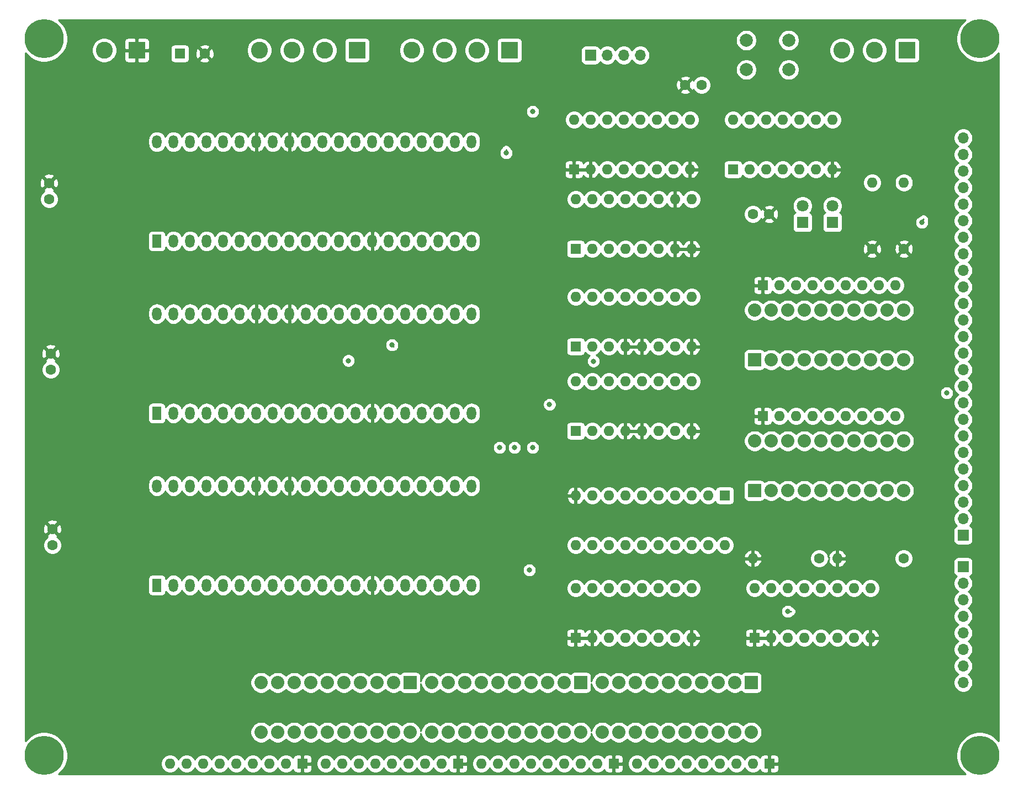
<source format=gbr>
%TF.GenerationSoftware,KiCad,Pcbnew,(5.1.9-0-10_14)*%
%TF.CreationDate,2021-06-20T20:55:53-04:00*%
%TF.ProjectId,control,636f6e74-726f-46c2-9e6b-696361645f70,rev?*%
%TF.SameCoordinates,Original*%
%TF.FileFunction,Copper,L4,Bot*%
%TF.FilePolarity,Positive*%
%FSLAX46Y46*%
G04 Gerber Fmt 4.6, Leading zero omitted, Abs format (unit mm)*
G04 Created by KiCad (PCBNEW (5.1.9-0-10_14)) date 2021-06-20 20:55:53*
%MOMM*%
%LPD*%
G01*
G04 APERTURE LIST*
%TA.AperFunction,ComponentPad*%
%ADD10C,1.600000*%
%TD*%
%TA.AperFunction,ComponentPad*%
%ADD11C,2.600000*%
%TD*%
%TA.AperFunction,ComponentPad*%
%ADD12R,2.600000X2.600000*%
%TD*%
%TA.AperFunction,ComponentPad*%
%ADD13O,1.700000X1.700000*%
%TD*%
%TA.AperFunction,ComponentPad*%
%ADD14R,1.700000X1.700000*%
%TD*%
%TA.AperFunction,ComponentPad*%
%ADD15C,6.000000*%
%TD*%
%TA.AperFunction,ComponentPad*%
%ADD16C,0.800000*%
%TD*%
%TA.AperFunction,ComponentPad*%
%ADD17C,2.032000*%
%TD*%
%TA.AperFunction,ComponentPad*%
%ADD18R,2.032000X2.032000*%
%TD*%
%TA.AperFunction,ComponentPad*%
%ADD19R,1.600000X1.600000*%
%TD*%
%TA.AperFunction,ComponentPad*%
%ADD20O,1.600000X1.600000*%
%TD*%
%TA.AperFunction,ComponentPad*%
%ADD21C,2.000000*%
%TD*%
%TA.AperFunction,ComponentPad*%
%ADD22O,1.440000X2.000000*%
%TD*%
%TA.AperFunction,ComponentPad*%
%ADD23R,1.440000X2.000000*%
%TD*%
%TA.AperFunction,ComponentPad*%
%ADD24C,1.800000*%
%TD*%
%TA.AperFunction,ComponentPad*%
%ADD25R,1.800000X1.800000*%
%TD*%
%TA.AperFunction,ViaPad*%
%ADD26C,0.800000*%
%TD*%
%TA.AperFunction,Conductor*%
%ADD27C,0.250000*%
%TD*%
%TA.AperFunction,Conductor*%
%ADD28C,0.254000*%
%TD*%
%TA.AperFunction,Conductor*%
%ADD29C,0.100000*%
%TD*%
G04 APERTURE END LIST*
D10*
%TO.P,C6,2*%
%TO.N,GND*%
X123668400Y-42824600D03*
%TO.P,C6,1*%
%TO.N,VCC*%
X126168400Y-42824600D03*
%TD*%
%TO.P,C2,2*%
%TO.N,GND*%
X136542400Y-62636600D03*
%TO.P,C2,1*%
%TO.N,VCC*%
X134042400Y-62636600D03*
%TD*%
D11*
%TO.P,J5,3*%
%TO.N,SET_CLOCK_FREQ*%
X147664400Y-37490600D03*
%TO.P,J5,2*%
%TO.N,HALT*%
X152664400Y-37490600D03*
D12*
%TO.P,J5,1*%
%TO.N,CLOCK_IN*%
X157664400Y-37490600D03*
%TD*%
D13*
%TO.P,J3,25*%
%TO.N,JUMP*%
X166300400Y-50952600D03*
%TO.P,J3,24*%
%TO.N,RAM_WRITE*%
X166300400Y-53492600D03*
%TO.P,J3,23*%
%TO.N,TONE_OCTAVE_2*%
X166300400Y-56032600D03*
%TO.P,J3,22*%
%TO.N,TONE_OCTAVE_1*%
X166300400Y-58572600D03*
%TO.P,J3,21*%
%TO.N,ALU_S0*%
X166300400Y-61112600D03*
%TO.P,J3,20*%
%TO.N,ALU_S1*%
X166300400Y-63652600D03*
%TO.P,J3,19*%
%TO.N,ALU_S2*%
X166300400Y-66192600D03*
%TO.P,J3,18*%
%TO.N,ALU_S3*%
X166300400Y-68732600D03*
%TO.P,J3,17*%
%TO.N,ALU_MODE*%
X166300400Y-71272600D03*
%TO.P,J3,16*%
%TO.N,A_REGISTER_OUT*%
X166300400Y-73812600D03*
%TO.P,J3,15*%
%TO.N,SCRATCH_REGISTER_OUT*%
X166300400Y-76352600D03*
%TO.P,J3,14*%
%TO.N,RAM_OUT*%
X166300400Y-78892600D03*
%TO.P,J3,13*%
%TO.N,INSTRUCTION_REG_OUT*%
X166300400Y-81432600D03*
%TO.P,J3,12*%
%TO.N,PROGRAM_COUNTER_OUT*%
X166300400Y-83972600D03*
%TO.P,J3,11*%
%TO.N,ALU_OUT*%
X166300400Y-86512600D03*
%TO.P,J3,10*%
%TO.N,OUT_MUX_EN*%
X166300400Y-89052600D03*
%TO.P,J3,9*%
%TO.N,A_REGISTER_IN*%
X166300400Y-91592600D03*
%TO.P,J3,8*%
%TO.N,B_REGISTER_IN*%
X166300400Y-94132600D03*
%TO.P,J3,7*%
%TO.N,SCRATCH_REGISTER_IN*%
X166300400Y-96672600D03*
%TO.P,J3,6*%
%TO.N,MAR1_IN*%
X166300400Y-99212600D03*
%TO.P,J3,5*%
%TO.N,MAR2_IN*%
X166300400Y-101752600D03*
%TO.P,J3,4*%
%TO.N,RAM_IN*%
X166300400Y-104292600D03*
%TO.P,J3,3*%
%TO.N,OUTPUT_REGISTER_IN*%
X166300400Y-106832600D03*
%TO.P,J3,2*%
%TO.N,TONE_REGISTER_IN*%
X166300400Y-109372600D03*
D14*
%TO.P,J3,1*%
%TO.N,IN_MUX_EN*%
X166300400Y-111912600D03*
%TD*%
D15*
%TO.P,REF\u002A\u002A,1*%
%TO.N,N/C*%
X25330400Y-35712600D03*
D16*
X27580400Y-35712600D03*
X26921390Y-37303590D03*
X25330400Y-37962600D03*
X23739410Y-37303590D03*
X23080400Y-35712600D03*
X23739410Y-34121610D03*
X25330400Y-33462600D03*
X26921390Y-34121610D03*
%TD*%
%TO.P,REF\u002A\u002A,1*%
%TO.N,N/C*%
X26921390Y-144103610D03*
X25330400Y-143444600D03*
X23739410Y-144103610D03*
X23080400Y-145694600D03*
X23739410Y-147285590D03*
X25330400Y-147944600D03*
X26921390Y-147285590D03*
X27580400Y-145694600D03*
D15*
X25330400Y-145694600D03*
%TD*%
%TO.P,REF\u002A\u002A,1*%
%TO.N,N/C*%
X168840400Y-145694600D03*
D16*
X171090400Y-145694600D03*
X170431390Y-147285590D03*
X168840400Y-147944600D03*
X167249410Y-147285590D03*
X166590400Y-145694600D03*
X167249410Y-144103610D03*
X168840400Y-143444600D03*
X170431390Y-144103610D03*
%TD*%
%TO.P,REF\u002A\u002A,1*%
%TO.N,N/C*%
X170431390Y-34121610D03*
X168840400Y-33462600D03*
X167249410Y-34121610D03*
X166590400Y-35712600D03*
X167249410Y-37303590D03*
X168840400Y-37962600D03*
X170431390Y-37303590D03*
X171090400Y-35712600D03*
D15*
X168840400Y-35712600D03*
%TD*%
D17*
%TO.P,BAR4,20*%
%TO.N,Net-(BAR4-Pad20)*%
X134296400Y-77368600D03*
%TO.P,BAR4,19*%
%TO.N,Net-(BAR4-Pad19)*%
X136836400Y-77368600D03*
%TO.P,BAR4,18*%
%TO.N,Net-(BAR4-Pad18)*%
X139376400Y-77368600D03*
%TO.P,BAR4,17*%
%TO.N,Net-(BAR4-Pad17)*%
X141916400Y-77368600D03*
%TO.P,BAR4,9*%
%TO.N,JUMP*%
X154616400Y-84988600D03*
%TO.P,BAR4,10*%
%TO.N,Net-(BAR4-Pad10)*%
X157156400Y-84988600D03*
%TO.P,BAR4,11*%
%TO.N,Net-(BAR4-Pad11)*%
X157156400Y-77368600D03*
%TO.P,BAR4,12*%
%TO.N,Net-(BAR4-Pad12)*%
X154616400Y-77368600D03*
%TO.P,BAR4,8*%
%TO.N,SET_CLOCK_FREQ*%
X152076400Y-84988600D03*
%TO.P,BAR4,7*%
%TO.N,STEP1*%
X149536400Y-84988600D03*
%TO.P,BAR4,6*%
%TO.N,STEP2*%
X146996400Y-84988600D03*
%TO.P,BAR4,5*%
%TO.N,STEP3*%
X144456400Y-84988600D03*
%TO.P,BAR4,16*%
%TO.N,Net-(BAR4-Pad16)*%
X144456400Y-77368600D03*
%TO.P,BAR4,15*%
%TO.N,Net-(BAR4-Pad15)*%
X146996400Y-77368600D03*
%TO.P,BAR4,14*%
%TO.N,Net-(BAR4-Pad14)*%
X149536400Y-77368600D03*
%TO.P,BAR4,13*%
%TO.N,Net-(BAR4-Pad13)*%
X152076400Y-77368600D03*
%TO.P,BAR4,4*%
%TO.N,FLAG1*%
X141916400Y-84988600D03*
%TO.P,BAR4,3*%
%TO.N,FLAG2*%
X139376400Y-84988600D03*
%TO.P,BAR4,2*%
%TO.N,FLAG3*%
X136836400Y-84988600D03*
D18*
%TO.P,BAR4,1*%
%TO.N,FLAG4*%
X134296400Y-84988600D03*
%TD*%
D10*
%TO.P,C5,2*%
%TO.N,GND*%
X49958400Y-37998600D03*
D19*
%TO.P,C5,1*%
%TO.N,VCC*%
X46158400Y-37998600D03*
%TD*%
D20*
%TO.P,U8,16*%
%TO.N,VCC*%
X106864400Y-75336600D03*
%TO.P,U8,8*%
%TO.N,GND*%
X124644400Y-82956600D03*
%TO.P,U8,15*%
%TO.N,TONE_REGISTER_IN*%
X109404400Y-75336600D03*
%TO.P,U8,7*%
%TO.N,A_REGISTER_IN*%
X122104400Y-82956600D03*
%TO.P,U8,14*%
%TO.N,RAM_IN*%
X111944400Y-75336600D03*
%TO.P,U8,6*%
%TO.N,IN_MUX_EN*%
X119564400Y-82956600D03*
%TO.P,U8,13*%
%TO.N,MAR2_IN*%
X114484400Y-75336600D03*
%TO.P,U8,5*%
%TO.N,GND*%
X117024400Y-82956600D03*
%TO.P,U8,12*%
%TO.N,MAR1_IN*%
X117024400Y-75336600D03*
%TO.P,U8,4*%
%TO.N,GND*%
X114484400Y-82956600D03*
%TO.P,U8,11*%
%TO.N,OUTPUT_REGISTER_IN*%
X119564400Y-75336600D03*
%TO.P,U8,3*%
%TO.N,IN_MUX_02*%
X111944400Y-82956600D03*
%TO.P,U8,10*%
%TO.N,SCRATCH_REGISTER_IN*%
X122104400Y-75336600D03*
%TO.P,U8,2*%
%TO.N,IN_MUX_01*%
X109404400Y-82956600D03*
%TO.P,U8,9*%
%TO.N,B_REGISTER_IN*%
X124644400Y-75336600D03*
D19*
%TO.P,U8,1*%
%TO.N,IN_MUX_00*%
X106864400Y-82956600D03*
%TD*%
D20*
%TO.P,U7,14*%
%TO.N,VCC*%
X130994400Y-48158600D03*
%TO.P,U7,7*%
%TO.N,GND*%
X146234400Y-55778600D03*
%TO.P,U7,13*%
%TO.N,CLOCK_IN*%
X133534400Y-48158600D03*
%TO.P,U7,6*%
%TO.N,N/C*%
X143694400Y-55778600D03*
%TO.P,U7,12*%
%TO.N,CLOCK*%
X136074400Y-48158600D03*
%TO.P,U7,5*%
%TO.N,N/C*%
X141154400Y-55778600D03*
%TO.P,U7,11*%
X138614400Y-48158600D03*
%TO.P,U7,4*%
X138614400Y-55778600D03*
%TO.P,U7,10*%
X141154400Y-48158600D03*
%TO.P,U7,3*%
X136074400Y-55778600D03*
%TO.P,U7,9*%
X143694400Y-48158600D03*
%TO.P,U7,2*%
%TO.N,Net-(J4-Pad1)*%
X133534400Y-55778600D03*
%TO.P,U7,8*%
%TO.N,N/C*%
X146234400Y-48158600D03*
D19*
%TO.P,U7,1*%
%TO.N,MASTER_RESET*%
X130994400Y-55778600D03*
%TD*%
D20*
%TO.P,U6,16*%
%TO.N,VCC*%
X106864400Y-88290600D03*
%TO.P,U6,8*%
%TO.N,GND*%
X124644400Y-95910600D03*
%TO.P,U6,15*%
%TO.N,A_REGISTER_OUT*%
X109404400Y-88290600D03*
%TO.P,U6,7*%
%TO.N,Net-(U6-Pad7)*%
X122104400Y-95910600D03*
%TO.P,U6,14*%
%TO.N,SCRATCH_REGISTER_OUT*%
X111944400Y-88290600D03*
%TO.P,U6,6*%
%TO.N,OUT_MUX_EN*%
X119564400Y-95910600D03*
%TO.P,U6,13*%
%TO.N,RAM_OUT*%
X114484400Y-88290600D03*
%TO.P,U6,5*%
%TO.N,GND*%
X117024400Y-95910600D03*
%TO.P,U6,12*%
%TO.N,INSTRUCTION_REG_OUT*%
X117024400Y-88290600D03*
%TO.P,U6,4*%
%TO.N,GND*%
X114484400Y-95910600D03*
%TO.P,U6,11*%
%TO.N,PROGRAM_COUNTER_OUT*%
X119564400Y-88290600D03*
%TO.P,U6,3*%
%TO.N,OUT_MUX_02*%
X111944400Y-95910600D03*
%TO.P,U6,10*%
%TO.N,ALU_OUT*%
X122104400Y-88290600D03*
%TO.P,U6,2*%
%TO.N,OUT_MUX_01*%
X109404400Y-95910600D03*
%TO.P,U6,9*%
%TO.N,Net-(U6-Pad9)*%
X124644400Y-88290600D03*
D19*
%TO.P,U6,1*%
%TO.N,OUT_MUX_00*%
X106864400Y-95910600D03*
%TD*%
D20*
%TO.P,U5,16*%
%TO.N,VCC*%
X106864400Y-120040600D03*
%TO.P,U5,8*%
%TO.N,GND*%
X124644400Y-127660600D03*
%TO.P,U5,15*%
%TO.N,MASTER_RESET*%
X109404400Y-120040600D03*
%TO.P,U5,7*%
%TO.N,CLOCK*%
X122104400Y-127660600D03*
%TO.P,U5,14*%
%TO.N,BUS_00*%
X111944400Y-120040600D03*
%TO.P,U5,6*%
%TO.N,INST3*%
X119564400Y-127660600D03*
%TO.P,U5,13*%
%TO.N,BUS_01*%
X114484400Y-120040600D03*
%TO.P,U5,5*%
%TO.N,INST2*%
X117024400Y-127660600D03*
%TO.P,U5,12*%
%TO.N,BUS_02*%
X117024400Y-120040600D03*
%TO.P,U5,4*%
%TO.N,INST1*%
X114484400Y-127660600D03*
%TO.P,U5,11*%
%TO.N,BUS_03*%
X119564400Y-120040600D03*
%TO.P,U5,3*%
%TO.N,INST0*%
X111944400Y-127660600D03*
%TO.P,U5,10*%
%TO.N,INSTRUCTION_REG_IN*%
X122104400Y-120040600D03*
%TO.P,U5,2*%
%TO.N,GND*%
X109404400Y-127660600D03*
%TO.P,U5,9*%
%TO.N,INSTRUCTION_REG_IN*%
X124644400Y-120040600D03*
D19*
%TO.P,U5,1*%
%TO.N,GND*%
X106864400Y-127660600D03*
%TD*%
D20*
%TO.P,U4,16*%
%TO.N,VCC*%
X134296400Y-120040600D03*
%TO.P,U4,8*%
%TO.N,GND*%
X152076400Y-127660600D03*
%TO.P,U4,15*%
%TO.N,MASTER_RESET*%
X136836400Y-120040600D03*
%TO.P,U4,7*%
%TO.N,CLOCK*%
X149536400Y-127660600D03*
%TO.P,U4,14*%
%TO.N,BUS_04*%
X139376400Y-120040600D03*
%TO.P,U4,6*%
%TO.N,INST7*%
X146996400Y-127660600D03*
%TO.P,U4,13*%
%TO.N,BUS_05*%
X141916400Y-120040600D03*
%TO.P,U4,5*%
%TO.N,INST6*%
X144456400Y-127660600D03*
%TO.P,U4,12*%
%TO.N,BUS_06*%
X144456400Y-120040600D03*
%TO.P,U4,4*%
%TO.N,INST5*%
X141916400Y-127660600D03*
%TO.P,U4,11*%
%TO.N,BUS_07*%
X146996400Y-120040600D03*
%TO.P,U4,3*%
%TO.N,INST4*%
X139376400Y-127660600D03*
%TO.P,U4,10*%
%TO.N,INSTRUCTION_REG_IN*%
X149536400Y-120040600D03*
%TO.P,U4,2*%
%TO.N,GND*%
X136836400Y-127660600D03*
%TO.P,U4,9*%
%TO.N,INSTRUCTION_REG_IN*%
X152076400Y-120040600D03*
D19*
%TO.P,U4,1*%
%TO.N,GND*%
X134296400Y-127660600D03*
%TD*%
D20*
%TO.P,U3,20*%
%TO.N,VCC*%
X129724400Y-113436600D03*
%TO.P,U3,10*%
%TO.N,GND*%
X106864400Y-105816600D03*
%TO.P,U3,19*%
%TO.N,INSTRUCTION_REG_OUT*%
X127184400Y-113436600D03*
%TO.P,U3,9*%
%TO.N,INST0*%
X109404400Y-105816600D03*
%TO.P,U3,18*%
%TO.N,BUS_07*%
X124644400Y-113436600D03*
%TO.P,U3,8*%
%TO.N,INST1*%
X111944400Y-105816600D03*
%TO.P,U3,17*%
%TO.N,BUS_06*%
X122104400Y-113436600D03*
%TO.P,U3,7*%
%TO.N,INST2*%
X114484400Y-105816600D03*
%TO.P,U3,16*%
%TO.N,BUS_05*%
X119564400Y-113436600D03*
%TO.P,U3,6*%
%TO.N,INST3*%
X117024400Y-105816600D03*
%TO.P,U3,15*%
%TO.N,BUS_04*%
X117024400Y-113436600D03*
%TO.P,U3,5*%
%TO.N,INST4*%
X119564400Y-105816600D03*
%TO.P,U3,14*%
%TO.N,BUS_03*%
X114484400Y-113436600D03*
%TO.P,U3,4*%
%TO.N,INST5*%
X122104400Y-105816600D03*
%TO.P,U3,13*%
%TO.N,BUS_02*%
X111944400Y-113436600D03*
%TO.P,U3,3*%
%TO.N,INST6*%
X124644400Y-105816600D03*
%TO.P,U3,12*%
%TO.N,BUS_01*%
X109404400Y-113436600D03*
%TO.P,U3,2*%
%TO.N,INST7*%
X127184400Y-105816600D03*
%TO.P,U3,11*%
%TO.N,BUS_00*%
X106864400Y-113436600D03*
D19*
%TO.P,U3,1*%
%TO.N,VCC*%
X129724400Y-105816600D03*
%TD*%
D20*
%TO.P,U2,16*%
%TO.N,VCC*%
X106610400Y-48158600D03*
%TO.P,U2,8*%
%TO.N,GND*%
X124390400Y-55778600D03*
%TO.P,U2,15*%
%TO.N,MASTER_RESET*%
X109150400Y-48158600D03*
%TO.P,U2,7*%
%TO.N,CLOCK*%
X121850400Y-55778600D03*
%TO.P,U2,14*%
%TO.N,CF*%
X111690400Y-48158600D03*
%TO.P,U2,6*%
%TO.N,FLAG4*%
X119310400Y-55778600D03*
%TO.P,U2,13*%
%TO.N,GT*%
X114230400Y-48158600D03*
%TO.P,U2,5*%
%TO.N,FLAG3*%
X116770400Y-55778600D03*
%TO.P,U2,12*%
%TO.N,EQ*%
X116770400Y-48158600D03*
%TO.P,U2,4*%
%TO.N,FLAG2*%
X114230400Y-55778600D03*
%TO.P,U2,11*%
%TO.N,FLAG4*%
X119310400Y-48158600D03*
%TO.P,U2,3*%
%TO.N,FLAG1*%
X111690400Y-55778600D03*
%TO.P,U2,10*%
%TO.N,FLAG_IN*%
X121850400Y-48158600D03*
%TO.P,U2,2*%
%TO.N,GND*%
X109150400Y-55778600D03*
%TO.P,U2,9*%
%TO.N,FLAG_IN*%
X124390400Y-48158600D03*
D19*
%TO.P,U2,1*%
%TO.N,GND*%
X106610400Y-55778600D03*
%TD*%
D20*
%TO.P,U1,16*%
%TO.N,VCC*%
X106864400Y-60350600D03*
%TO.P,U1,8*%
%TO.N,GND*%
X124644400Y-67970600D03*
%TO.P,U1,15*%
%TO.N,Net-(U1-Pad15)*%
X109404400Y-60350600D03*
%TO.P,U1,7*%
%TO.N,GND*%
X122104400Y-67970600D03*
%TO.P,U1,14*%
%TO.N,STEP1*%
X111944400Y-60350600D03*
%TO.P,U1,6*%
%TO.N,Net-(U1-Pad6)*%
X119564400Y-67970600D03*
%TO.P,U1,13*%
%TO.N,STEP2*%
X114484400Y-60350600D03*
%TO.P,U1,5*%
%TO.N,Net-(U1-Pad5)*%
X117024400Y-67970600D03*
%TO.P,U1,12*%
%TO.N,STEP3*%
X117024400Y-60350600D03*
%TO.P,U1,4*%
%TO.N,Net-(U1-Pad4)*%
X114484400Y-67970600D03*
%TO.P,U1,11*%
%TO.N,Net-(U1-Pad11)*%
X119564400Y-60350600D03*
%TO.P,U1,3*%
%TO.N,Net-(U1-Pad3)*%
X111944400Y-67970600D03*
%TO.P,U1,10*%
%TO.N,GND*%
X122104400Y-60350600D03*
%TO.P,U1,2*%
%TO.N,CLOCK*%
X109404400Y-67970600D03*
%TO.P,U1,9*%
%TO.N,VCC*%
X124644400Y-60350600D03*
D19*
%TO.P,U1,1*%
%TO.N,STEP_RESET*%
X106864400Y-67970600D03*
%TD*%
D21*
%TO.P,SW6,1*%
%TO.N,MASTER_RESET*%
X139526400Y-35966600D03*
%TO.P,SW6,2*%
%TO.N,VCC*%
X139526400Y-40466600D03*
%TO.P,SW6,1*%
%TO.N,MASTER_RESET*%
X133026400Y-35966600D03*
%TO.P,SW6,2*%
%TO.N,VCC*%
X133026400Y-40466600D03*
%TD*%
D20*
%TO.P,RN17,9*%
%TO.N,Net-(BAR3-Pad15)*%
X92386400Y-146964600D03*
%TO.P,RN17,8*%
%TO.N,Net-(BAR3-Pad16)*%
X94926400Y-146964600D03*
%TO.P,RN17,7*%
%TO.N,Net-(BAR3-Pad17)*%
X97466400Y-146964600D03*
%TO.P,RN17,6*%
%TO.N,Net-(BAR3-Pad18)*%
X100006400Y-146964600D03*
%TO.P,RN17,5*%
%TO.N,Net-(BAR3-Pad19)*%
X102546400Y-146964600D03*
%TO.P,RN17,4*%
%TO.N,Net-(BAR3-Pad20)*%
X105086400Y-146964600D03*
%TO.P,RN17,3*%
%TO.N,Net-(BAR4-Pad11)*%
X107626400Y-146964600D03*
%TO.P,RN17,2*%
%TO.N,Net-(BAR4-Pad12)*%
X110166400Y-146964600D03*
D19*
%TO.P,RN17,1*%
%TO.N,GND*%
X112706400Y-146964600D03*
%TD*%
D20*
%TO.P,RN16,9*%
%TO.N,Net-(BAR2-Pad17)*%
X68510400Y-146964600D03*
%TO.P,RN16,8*%
%TO.N,Net-(BAR2-Pad18)*%
X71050400Y-146964600D03*
%TO.P,RN16,7*%
%TO.N,Net-(BAR2-Pad19)*%
X73590400Y-146964600D03*
%TO.P,RN16,6*%
%TO.N,Net-(BAR2-Pad20)*%
X76130400Y-146964600D03*
%TO.P,RN16,5*%
%TO.N,Net-(BAR3-Pad11)*%
X78670400Y-146964600D03*
%TO.P,RN16,4*%
%TO.N,Net-(BAR3-Pad12)*%
X81210400Y-146964600D03*
%TO.P,RN16,3*%
%TO.N,Net-(BAR3-Pad13)*%
X83750400Y-146964600D03*
%TO.P,RN16,2*%
%TO.N,Net-(BAR3-Pad14)*%
X86290400Y-146964600D03*
D19*
%TO.P,RN16,1*%
%TO.N,GND*%
X88830400Y-146964600D03*
%TD*%
D20*
%TO.P,RN15,9*%
%TO.N,Net-(BAR1-Pad19)*%
X44634400Y-146964600D03*
%TO.P,RN15,8*%
%TO.N,Net-(BAR1-Pad20)*%
X47174400Y-146964600D03*
%TO.P,RN15,7*%
%TO.N,Net-(BAR2-Pad11)*%
X49714400Y-146964600D03*
%TO.P,RN15,6*%
%TO.N,Net-(BAR2-Pad12)*%
X52254400Y-146964600D03*
%TO.P,RN15,5*%
%TO.N,Net-(BAR2-Pad13)*%
X54794400Y-146964600D03*
%TO.P,RN15,4*%
%TO.N,Net-(BAR2-Pad14)*%
X57334400Y-146964600D03*
%TO.P,RN15,3*%
%TO.N,Net-(BAR2-Pad15)*%
X59874400Y-146964600D03*
%TO.P,RN15,2*%
%TO.N,Net-(BAR2-Pad16)*%
X62414400Y-146964600D03*
D19*
%TO.P,RN15,1*%
%TO.N,GND*%
X64954400Y-146964600D03*
%TD*%
D20*
%TO.P,RN14,9*%
%TO.N,Net-(BAR1-Pad11)*%
X116262400Y-146964600D03*
%TO.P,RN14,8*%
%TO.N,Net-(BAR1-Pad12)*%
X118802400Y-146964600D03*
%TO.P,RN14,7*%
%TO.N,Net-(BAR1-Pad13)*%
X121342400Y-146964600D03*
%TO.P,RN14,6*%
%TO.N,Net-(BAR1-Pad14)*%
X123882400Y-146964600D03*
%TO.P,RN14,5*%
%TO.N,Net-(BAR1-Pad15)*%
X126422400Y-146964600D03*
%TO.P,RN14,4*%
%TO.N,Net-(BAR1-Pad16)*%
X128962400Y-146964600D03*
%TO.P,RN14,3*%
%TO.N,Net-(BAR1-Pad17)*%
X131502400Y-146964600D03*
%TO.P,RN14,2*%
%TO.N,Net-(BAR1-Pad18)*%
X134042400Y-146964600D03*
D19*
%TO.P,RN14,1*%
%TO.N,GND*%
X136582400Y-146964600D03*
%TD*%
D20*
%TO.P,RN2,9*%
%TO.N,Net-(BAR5-Pad11)*%
X155886400Y-93624600D03*
%TO.P,RN2,8*%
%TO.N,Net-(BAR5-Pad12)*%
X153346400Y-93624600D03*
%TO.P,RN2,7*%
%TO.N,Net-(BAR5-Pad13)*%
X150806400Y-93624600D03*
%TO.P,RN2,6*%
%TO.N,Net-(BAR5-Pad14)*%
X148266400Y-93624600D03*
%TO.P,RN2,5*%
%TO.N,Net-(BAR5-Pad15)*%
X145726400Y-93624600D03*
%TO.P,RN2,4*%
%TO.N,Net-(BAR5-Pad16)*%
X143186400Y-93624600D03*
%TO.P,RN2,3*%
%TO.N,Net-(BAR5-Pad17)*%
X140646400Y-93624600D03*
%TO.P,RN2,2*%
%TO.N,Net-(BAR5-Pad18)*%
X138106400Y-93624600D03*
D19*
%TO.P,RN2,1*%
%TO.N,GND*%
X135566400Y-93624600D03*
%TD*%
D20*
%TO.P,RN1,9*%
%TO.N,Net-(BAR4-Pad13)*%
X155886400Y-73558600D03*
%TO.P,RN1,8*%
%TO.N,Net-(BAR4-Pad14)*%
X153346400Y-73558600D03*
%TO.P,RN1,7*%
%TO.N,Net-(BAR4-Pad15)*%
X150806400Y-73558600D03*
%TO.P,RN1,6*%
%TO.N,Net-(BAR4-Pad16)*%
X148266400Y-73558600D03*
%TO.P,RN1,5*%
%TO.N,Net-(BAR4-Pad17)*%
X145726400Y-73558600D03*
%TO.P,RN1,4*%
%TO.N,Net-(BAR4-Pad18)*%
X143186400Y-73558600D03*
%TO.P,RN1,3*%
%TO.N,Net-(BAR4-Pad19)*%
X140646400Y-73558600D03*
%TO.P,RN1,2*%
%TO.N,Net-(BAR4-Pad20)*%
X138106400Y-73558600D03*
D19*
%TO.P,RN1,1*%
%TO.N,GND*%
X135566400Y-73558600D03*
%TD*%
D20*
%TO.P,R4,2*%
%TO.N,Net-(D2-Pad1)*%
X157205400Y-57810600D03*
D10*
%TO.P,R4,1*%
%TO.N,GND*%
X157205400Y-67970600D03*
%TD*%
D20*
%TO.P,R3,2*%
%TO.N,Net-(D1-Pad1)*%
X152330400Y-57810600D03*
D10*
%TO.P,R3,1*%
%TO.N,GND*%
X152330400Y-67970600D03*
%TD*%
D20*
%TO.P,R2,2*%
%TO.N,GND*%
X134042400Y-115468600D03*
D10*
%TO.P,R2,1*%
%TO.N,Net-(BAR5-Pad20)*%
X144202400Y-115468600D03*
%TD*%
D20*
%TO.P,R1,2*%
%TO.N,GND*%
X146996400Y-115468600D03*
D10*
%TO.P,R1,1*%
%TO.N,Net-(BAR5-Pad19)*%
X157156400Y-115468600D03*
%TD*%
D11*
%TO.P,J50,2*%
%TO.N,VCC*%
X34554400Y-37490600D03*
D12*
%TO.P,J50,1*%
%TO.N,GND*%
X39554400Y-37490600D03*
%TD*%
D13*
%TO.P,J12,4*%
%TO.N,FLAG4*%
X116770400Y-38252600D03*
%TO.P,J12,3*%
%TO.N,EQ*%
X114230400Y-38252600D03*
%TO.P,J12,2*%
%TO.N,GT*%
X111690400Y-38252600D03*
D14*
%TO.P,J12,1*%
%TO.N,CF*%
X109150400Y-38252600D03*
%TD*%
D13*
%TO.P,J8,8*%
%TO.N,BUS_00*%
X166300400Y-134518600D03*
%TO.P,J8,7*%
%TO.N,BUS_01*%
X166300400Y-131978600D03*
%TO.P,J8,6*%
%TO.N,BUS_02*%
X166300400Y-129438600D03*
%TO.P,J8,5*%
%TO.N,BUS_03*%
X166300400Y-126898600D03*
%TO.P,J8,4*%
%TO.N,BUS_04*%
X166300400Y-124358600D03*
%TO.P,J8,3*%
%TO.N,BUS_05*%
X166300400Y-121818600D03*
%TO.P,J8,2*%
%TO.N,BUS_06*%
X166300400Y-119278600D03*
D14*
%TO.P,J8,1*%
%TO.N,BUS_07*%
X166300400Y-116738600D03*
%TD*%
D11*
%TO.P,J4,4*%
%TO.N,Net-(J4-Pad1)*%
X58336400Y-37490600D03*
%TO.P,J4,3*%
X63336400Y-37490600D03*
%TO.P,J4,2*%
X68336400Y-37490600D03*
D12*
%TO.P,J4,1*%
X73336400Y-37490600D03*
%TD*%
D11*
%TO.P,J2,4*%
%TO.N,MASTER_RESET*%
X81704400Y-37490600D03*
%TO.P,J2,3*%
X86704400Y-37490600D03*
%TO.P,J2,2*%
X91704400Y-37490600D03*
D12*
%TO.P,J2,1*%
X96704400Y-37490600D03*
%TD*%
D22*
%TO.P,EEPROM4,*%
%TO.N,*%
X90897400Y-51536600D03*
X90897400Y-66776600D03*
X88357400Y-51536600D03*
X88357400Y-66776600D03*
X85817400Y-51536600D03*
X85817400Y-66776600D03*
X83277400Y-51536600D03*
X83277400Y-66776600D03*
X80737400Y-51536600D03*
X80737400Y-66776600D03*
X78197400Y-51536600D03*
X78197400Y-66776600D03*
%TO.P,EEPROM4,15*%
%TO.N,STEP_RESET*%
X75657400Y-51536600D03*
%TO.P,EEPROM4,14*%
%TO.N,GND*%
X75657400Y-66776600D03*
%TO.P,EEPROM4,16*%
%TO.N,PROGRAM_COUNTER_ENABLE*%
X73117400Y-51536600D03*
%TO.P,EEPROM4,13*%
%TO.N,FLAG_IN*%
X73117400Y-66776600D03*
%TO.P,EEPROM4,17*%
%TO.N,INSTRUCTION_REG_IN*%
X70577400Y-51536600D03*
%TO.P,EEPROM4,12*%
%TO.N,SET_CLOCK_FREQ*%
X70577400Y-66776600D03*
%TO.P,EEPROM4,18*%
%TO.N,HALT*%
X68037400Y-51536600D03*
%TO.P,EEPROM4,11*%
%TO.N,JUMP*%
X68037400Y-66776600D03*
%TO.P,EEPROM4,19*%
%TO.N,MASTER_RESET*%
X65497400Y-51536600D03*
%TO.P,EEPROM4,10*%
%TO.N,STEP1*%
X65497400Y-66776600D03*
%TO.P,EEPROM4,20*%
%TO.N,GND*%
X62957400Y-51536600D03*
%TO.P,EEPROM4,9*%
%TO.N,STEP2*%
X62957400Y-66776600D03*
%TO.P,EEPROM4,21*%
%TO.N,INST3*%
X60417400Y-51536600D03*
%TO.P,EEPROM4,8*%
%TO.N,STEP3*%
X60417400Y-66776600D03*
%TO.P,EEPROM4,22*%
%TO.N,GND*%
X57877400Y-51536600D03*
%TO.P,EEPROM4,7*%
%TO.N,FLAG1*%
X57877400Y-66776600D03*
%TO.P,EEPROM4,23*%
%TO.N,INST4*%
X55337400Y-51536600D03*
%TO.P,EEPROM4,6*%
%TO.N,FLAG2*%
X55337400Y-66776600D03*
%TO.P,EEPROM4,24*%
%TO.N,INST2*%
X52797400Y-51536600D03*
%TO.P,EEPROM4,5*%
%TO.N,FLAG3*%
X52797400Y-66776600D03*
%TO.P,EEPROM4,25*%
%TO.N,INST1*%
X50257400Y-51536600D03*
%TO.P,EEPROM4,4*%
%TO.N,FLAG4*%
X50257400Y-66776600D03*
%TO.P,EEPROM4,26*%
%TO.N,INST6*%
X47717400Y-51536600D03*
%TO.P,EEPROM4,3*%
%TO.N,INST0*%
X47717400Y-66776600D03*
%TO.P,EEPROM4,27*%
%TO.N,VCC*%
X45177400Y-51536600D03*
%TO.P,EEPROM4,2*%
%TO.N,INST5*%
X45177400Y-66776600D03*
%TO.P,EEPROM4,28*%
%TO.N,VCC*%
X42637400Y-51536600D03*
D23*
%TO.P,EEPROM4,1*%
%TO.N,INST7*%
X42637400Y-66776600D03*
%TD*%
D22*
%TO.P,EEPROM2,*%
%TO.N,*%
X90897400Y-77936600D03*
X90897400Y-93176600D03*
X88357400Y-77936600D03*
X88357400Y-93176600D03*
X85817400Y-77936600D03*
X85817400Y-93176600D03*
X83277400Y-77936600D03*
X83277400Y-93176600D03*
X80737400Y-77936600D03*
X80737400Y-93176600D03*
X78197400Y-77936600D03*
X78197400Y-93176600D03*
%TO.P,EEPROM2,15*%
%TO.N,OUT_MUX_EN*%
X75657400Y-77936600D03*
%TO.P,EEPROM2,14*%
%TO.N,GND*%
X75657400Y-93176600D03*
%TO.P,EEPROM2,16*%
%TO.N,IN_MUX_00*%
X73117400Y-77936600D03*
%TO.P,EEPROM2,13*%
%TO.N,OUT_MUX_02*%
X73117400Y-93176600D03*
%TO.P,EEPROM2,17*%
%TO.N,IN_MUX_01*%
X70577400Y-77936600D03*
%TO.P,EEPROM2,12*%
%TO.N,OUT_MUX_01*%
X70577400Y-93176600D03*
%TO.P,EEPROM2,18*%
%TO.N,IN_MUX_02*%
X68037400Y-77936600D03*
%TO.P,EEPROM2,11*%
%TO.N,OUT_MUX_00*%
X68037400Y-93176600D03*
%TO.P,EEPROM2,19*%
%TO.N,IN_MUX_EN*%
X65497400Y-77936600D03*
%TO.P,EEPROM2,10*%
%TO.N,STEP1*%
X65497400Y-93176600D03*
%TO.P,EEPROM2,20*%
%TO.N,GND*%
X62957400Y-77936600D03*
%TO.P,EEPROM2,9*%
%TO.N,STEP2*%
X62957400Y-93176600D03*
%TO.P,EEPROM2,21*%
%TO.N,INST3*%
X60417400Y-77936600D03*
%TO.P,EEPROM2,8*%
%TO.N,STEP3*%
X60417400Y-93176600D03*
%TO.P,EEPROM2,22*%
%TO.N,GND*%
X57877400Y-77936600D03*
%TO.P,EEPROM2,7*%
%TO.N,FLAG1*%
X57877400Y-93176600D03*
%TO.P,EEPROM2,23*%
%TO.N,INST4*%
X55337400Y-77936600D03*
%TO.P,EEPROM2,6*%
%TO.N,FLAG2*%
X55337400Y-93176600D03*
%TO.P,EEPROM2,24*%
%TO.N,INST2*%
X52797400Y-77936600D03*
%TO.P,EEPROM2,5*%
%TO.N,FLAG3*%
X52797400Y-93176600D03*
%TO.P,EEPROM2,25*%
%TO.N,INST1*%
X50257400Y-77936600D03*
%TO.P,EEPROM2,4*%
%TO.N,FLAG4*%
X50257400Y-93176600D03*
%TO.P,EEPROM2,26*%
%TO.N,INST6*%
X47717400Y-77936600D03*
%TO.P,EEPROM2,3*%
%TO.N,INST0*%
X47717400Y-93176600D03*
%TO.P,EEPROM2,27*%
%TO.N,VCC*%
X45177400Y-77936600D03*
%TO.P,EEPROM2,2*%
%TO.N,INST5*%
X45177400Y-93176600D03*
%TO.P,EEPROM2,28*%
%TO.N,VCC*%
X42637400Y-77936600D03*
D23*
%TO.P,EEPROM2,1*%
%TO.N,INST7*%
X42637400Y-93176600D03*
%TD*%
D22*
%TO.P,EEPROM1,*%
%TO.N,*%
X90897400Y-104336600D03*
X90897400Y-119576600D03*
X88357400Y-104336600D03*
X88357400Y-119576600D03*
X85817400Y-104336600D03*
X85817400Y-119576600D03*
X83277400Y-104336600D03*
X83277400Y-119576600D03*
X80737400Y-104336600D03*
X80737400Y-119576600D03*
X78197400Y-104336600D03*
X78197400Y-119576600D03*
%TO.P,EEPROM1,15*%
%TO.N,ALU_S1*%
X75657400Y-104336600D03*
%TO.P,EEPROM1,14*%
%TO.N,GND*%
X75657400Y-119576600D03*
%TO.P,EEPROM1,16*%
%TO.N,ALU_S0*%
X73117400Y-104336600D03*
%TO.P,EEPROM1,13*%
%TO.N,ALU_S2*%
X73117400Y-119576600D03*
%TO.P,EEPROM1,17*%
%TO.N,TONE_OCTAVE_1*%
X70577400Y-104336600D03*
%TO.P,EEPROM1,12*%
%TO.N,ALU_S3*%
X70577400Y-119576600D03*
%TO.P,EEPROM1,18*%
%TO.N,TONE_OCTAVE_2*%
X68037400Y-104336600D03*
%TO.P,EEPROM1,11*%
%TO.N,ALU_MODE*%
X68037400Y-119576600D03*
%TO.P,EEPROM1,19*%
%TO.N,RAM_WRITE*%
X65497400Y-104336600D03*
%TO.P,EEPROM1,10*%
%TO.N,STEP1*%
X65497400Y-119576600D03*
%TO.P,EEPROM1,20*%
%TO.N,GND*%
X62957400Y-104336600D03*
%TO.P,EEPROM1,9*%
%TO.N,STEP2*%
X62957400Y-119576600D03*
%TO.P,EEPROM1,21*%
%TO.N,INST3*%
X60417400Y-104336600D03*
%TO.P,EEPROM1,8*%
%TO.N,STEP3*%
X60417400Y-119576600D03*
%TO.P,EEPROM1,22*%
%TO.N,GND*%
X57877400Y-104336600D03*
%TO.P,EEPROM1,7*%
%TO.N,FLAG1*%
X57877400Y-119576600D03*
%TO.P,EEPROM1,23*%
%TO.N,INST4*%
X55337400Y-104336600D03*
%TO.P,EEPROM1,6*%
%TO.N,FLAG2*%
X55337400Y-119576600D03*
%TO.P,EEPROM1,24*%
%TO.N,INST2*%
X52797400Y-104336600D03*
%TO.P,EEPROM1,5*%
%TO.N,FLAG3*%
X52797400Y-119576600D03*
%TO.P,EEPROM1,25*%
%TO.N,INST1*%
X50257400Y-104336600D03*
%TO.P,EEPROM1,4*%
%TO.N,FLAG4*%
X50257400Y-119576600D03*
%TO.P,EEPROM1,26*%
%TO.N,INST6*%
X47717400Y-104336600D03*
%TO.P,EEPROM1,3*%
%TO.N,INST0*%
X47717400Y-119576600D03*
%TO.P,EEPROM1,27*%
%TO.N,VCC*%
X45177400Y-104336600D03*
%TO.P,EEPROM1,2*%
%TO.N,INST5*%
X45177400Y-119576600D03*
%TO.P,EEPROM1,28*%
%TO.N,VCC*%
X42637400Y-104336600D03*
D23*
%TO.P,EEPROM1,1*%
%TO.N,INST7*%
X42637400Y-119576600D03*
%TD*%
D24*
%TO.P,D2,2*%
%TO.N,CLOCK*%
X146234400Y-61366600D03*
D25*
%TO.P,D2,1*%
%TO.N,Net-(D2-Pad1)*%
X146234400Y-63906600D03*
%TD*%
D24*
%TO.P,D1,2*%
%TO.N,CLOCK_IN*%
X141662400Y-61366600D03*
D25*
%TO.P,D1,1*%
%TO.N,Net-(D1-Pad1)*%
X141662400Y-63906600D03*
%TD*%
D10*
%TO.P,C4,2*%
%TO.N,GND*%
X26600400Y-110936600D03*
%TO.P,C4,1*%
%TO.N,VCC*%
X26600400Y-113436600D03*
%TD*%
%TO.P,C3,2*%
%TO.N,GND*%
X26346400Y-84012600D03*
%TO.P,C3,1*%
%TO.N,VCC*%
X26346400Y-86512600D03*
%TD*%
%TO.P,C1,2*%
%TO.N,GND*%
X26092400Y-57850600D03*
%TO.P,C1,1*%
%TO.N,VCC*%
X26092400Y-60350600D03*
%TD*%
D17*
%TO.P,BAR5,20*%
%TO.N,Net-(BAR5-Pad20)*%
X134296400Y-97434600D03*
%TO.P,BAR5,19*%
%TO.N,Net-(BAR5-Pad19)*%
X136836400Y-97434600D03*
%TO.P,BAR5,18*%
%TO.N,Net-(BAR5-Pad18)*%
X139376400Y-97434600D03*
%TO.P,BAR5,17*%
%TO.N,Net-(BAR5-Pad17)*%
X141916400Y-97434600D03*
%TO.P,BAR5,9*%
%TO.N,Net-(BAR5-Pad9)*%
X154616400Y-105054600D03*
%TO.P,BAR5,10*%
%TO.N,Net-(BAR5-Pad10)*%
X157156400Y-105054600D03*
%TO.P,BAR5,11*%
%TO.N,Net-(BAR5-Pad11)*%
X157156400Y-97434600D03*
%TO.P,BAR5,12*%
%TO.N,Net-(BAR5-Pad12)*%
X154616400Y-97434600D03*
%TO.P,BAR5,8*%
%TO.N,INST0*%
X152076400Y-105054600D03*
%TO.P,BAR5,7*%
%TO.N,INST1*%
X149536400Y-105054600D03*
%TO.P,BAR5,6*%
%TO.N,INST2*%
X146996400Y-105054600D03*
%TO.P,BAR5,5*%
%TO.N,INST3*%
X144456400Y-105054600D03*
%TO.P,BAR5,16*%
%TO.N,Net-(BAR5-Pad16)*%
X144456400Y-97434600D03*
%TO.P,BAR5,15*%
%TO.N,Net-(BAR5-Pad15)*%
X146996400Y-97434600D03*
%TO.P,BAR5,14*%
%TO.N,Net-(BAR5-Pad14)*%
X149536400Y-97434600D03*
%TO.P,BAR5,13*%
%TO.N,Net-(BAR5-Pad13)*%
X152076400Y-97434600D03*
%TO.P,BAR5,4*%
%TO.N,INST4*%
X141916400Y-105054600D03*
%TO.P,BAR5,3*%
%TO.N,INST5*%
X139376400Y-105054600D03*
%TO.P,BAR5,2*%
%TO.N,INST6*%
X136836400Y-105054600D03*
D18*
%TO.P,BAR5,1*%
%TO.N,INST7*%
X134296400Y-105054600D03*
%TD*%
D17*
%TO.P,BAR3,20*%
%TO.N,Net-(BAR3-Pad20)*%
X107626400Y-142138600D03*
%TO.P,BAR3,19*%
%TO.N,Net-(BAR3-Pad19)*%
X105086400Y-142138600D03*
%TO.P,BAR3,18*%
%TO.N,Net-(BAR3-Pad18)*%
X102546400Y-142138600D03*
%TO.P,BAR3,17*%
%TO.N,Net-(BAR3-Pad17)*%
X100006400Y-142138600D03*
%TO.P,BAR3,9*%
%TO.N,ALU_S2*%
X87306400Y-134518600D03*
%TO.P,BAR3,10*%
%TO.N,ALU_S1*%
X84766400Y-134518600D03*
%TO.P,BAR3,11*%
%TO.N,Net-(BAR3-Pad11)*%
X84766400Y-142138600D03*
%TO.P,BAR3,12*%
%TO.N,Net-(BAR3-Pad12)*%
X87306400Y-142138600D03*
%TO.P,BAR3,8*%
%TO.N,ALU_S3*%
X89846400Y-134518600D03*
%TO.P,BAR3,7*%
%TO.N,ALU_MODE*%
X92386400Y-134518600D03*
%TO.P,BAR3,6*%
%TO.N,MASTER_RESET*%
X94926400Y-134518600D03*
%TO.P,BAR3,5*%
%TO.N,HALT*%
X97466400Y-134518600D03*
%TO.P,BAR3,16*%
%TO.N,Net-(BAR3-Pad16)*%
X97466400Y-142138600D03*
%TO.P,BAR3,15*%
%TO.N,Net-(BAR3-Pad15)*%
X94926400Y-142138600D03*
%TO.P,BAR3,14*%
%TO.N,Net-(BAR3-Pad14)*%
X92386400Y-142138600D03*
%TO.P,BAR3,13*%
%TO.N,Net-(BAR3-Pad13)*%
X89846400Y-142138600D03*
%TO.P,BAR3,4*%
%TO.N,INSTRUCTION_REG_IN*%
X100006400Y-134518600D03*
%TO.P,BAR3,3*%
%TO.N,PROGRAM_COUNTER_ENABLE*%
X102546400Y-134518600D03*
%TO.P,BAR3,2*%
%TO.N,STEP_RESET*%
X105086400Y-134518600D03*
D18*
%TO.P,BAR3,1*%
%TO.N,FLAG_IN*%
X107626400Y-134518600D03*
%TD*%
D17*
%TO.P,BAR2,20*%
%TO.N,Net-(BAR2-Pad20)*%
X81464400Y-142138600D03*
%TO.P,BAR2,19*%
%TO.N,Net-(BAR2-Pad19)*%
X78924400Y-142138600D03*
%TO.P,BAR2,18*%
%TO.N,Net-(BAR2-Pad18)*%
X76384400Y-142138600D03*
%TO.P,BAR2,17*%
%TO.N,Net-(BAR2-Pad17)*%
X73844400Y-142138600D03*
%TO.P,BAR2,9*%
%TO.N,RAM_OUT*%
X61144400Y-134518600D03*
%TO.P,BAR2,10*%
%TO.N,SCRATCH_REGISTER_OUT*%
X58604400Y-134518600D03*
%TO.P,BAR2,11*%
%TO.N,Net-(BAR2-Pad11)*%
X58604400Y-142138600D03*
%TO.P,BAR2,12*%
%TO.N,Net-(BAR2-Pad12)*%
X61144400Y-142138600D03*
%TO.P,BAR2,8*%
%TO.N,INSTRUCTION_REG_OUT*%
X63684400Y-134518600D03*
%TO.P,BAR2,7*%
%TO.N,PROGRAM_COUNTER_OUT*%
X66224400Y-134518600D03*
%TO.P,BAR2,6*%
%TO.N,ALU_OUT*%
X68764400Y-134518600D03*
%TO.P,BAR2,5*%
%TO.N,OUT_MUX_EN*%
X71304400Y-134518600D03*
%TO.P,BAR2,16*%
%TO.N,Net-(BAR2-Pad16)*%
X71304400Y-142138600D03*
%TO.P,BAR2,15*%
%TO.N,Net-(BAR2-Pad15)*%
X68764400Y-142138600D03*
%TO.P,BAR2,14*%
%TO.N,Net-(BAR2-Pad14)*%
X66224400Y-142138600D03*
%TO.P,BAR2,13*%
%TO.N,Net-(BAR2-Pad13)*%
X63684400Y-142138600D03*
%TO.P,BAR2,4*%
%TO.N,RAM_WRITE*%
X73844400Y-134518600D03*
%TO.P,BAR2,3*%
%TO.N,TONE_OCTAVE_2*%
X76384400Y-134518600D03*
%TO.P,BAR2,2*%
%TO.N,TONE_OCTAVE_1*%
X78924400Y-134518600D03*
D18*
%TO.P,BAR2,1*%
%TO.N,ALU_S0*%
X81464400Y-134518600D03*
%TD*%
D17*
%TO.P,BAR1,20*%
%TO.N,Net-(BAR1-Pad20)*%
X133788400Y-142138600D03*
%TO.P,BAR1,19*%
%TO.N,Net-(BAR1-Pad19)*%
X131248400Y-142138600D03*
%TO.P,BAR1,18*%
%TO.N,Net-(BAR1-Pad18)*%
X128708400Y-142138600D03*
%TO.P,BAR1,17*%
%TO.N,Net-(BAR1-Pad17)*%
X126168400Y-142138600D03*
%TO.P,BAR1,9*%
%TO.N,B_REGISTER_IN*%
X113468400Y-134518600D03*
%TO.P,BAR1,10*%
%TO.N,A_REGISTER_IN*%
X110928400Y-134518600D03*
%TO.P,BAR1,11*%
%TO.N,Net-(BAR1-Pad11)*%
X110928400Y-142138600D03*
%TO.P,BAR1,12*%
%TO.N,Net-(BAR1-Pad12)*%
X113468400Y-142138600D03*
%TO.P,BAR1,8*%
%TO.N,SCRATCH_REGISTER_IN*%
X116008400Y-134518600D03*
%TO.P,BAR1,7*%
%TO.N,MAR1_IN*%
X118548400Y-134518600D03*
%TO.P,BAR1,6*%
%TO.N,MAR2_IN*%
X121088400Y-134518600D03*
%TO.P,BAR1,5*%
%TO.N,RAM_IN*%
X123628400Y-134518600D03*
%TO.P,BAR1,16*%
%TO.N,Net-(BAR1-Pad16)*%
X123628400Y-142138600D03*
%TO.P,BAR1,15*%
%TO.N,Net-(BAR1-Pad15)*%
X121088400Y-142138600D03*
%TO.P,BAR1,14*%
%TO.N,Net-(BAR1-Pad14)*%
X118548400Y-142138600D03*
%TO.P,BAR1,13*%
%TO.N,Net-(BAR1-Pad13)*%
X116008400Y-142138600D03*
%TO.P,BAR1,4*%
%TO.N,OUTPUT_REGISTER_IN*%
X126168400Y-134518600D03*
%TO.P,BAR1,3*%
%TO.N,TONE_REGISTER_IN*%
X128708400Y-134518600D03*
%TO.P,BAR1,2*%
%TO.N,IN_MUX_EN*%
X131248400Y-134518600D03*
D18*
%TO.P,BAR1,1*%
%TO.N,A_REGISTER_OUT*%
X133788400Y-134518600D03*
%TD*%
D26*
%TO.N,FLAG4*%
X100260400Y-46888600D03*
X96196400Y-53238600D03*
%TO.N,INSTRUCTION_REG_IN*%
X97466400Y-98450600D03*
X99752400Y-117246600D03*
X139376400Y-123596600D03*
%TO.N,FLAG_IN*%
X78670400Y-82702600D03*
%TO.N,PROGRAM_COUNTER_ENABLE*%
X100260400Y-98450600D03*
%TO.N,MASTER_RESET*%
X163760400Y-90068600D03*
X159950400Y-63906600D03*
%TO.N,HALT*%
X95180400Y-98450600D03*
%TO.N,IN_MUX_EN*%
X109585814Y-85205610D03*
X71993814Y-85127888D03*
%TO.N,OUT_MUX_EN*%
X102837390Y-91846600D03*
%TD*%
D27*
%TO.N,FLAG4*%
X96196400Y-53238600D02*
X96196400Y-52730600D01*
%TO.N,INSTRUCTION_REG_IN*%
X139376400Y-123596600D02*
X139884400Y-123596600D01*
%TO.N,FLAG_IN*%
X78670400Y-82702600D02*
X78924400Y-82956600D01*
%TO.N,MASTER_RESET*%
X159950400Y-63652600D02*
X160204400Y-63398600D01*
X159950400Y-63906600D02*
X159950400Y-63652600D01*
%TD*%
D28*
%TO.N,GND*%
X166523223Y-32889111D02*
X166016911Y-33395423D01*
X165619105Y-33990782D01*
X165345091Y-34652310D01*
X165205400Y-35354584D01*
X165205400Y-36070616D01*
X165345091Y-36772890D01*
X165619105Y-37434418D01*
X166016911Y-38029777D01*
X166523223Y-38536089D01*
X167118582Y-38933895D01*
X167780110Y-39207909D01*
X168482384Y-39347600D01*
X169198416Y-39347600D01*
X169900690Y-39207909D01*
X170562218Y-38933895D01*
X171157577Y-38536089D01*
X171663889Y-38029777D01*
X171736400Y-37921257D01*
X171736401Y-143485945D01*
X171663889Y-143377423D01*
X171157577Y-142871111D01*
X170562218Y-142473305D01*
X169900690Y-142199291D01*
X169198416Y-142059600D01*
X168482384Y-142059600D01*
X167780110Y-142199291D01*
X167118582Y-142473305D01*
X166523223Y-142871111D01*
X166016911Y-143377423D01*
X165619105Y-143972782D01*
X165345091Y-144634310D01*
X165205400Y-145336584D01*
X165205400Y-146052616D01*
X165345091Y-146754890D01*
X165619105Y-147416418D01*
X166016911Y-148011777D01*
X166523223Y-148518089D01*
X166631743Y-148590600D01*
X27539057Y-148590600D01*
X27647577Y-148518089D01*
X28153889Y-148011777D01*
X28551695Y-147416418D01*
X28797387Y-146823265D01*
X43199400Y-146823265D01*
X43199400Y-147105935D01*
X43254547Y-147383174D01*
X43362720Y-147644327D01*
X43519763Y-147879359D01*
X43719641Y-148079237D01*
X43954673Y-148236280D01*
X44215826Y-148344453D01*
X44493065Y-148399600D01*
X44775735Y-148399600D01*
X45052974Y-148344453D01*
X45314127Y-148236280D01*
X45549159Y-148079237D01*
X45749037Y-147879359D01*
X45904400Y-147646841D01*
X46059763Y-147879359D01*
X46259641Y-148079237D01*
X46494673Y-148236280D01*
X46755826Y-148344453D01*
X47033065Y-148399600D01*
X47315735Y-148399600D01*
X47592974Y-148344453D01*
X47854127Y-148236280D01*
X48089159Y-148079237D01*
X48289037Y-147879359D01*
X48444400Y-147646841D01*
X48599763Y-147879359D01*
X48799641Y-148079237D01*
X49034673Y-148236280D01*
X49295826Y-148344453D01*
X49573065Y-148399600D01*
X49855735Y-148399600D01*
X50132974Y-148344453D01*
X50394127Y-148236280D01*
X50629159Y-148079237D01*
X50829037Y-147879359D01*
X50984400Y-147646841D01*
X51139763Y-147879359D01*
X51339641Y-148079237D01*
X51574673Y-148236280D01*
X51835826Y-148344453D01*
X52113065Y-148399600D01*
X52395735Y-148399600D01*
X52672974Y-148344453D01*
X52934127Y-148236280D01*
X53169159Y-148079237D01*
X53369037Y-147879359D01*
X53524400Y-147646841D01*
X53679763Y-147879359D01*
X53879641Y-148079237D01*
X54114673Y-148236280D01*
X54375826Y-148344453D01*
X54653065Y-148399600D01*
X54935735Y-148399600D01*
X55212974Y-148344453D01*
X55474127Y-148236280D01*
X55709159Y-148079237D01*
X55909037Y-147879359D01*
X56064400Y-147646841D01*
X56219763Y-147879359D01*
X56419641Y-148079237D01*
X56654673Y-148236280D01*
X56915826Y-148344453D01*
X57193065Y-148399600D01*
X57475735Y-148399600D01*
X57752974Y-148344453D01*
X58014127Y-148236280D01*
X58249159Y-148079237D01*
X58449037Y-147879359D01*
X58604400Y-147646841D01*
X58759763Y-147879359D01*
X58959641Y-148079237D01*
X59194673Y-148236280D01*
X59455826Y-148344453D01*
X59733065Y-148399600D01*
X60015735Y-148399600D01*
X60292974Y-148344453D01*
X60554127Y-148236280D01*
X60789159Y-148079237D01*
X60989037Y-147879359D01*
X61144400Y-147646841D01*
X61299763Y-147879359D01*
X61499641Y-148079237D01*
X61734673Y-148236280D01*
X61995826Y-148344453D01*
X62273065Y-148399600D01*
X62555735Y-148399600D01*
X62832974Y-148344453D01*
X63094127Y-148236280D01*
X63329159Y-148079237D01*
X63527757Y-147880639D01*
X63528588Y-147889082D01*
X63564898Y-148008780D01*
X63623863Y-148119094D01*
X63703215Y-148215785D01*
X63799906Y-148295137D01*
X63910220Y-148354102D01*
X64029918Y-148390412D01*
X64154400Y-148402672D01*
X64668650Y-148399600D01*
X64827400Y-148240850D01*
X64827400Y-147091600D01*
X65081400Y-147091600D01*
X65081400Y-148240850D01*
X65240150Y-148399600D01*
X65754400Y-148402672D01*
X65878882Y-148390412D01*
X65998580Y-148354102D01*
X66108894Y-148295137D01*
X66205585Y-148215785D01*
X66284937Y-148119094D01*
X66343902Y-148008780D01*
X66380212Y-147889082D01*
X66392472Y-147764600D01*
X66389400Y-147250350D01*
X66230650Y-147091600D01*
X65081400Y-147091600D01*
X64827400Y-147091600D01*
X64807400Y-147091600D01*
X64807400Y-146837600D01*
X64827400Y-146837600D01*
X64827400Y-145688350D01*
X65081400Y-145688350D01*
X65081400Y-146837600D01*
X66230650Y-146837600D01*
X66244985Y-146823265D01*
X67075400Y-146823265D01*
X67075400Y-147105935D01*
X67130547Y-147383174D01*
X67238720Y-147644327D01*
X67395763Y-147879359D01*
X67595641Y-148079237D01*
X67830673Y-148236280D01*
X68091826Y-148344453D01*
X68369065Y-148399600D01*
X68651735Y-148399600D01*
X68928974Y-148344453D01*
X69190127Y-148236280D01*
X69425159Y-148079237D01*
X69625037Y-147879359D01*
X69780400Y-147646841D01*
X69935763Y-147879359D01*
X70135641Y-148079237D01*
X70370673Y-148236280D01*
X70631826Y-148344453D01*
X70909065Y-148399600D01*
X71191735Y-148399600D01*
X71468974Y-148344453D01*
X71730127Y-148236280D01*
X71965159Y-148079237D01*
X72165037Y-147879359D01*
X72320400Y-147646841D01*
X72475763Y-147879359D01*
X72675641Y-148079237D01*
X72910673Y-148236280D01*
X73171826Y-148344453D01*
X73449065Y-148399600D01*
X73731735Y-148399600D01*
X74008974Y-148344453D01*
X74270127Y-148236280D01*
X74505159Y-148079237D01*
X74705037Y-147879359D01*
X74860400Y-147646841D01*
X75015763Y-147879359D01*
X75215641Y-148079237D01*
X75450673Y-148236280D01*
X75711826Y-148344453D01*
X75989065Y-148399600D01*
X76271735Y-148399600D01*
X76548974Y-148344453D01*
X76810127Y-148236280D01*
X77045159Y-148079237D01*
X77245037Y-147879359D01*
X77400400Y-147646841D01*
X77555763Y-147879359D01*
X77755641Y-148079237D01*
X77990673Y-148236280D01*
X78251826Y-148344453D01*
X78529065Y-148399600D01*
X78811735Y-148399600D01*
X79088974Y-148344453D01*
X79350127Y-148236280D01*
X79585159Y-148079237D01*
X79785037Y-147879359D01*
X79940400Y-147646841D01*
X80095763Y-147879359D01*
X80295641Y-148079237D01*
X80530673Y-148236280D01*
X80791826Y-148344453D01*
X81069065Y-148399600D01*
X81351735Y-148399600D01*
X81628974Y-148344453D01*
X81890127Y-148236280D01*
X82125159Y-148079237D01*
X82325037Y-147879359D01*
X82480400Y-147646841D01*
X82635763Y-147879359D01*
X82835641Y-148079237D01*
X83070673Y-148236280D01*
X83331826Y-148344453D01*
X83609065Y-148399600D01*
X83891735Y-148399600D01*
X84168974Y-148344453D01*
X84430127Y-148236280D01*
X84665159Y-148079237D01*
X84865037Y-147879359D01*
X85020400Y-147646841D01*
X85175763Y-147879359D01*
X85375641Y-148079237D01*
X85610673Y-148236280D01*
X85871826Y-148344453D01*
X86149065Y-148399600D01*
X86431735Y-148399600D01*
X86708974Y-148344453D01*
X86970127Y-148236280D01*
X87205159Y-148079237D01*
X87403757Y-147880639D01*
X87404588Y-147889082D01*
X87440898Y-148008780D01*
X87499863Y-148119094D01*
X87579215Y-148215785D01*
X87675906Y-148295137D01*
X87786220Y-148354102D01*
X87905918Y-148390412D01*
X88030400Y-148402672D01*
X88544650Y-148399600D01*
X88703400Y-148240850D01*
X88703400Y-147091600D01*
X88957400Y-147091600D01*
X88957400Y-148240850D01*
X89116150Y-148399600D01*
X89630400Y-148402672D01*
X89754882Y-148390412D01*
X89874580Y-148354102D01*
X89984894Y-148295137D01*
X90081585Y-148215785D01*
X90160937Y-148119094D01*
X90219902Y-148008780D01*
X90256212Y-147889082D01*
X90268472Y-147764600D01*
X90265400Y-147250350D01*
X90106650Y-147091600D01*
X88957400Y-147091600D01*
X88703400Y-147091600D01*
X88683400Y-147091600D01*
X88683400Y-146837600D01*
X88703400Y-146837600D01*
X88703400Y-145688350D01*
X88957400Y-145688350D01*
X88957400Y-146837600D01*
X90106650Y-146837600D01*
X90120985Y-146823265D01*
X90951400Y-146823265D01*
X90951400Y-147105935D01*
X91006547Y-147383174D01*
X91114720Y-147644327D01*
X91271763Y-147879359D01*
X91471641Y-148079237D01*
X91706673Y-148236280D01*
X91967826Y-148344453D01*
X92245065Y-148399600D01*
X92527735Y-148399600D01*
X92804974Y-148344453D01*
X93066127Y-148236280D01*
X93301159Y-148079237D01*
X93501037Y-147879359D01*
X93656400Y-147646841D01*
X93811763Y-147879359D01*
X94011641Y-148079237D01*
X94246673Y-148236280D01*
X94507826Y-148344453D01*
X94785065Y-148399600D01*
X95067735Y-148399600D01*
X95344974Y-148344453D01*
X95606127Y-148236280D01*
X95841159Y-148079237D01*
X96041037Y-147879359D01*
X96196400Y-147646841D01*
X96351763Y-147879359D01*
X96551641Y-148079237D01*
X96786673Y-148236280D01*
X97047826Y-148344453D01*
X97325065Y-148399600D01*
X97607735Y-148399600D01*
X97884974Y-148344453D01*
X98146127Y-148236280D01*
X98381159Y-148079237D01*
X98581037Y-147879359D01*
X98736400Y-147646841D01*
X98891763Y-147879359D01*
X99091641Y-148079237D01*
X99326673Y-148236280D01*
X99587826Y-148344453D01*
X99865065Y-148399600D01*
X100147735Y-148399600D01*
X100424974Y-148344453D01*
X100686127Y-148236280D01*
X100921159Y-148079237D01*
X101121037Y-147879359D01*
X101276400Y-147646841D01*
X101431763Y-147879359D01*
X101631641Y-148079237D01*
X101866673Y-148236280D01*
X102127826Y-148344453D01*
X102405065Y-148399600D01*
X102687735Y-148399600D01*
X102964974Y-148344453D01*
X103226127Y-148236280D01*
X103461159Y-148079237D01*
X103661037Y-147879359D01*
X103816400Y-147646841D01*
X103971763Y-147879359D01*
X104171641Y-148079237D01*
X104406673Y-148236280D01*
X104667826Y-148344453D01*
X104945065Y-148399600D01*
X105227735Y-148399600D01*
X105504974Y-148344453D01*
X105766127Y-148236280D01*
X106001159Y-148079237D01*
X106201037Y-147879359D01*
X106356400Y-147646841D01*
X106511763Y-147879359D01*
X106711641Y-148079237D01*
X106946673Y-148236280D01*
X107207826Y-148344453D01*
X107485065Y-148399600D01*
X107767735Y-148399600D01*
X108044974Y-148344453D01*
X108306127Y-148236280D01*
X108541159Y-148079237D01*
X108741037Y-147879359D01*
X108896400Y-147646841D01*
X109051763Y-147879359D01*
X109251641Y-148079237D01*
X109486673Y-148236280D01*
X109747826Y-148344453D01*
X110025065Y-148399600D01*
X110307735Y-148399600D01*
X110584974Y-148344453D01*
X110846127Y-148236280D01*
X111081159Y-148079237D01*
X111279757Y-147880639D01*
X111280588Y-147889082D01*
X111316898Y-148008780D01*
X111375863Y-148119094D01*
X111455215Y-148215785D01*
X111551906Y-148295137D01*
X111662220Y-148354102D01*
X111781918Y-148390412D01*
X111906400Y-148402672D01*
X112420650Y-148399600D01*
X112579400Y-148240850D01*
X112579400Y-147091600D01*
X112833400Y-147091600D01*
X112833400Y-148240850D01*
X112992150Y-148399600D01*
X113506400Y-148402672D01*
X113630882Y-148390412D01*
X113750580Y-148354102D01*
X113860894Y-148295137D01*
X113957585Y-148215785D01*
X114036937Y-148119094D01*
X114095902Y-148008780D01*
X114132212Y-147889082D01*
X114144472Y-147764600D01*
X114141400Y-147250350D01*
X113982650Y-147091600D01*
X112833400Y-147091600D01*
X112579400Y-147091600D01*
X112559400Y-147091600D01*
X112559400Y-146837600D01*
X112579400Y-146837600D01*
X112579400Y-145688350D01*
X112833400Y-145688350D01*
X112833400Y-146837600D01*
X113982650Y-146837600D01*
X113996985Y-146823265D01*
X114827400Y-146823265D01*
X114827400Y-147105935D01*
X114882547Y-147383174D01*
X114990720Y-147644327D01*
X115147763Y-147879359D01*
X115347641Y-148079237D01*
X115582673Y-148236280D01*
X115843826Y-148344453D01*
X116121065Y-148399600D01*
X116403735Y-148399600D01*
X116680974Y-148344453D01*
X116942127Y-148236280D01*
X117177159Y-148079237D01*
X117377037Y-147879359D01*
X117532400Y-147646841D01*
X117687763Y-147879359D01*
X117887641Y-148079237D01*
X118122673Y-148236280D01*
X118383826Y-148344453D01*
X118661065Y-148399600D01*
X118943735Y-148399600D01*
X119220974Y-148344453D01*
X119482127Y-148236280D01*
X119717159Y-148079237D01*
X119917037Y-147879359D01*
X120072400Y-147646841D01*
X120227763Y-147879359D01*
X120427641Y-148079237D01*
X120662673Y-148236280D01*
X120923826Y-148344453D01*
X121201065Y-148399600D01*
X121483735Y-148399600D01*
X121760974Y-148344453D01*
X122022127Y-148236280D01*
X122257159Y-148079237D01*
X122457037Y-147879359D01*
X122612400Y-147646841D01*
X122767763Y-147879359D01*
X122967641Y-148079237D01*
X123202673Y-148236280D01*
X123463826Y-148344453D01*
X123741065Y-148399600D01*
X124023735Y-148399600D01*
X124300974Y-148344453D01*
X124562127Y-148236280D01*
X124797159Y-148079237D01*
X124997037Y-147879359D01*
X125152400Y-147646841D01*
X125307763Y-147879359D01*
X125507641Y-148079237D01*
X125742673Y-148236280D01*
X126003826Y-148344453D01*
X126281065Y-148399600D01*
X126563735Y-148399600D01*
X126840974Y-148344453D01*
X127102127Y-148236280D01*
X127337159Y-148079237D01*
X127537037Y-147879359D01*
X127692400Y-147646841D01*
X127847763Y-147879359D01*
X128047641Y-148079237D01*
X128282673Y-148236280D01*
X128543826Y-148344453D01*
X128821065Y-148399600D01*
X129103735Y-148399600D01*
X129380974Y-148344453D01*
X129642127Y-148236280D01*
X129877159Y-148079237D01*
X130077037Y-147879359D01*
X130232400Y-147646841D01*
X130387763Y-147879359D01*
X130587641Y-148079237D01*
X130822673Y-148236280D01*
X131083826Y-148344453D01*
X131361065Y-148399600D01*
X131643735Y-148399600D01*
X131920974Y-148344453D01*
X132182127Y-148236280D01*
X132417159Y-148079237D01*
X132617037Y-147879359D01*
X132772400Y-147646841D01*
X132927763Y-147879359D01*
X133127641Y-148079237D01*
X133362673Y-148236280D01*
X133623826Y-148344453D01*
X133901065Y-148399600D01*
X134183735Y-148399600D01*
X134460974Y-148344453D01*
X134722127Y-148236280D01*
X134957159Y-148079237D01*
X135155757Y-147880639D01*
X135156588Y-147889082D01*
X135192898Y-148008780D01*
X135251863Y-148119094D01*
X135331215Y-148215785D01*
X135427906Y-148295137D01*
X135538220Y-148354102D01*
X135657918Y-148390412D01*
X135782400Y-148402672D01*
X136296650Y-148399600D01*
X136455400Y-148240850D01*
X136455400Y-147091600D01*
X136709400Y-147091600D01*
X136709400Y-148240850D01*
X136868150Y-148399600D01*
X137382400Y-148402672D01*
X137506882Y-148390412D01*
X137626580Y-148354102D01*
X137736894Y-148295137D01*
X137833585Y-148215785D01*
X137912937Y-148119094D01*
X137971902Y-148008780D01*
X138008212Y-147889082D01*
X138020472Y-147764600D01*
X138017400Y-147250350D01*
X137858650Y-147091600D01*
X136709400Y-147091600D01*
X136455400Y-147091600D01*
X136435400Y-147091600D01*
X136435400Y-146837600D01*
X136455400Y-146837600D01*
X136455400Y-145688350D01*
X136709400Y-145688350D01*
X136709400Y-146837600D01*
X137858650Y-146837600D01*
X138017400Y-146678850D01*
X138020472Y-146164600D01*
X138008212Y-146040118D01*
X137971902Y-145920420D01*
X137912937Y-145810106D01*
X137833585Y-145713415D01*
X137736894Y-145634063D01*
X137626580Y-145575098D01*
X137506882Y-145538788D01*
X137382400Y-145526528D01*
X136868150Y-145529600D01*
X136709400Y-145688350D01*
X136455400Y-145688350D01*
X136296650Y-145529600D01*
X135782400Y-145526528D01*
X135657918Y-145538788D01*
X135538220Y-145575098D01*
X135427906Y-145634063D01*
X135331215Y-145713415D01*
X135251863Y-145810106D01*
X135192898Y-145920420D01*
X135156588Y-146040118D01*
X135155757Y-146048561D01*
X134957159Y-145849963D01*
X134722127Y-145692920D01*
X134460974Y-145584747D01*
X134183735Y-145529600D01*
X133901065Y-145529600D01*
X133623826Y-145584747D01*
X133362673Y-145692920D01*
X133127641Y-145849963D01*
X132927763Y-146049841D01*
X132772400Y-146282359D01*
X132617037Y-146049841D01*
X132417159Y-145849963D01*
X132182127Y-145692920D01*
X131920974Y-145584747D01*
X131643735Y-145529600D01*
X131361065Y-145529600D01*
X131083826Y-145584747D01*
X130822673Y-145692920D01*
X130587641Y-145849963D01*
X130387763Y-146049841D01*
X130232400Y-146282359D01*
X130077037Y-146049841D01*
X129877159Y-145849963D01*
X129642127Y-145692920D01*
X129380974Y-145584747D01*
X129103735Y-145529600D01*
X128821065Y-145529600D01*
X128543826Y-145584747D01*
X128282673Y-145692920D01*
X128047641Y-145849963D01*
X127847763Y-146049841D01*
X127692400Y-146282359D01*
X127537037Y-146049841D01*
X127337159Y-145849963D01*
X127102127Y-145692920D01*
X126840974Y-145584747D01*
X126563735Y-145529600D01*
X126281065Y-145529600D01*
X126003826Y-145584747D01*
X125742673Y-145692920D01*
X125507641Y-145849963D01*
X125307763Y-146049841D01*
X125152400Y-146282359D01*
X124997037Y-146049841D01*
X124797159Y-145849963D01*
X124562127Y-145692920D01*
X124300974Y-145584747D01*
X124023735Y-145529600D01*
X123741065Y-145529600D01*
X123463826Y-145584747D01*
X123202673Y-145692920D01*
X122967641Y-145849963D01*
X122767763Y-146049841D01*
X122612400Y-146282359D01*
X122457037Y-146049841D01*
X122257159Y-145849963D01*
X122022127Y-145692920D01*
X121760974Y-145584747D01*
X121483735Y-145529600D01*
X121201065Y-145529600D01*
X120923826Y-145584747D01*
X120662673Y-145692920D01*
X120427641Y-145849963D01*
X120227763Y-146049841D01*
X120072400Y-146282359D01*
X119917037Y-146049841D01*
X119717159Y-145849963D01*
X119482127Y-145692920D01*
X119220974Y-145584747D01*
X118943735Y-145529600D01*
X118661065Y-145529600D01*
X118383826Y-145584747D01*
X118122673Y-145692920D01*
X117887641Y-145849963D01*
X117687763Y-146049841D01*
X117532400Y-146282359D01*
X117377037Y-146049841D01*
X117177159Y-145849963D01*
X116942127Y-145692920D01*
X116680974Y-145584747D01*
X116403735Y-145529600D01*
X116121065Y-145529600D01*
X115843826Y-145584747D01*
X115582673Y-145692920D01*
X115347641Y-145849963D01*
X115147763Y-146049841D01*
X114990720Y-146284873D01*
X114882547Y-146546026D01*
X114827400Y-146823265D01*
X113996985Y-146823265D01*
X114141400Y-146678850D01*
X114144472Y-146164600D01*
X114132212Y-146040118D01*
X114095902Y-145920420D01*
X114036937Y-145810106D01*
X113957585Y-145713415D01*
X113860894Y-145634063D01*
X113750580Y-145575098D01*
X113630882Y-145538788D01*
X113506400Y-145526528D01*
X112992150Y-145529600D01*
X112833400Y-145688350D01*
X112579400Y-145688350D01*
X112420650Y-145529600D01*
X111906400Y-145526528D01*
X111781918Y-145538788D01*
X111662220Y-145575098D01*
X111551906Y-145634063D01*
X111455215Y-145713415D01*
X111375863Y-145810106D01*
X111316898Y-145920420D01*
X111280588Y-146040118D01*
X111279757Y-146048561D01*
X111081159Y-145849963D01*
X110846127Y-145692920D01*
X110584974Y-145584747D01*
X110307735Y-145529600D01*
X110025065Y-145529600D01*
X109747826Y-145584747D01*
X109486673Y-145692920D01*
X109251641Y-145849963D01*
X109051763Y-146049841D01*
X108896400Y-146282359D01*
X108741037Y-146049841D01*
X108541159Y-145849963D01*
X108306127Y-145692920D01*
X108044974Y-145584747D01*
X107767735Y-145529600D01*
X107485065Y-145529600D01*
X107207826Y-145584747D01*
X106946673Y-145692920D01*
X106711641Y-145849963D01*
X106511763Y-146049841D01*
X106356400Y-146282359D01*
X106201037Y-146049841D01*
X106001159Y-145849963D01*
X105766127Y-145692920D01*
X105504974Y-145584747D01*
X105227735Y-145529600D01*
X104945065Y-145529600D01*
X104667826Y-145584747D01*
X104406673Y-145692920D01*
X104171641Y-145849963D01*
X103971763Y-146049841D01*
X103816400Y-146282359D01*
X103661037Y-146049841D01*
X103461159Y-145849963D01*
X103226127Y-145692920D01*
X102964974Y-145584747D01*
X102687735Y-145529600D01*
X102405065Y-145529600D01*
X102127826Y-145584747D01*
X101866673Y-145692920D01*
X101631641Y-145849963D01*
X101431763Y-146049841D01*
X101276400Y-146282359D01*
X101121037Y-146049841D01*
X100921159Y-145849963D01*
X100686127Y-145692920D01*
X100424974Y-145584747D01*
X100147735Y-145529600D01*
X99865065Y-145529600D01*
X99587826Y-145584747D01*
X99326673Y-145692920D01*
X99091641Y-145849963D01*
X98891763Y-146049841D01*
X98736400Y-146282359D01*
X98581037Y-146049841D01*
X98381159Y-145849963D01*
X98146127Y-145692920D01*
X97884974Y-145584747D01*
X97607735Y-145529600D01*
X97325065Y-145529600D01*
X97047826Y-145584747D01*
X96786673Y-145692920D01*
X96551641Y-145849963D01*
X96351763Y-146049841D01*
X96196400Y-146282359D01*
X96041037Y-146049841D01*
X95841159Y-145849963D01*
X95606127Y-145692920D01*
X95344974Y-145584747D01*
X95067735Y-145529600D01*
X94785065Y-145529600D01*
X94507826Y-145584747D01*
X94246673Y-145692920D01*
X94011641Y-145849963D01*
X93811763Y-146049841D01*
X93656400Y-146282359D01*
X93501037Y-146049841D01*
X93301159Y-145849963D01*
X93066127Y-145692920D01*
X92804974Y-145584747D01*
X92527735Y-145529600D01*
X92245065Y-145529600D01*
X91967826Y-145584747D01*
X91706673Y-145692920D01*
X91471641Y-145849963D01*
X91271763Y-146049841D01*
X91114720Y-146284873D01*
X91006547Y-146546026D01*
X90951400Y-146823265D01*
X90120985Y-146823265D01*
X90265400Y-146678850D01*
X90268472Y-146164600D01*
X90256212Y-146040118D01*
X90219902Y-145920420D01*
X90160937Y-145810106D01*
X90081585Y-145713415D01*
X89984894Y-145634063D01*
X89874580Y-145575098D01*
X89754882Y-145538788D01*
X89630400Y-145526528D01*
X89116150Y-145529600D01*
X88957400Y-145688350D01*
X88703400Y-145688350D01*
X88544650Y-145529600D01*
X88030400Y-145526528D01*
X87905918Y-145538788D01*
X87786220Y-145575098D01*
X87675906Y-145634063D01*
X87579215Y-145713415D01*
X87499863Y-145810106D01*
X87440898Y-145920420D01*
X87404588Y-146040118D01*
X87403757Y-146048561D01*
X87205159Y-145849963D01*
X86970127Y-145692920D01*
X86708974Y-145584747D01*
X86431735Y-145529600D01*
X86149065Y-145529600D01*
X85871826Y-145584747D01*
X85610673Y-145692920D01*
X85375641Y-145849963D01*
X85175763Y-146049841D01*
X85020400Y-146282359D01*
X84865037Y-146049841D01*
X84665159Y-145849963D01*
X84430127Y-145692920D01*
X84168974Y-145584747D01*
X83891735Y-145529600D01*
X83609065Y-145529600D01*
X83331826Y-145584747D01*
X83070673Y-145692920D01*
X82835641Y-145849963D01*
X82635763Y-146049841D01*
X82480400Y-146282359D01*
X82325037Y-146049841D01*
X82125159Y-145849963D01*
X81890127Y-145692920D01*
X81628974Y-145584747D01*
X81351735Y-145529600D01*
X81069065Y-145529600D01*
X80791826Y-145584747D01*
X80530673Y-145692920D01*
X80295641Y-145849963D01*
X80095763Y-146049841D01*
X79940400Y-146282359D01*
X79785037Y-146049841D01*
X79585159Y-145849963D01*
X79350127Y-145692920D01*
X79088974Y-145584747D01*
X78811735Y-145529600D01*
X78529065Y-145529600D01*
X78251826Y-145584747D01*
X77990673Y-145692920D01*
X77755641Y-145849963D01*
X77555763Y-146049841D01*
X77400400Y-146282359D01*
X77245037Y-146049841D01*
X77045159Y-145849963D01*
X76810127Y-145692920D01*
X76548974Y-145584747D01*
X76271735Y-145529600D01*
X75989065Y-145529600D01*
X75711826Y-145584747D01*
X75450673Y-145692920D01*
X75215641Y-145849963D01*
X75015763Y-146049841D01*
X74860400Y-146282359D01*
X74705037Y-146049841D01*
X74505159Y-145849963D01*
X74270127Y-145692920D01*
X74008974Y-145584747D01*
X73731735Y-145529600D01*
X73449065Y-145529600D01*
X73171826Y-145584747D01*
X72910673Y-145692920D01*
X72675641Y-145849963D01*
X72475763Y-146049841D01*
X72320400Y-146282359D01*
X72165037Y-146049841D01*
X71965159Y-145849963D01*
X71730127Y-145692920D01*
X71468974Y-145584747D01*
X71191735Y-145529600D01*
X70909065Y-145529600D01*
X70631826Y-145584747D01*
X70370673Y-145692920D01*
X70135641Y-145849963D01*
X69935763Y-146049841D01*
X69780400Y-146282359D01*
X69625037Y-146049841D01*
X69425159Y-145849963D01*
X69190127Y-145692920D01*
X68928974Y-145584747D01*
X68651735Y-145529600D01*
X68369065Y-145529600D01*
X68091826Y-145584747D01*
X67830673Y-145692920D01*
X67595641Y-145849963D01*
X67395763Y-146049841D01*
X67238720Y-146284873D01*
X67130547Y-146546026D01*
X67075400Y-146823265D01*
X66244985Y-146823265D01*
X66389400Y-146678850D01*
X66392472Y-146164600D01*
X66380212Y-146040118D01*
X66343902Y-145920420D01*
X66284937Y-145810106D01*
X66205585Y-145713415D01*
X66108894Y-145634063D01*
X65998580Y-145575098D01*
X65878882Y-145538788D01*
X65754400Y-145526528D01*
X65240150Y-145529600D01*
X65081400Y-145688350D01*
X64827400Y-145688350D01*
X64668650Y-145529600D01*
X64154400Y-145526528D01*
X64029918Y-145538788D01*
X63910220Y-145575098D01*
X63799906Y-145634063D01*
X63703215Y-145713415D01*
X63623863Y-145810106D01*
X63564898Y-145920420D01*
X63528588Y-146040118D01*
X63527757Y-146048561D01*
X63329159Y-145849963D01*
X63094127Y-145692920D01*
X62832974Y-145584747D01*
X62555735Y-145529600D01*
X62273065Y-145529600D01*
X61995826Y-145584747D01*
X61734673Y-145692920D01*
X61499641Y-145849963D01*
X61299763Y-146049841D01*
X61144400Y-146282359D01*
X60989037Y-146049841D01*
X60789159Y-145849963D01*
X60554127Y-145692920D01*
X60292974Y-145584747D01*
X60015735Y-145529600D01*
X59733065Y-145529600D01*
X59455826Y-145584747D01*
X59194673Y-145692920D01*
X58959641Y-145849963D01*
X58759763Y-146049841D01*
X58604400Y-146282359D01*
X58449037Y-146049841D01*
X58249159Y-145849963D01*
X58014127Y-145692920D01*
X57752974Y-145584747D01*
X57475735Y-145529600D01*
X57193065Y-145529600D01*
X56915826Y-145584747D01*
X56654673Y-145692920D01*
X56419641Y-145849963D01*
X56219763Y-146049841D01*
X56064400Y-146282359D01*
X55909037Y-146049841D01*
X55709159Y-145849963D01*
X55474127Y-145692920D01*
X55212974Y-145584747D01*
X54935735Y-145529600D01*
X54653065Y-145529600D01*
X54375826Y-145584747D01*
X54114673Y-145692920D01*
X53879641Y-145849963D01*
X53679763Y-146049841D01*
X53524400Y-146282359D01*
X53369037Y-146049841D01*
X53169159Y-145849963D01*
X52934127Y-145692920D01*
X52672974Y-145584747D01*
X52395735Y-145529600D01*
X52113065Y-145529600D01*
X51835826Y-145584747D01*
X51574673Y-145692920D01*
X51339641Y-145849963D01*
X51139763Y-146049841D01*
X50984400Y-146282359D01*
X50829037Y-146049841D01*
X50629159Y-145849963D01*
X50394127Y-145692920D01*
X50132974Y-145584747D01*
X49855735Y-145529600D01*
X49573065Y-145529600D01*
X49295826Y-145584747D01*
X49034673Y-145692920D01*
X48799641Y-145849963D01*
X48599763Y-146049841D01*
X48444400Y-146282359D01*
X48289037Y-146049841D01*
X48089159Y-145849963D01*
X47854127Y-145692920D01*
X47592974Y-145584747D01*
X47315735Y-145529600D01*
X47033065Y-145529600D01*
X46755826Y-145584747D01*
X46494673Y-145692920D01*
X46259641Y-145849963D01*
X46059763Y-146049841D01*
X45904400Y-146282359D01*
X45749037Y-146049841D01*
X45549159Y-145849963D01*
X45314127Y-145692920D01*
X45052974Y-145584747D01*
X44775735Y-145529600D01*
X44493065Y-145529600D01*
X44215826Y-145584747D01*
X43954673Y-145692920D01*
X43719641Y-145849963D01*
X43519763Y-146049841D01*
X43362720Y-146284873D01*
X43254547Y-146546026D01*
X43199400Y-146823265D01*
X28797387Y-146823265D01*
X28825709Y-146754890D01*
X28965400Y-146052616D01*
X28965400Y-145336584D01*
X28825709Y-144634310D01*
X28551695Y-143972782D01*
X28153889Y-143377423D01*
X27647577Y-142871111D01*
X27052218Y-142473305D01*
X26390690Y-142199291D01*
X25688416Y-142059600D01*
X24972384Y-142059600D01*
X24270110Y-142199291D01*
X23608582Y-142473305D01*
X23013223Y-142871111D01*
X22506911Y-143377423D01*
X22434400Y-143485943D01*
X22434400Y-141975991D01*
X56953400Y-141975991D01*
X56953400Y-142301209D01*
X57016847Y-142620179D01*
X57141303Y-142920642D01*
X57321985Y-143191051D01*
X57551949Y-143421015D01*
X57822358Y-143601697D01*
X58122821Y-143726153D01*
X58441791Y-143789600D01*
X58767009Y-143789600D01*
X59085979Y-143726153D01*
X59386442Y-143601697D01*
X59656851Y-143421015D01*
X59874400Y-143203466D01*
X60091949Y-143421015D01*
X60362358Y-143601697D01*
X60662821Y-143726153D01*
X60981791Y-143789600D01*
X61307009Y-143789600D01*
X61625979Y-143726153D01*
X61926442Y-143601697D01*
X62196851Y-143421015D01*
X62414400Y-143203466D01*
X62631949Y-143421015D01*
X62902358Y-143601697D01*
X63202821Y-143726153D01*
X63521791Y-143789600D01*
X63847009Y-143789600D01*
X64165979Y-143726153D01*
X64466442Y-143601697D01*
X64736851Y-143421015D01*
X64954400Y-143203466D01*
X65171949Y-143421015D01*
X65442358Y-143601697D01*
X65742821Y-143726153D01*
X66061791Y-143789600D01*
X66387009Y-143789600D01*
X66705979Y-143726153D01*
X67006442Y-143601697D01*
X67276851Y-143421015D01*
X67494400Y-143203466D01*
X67711949Y-143421015D01*
X67982358Y-143601697D01*
X68282821Y-143726153D01*
X68601791Y-143789600D01*
X68927009Y-143789600D01*
X69245979Y-143726153D01*
X69546442Y-143601697D01*
X69816851Y-143421015D01*
X70034400Y-143203466D01*
X70251949Y-143421015D01*
X70522358Y-143601697D01*
X70822821Y-143726153D01*
X71141791Y-143789600D01*
X71467009Y-143789600D01*
X71785979Y-143726153D01*
X72086442Y-143601697D01*
X72356851Y-143421015D01*
X72574400Y-143203466D01*
X72791949Y-143421015D01*
X73062358Y-143601697D01*
X73362821Y-143726153D01*
X73681791Y-143789600D01*
X74007009Y-143789600D01*
X74325979Y-143726153D01*
X74626442Y-143601697D01*
X74896851Y-143421015D01*
X75114400Y-143203466D01*
X75331949Y-143421015D01*
X75602358Y-143601697D01*
X75902821Y-143726153D01*
X76221791Y-143789600D01*
X76547009Y-143789600D01*
X76865979Y-143726153D01*
X77166442Y-143601697D01*
X77436851Y-143421015D01*
X77654400Y-143203466D01*
X77871949Y-143421015D01*
X78142358Y-143601697D01*
X78442821Y-143726153D01*
X78761791Y-143789600D01*
X79087009Y-143789600D01*
X79405979Y-143726153D01*
X79706442Y-143601697D01*
X79976851Y-143421015D01*
X80194400Y-143203466D01*
X80411949Y-143421015D01*
X80682358Y-143601697D01*
X80982821Y-143726153D01*
X81301791Y-143789600D01*
X81627009Y-143789600D01*
X81945979Y-143726153D01*
X82246442Y-143601697D01*
X82516851Y-143421015D01*
X82746815Y-143191051D01*
X82927497Y-142920642D01*
X83051953Y-142620179D01*
X83115400Y-142301209D01*
X83178847Y-142620179D01*
X83303303Y-142920642D01*
X83483985Y-143191051D01*
X83713949Y-143421015D01*
X83984358Y-143601697D01*
X84284821Y-143726153D01*
X84603791Y-143789600D01*
X84929009Y-143789600D01*
X85247979Y-143726153D01*
X85548442Y-143601697D01*
X85818851Y-143421015D01*
X86036400Y-143203466D01*
X86253949Y-143421015D01*
X86524358Y-143601697D01*
X86824821Y-143726153D01*
X87143791Y-143789600D01*
X87469009Y-143789600D01*
X87787979Y-143726153D01*
X88088442Y-143601697D01*
X88358851Y-143421015D01*
X88576400Y-143203466D01*
X88793949Y-143421015D01*
X89064358Y-143601697D01*
X89364821Y-143726153D01*
X89683791Y-143789600D01*
X90009009Y-143789600D01*
X90327979Y-143726153D01*
X90628442Y-143601697D01*
X90898851Y-143421015D01*
X91116400Y-143203466D01*
X91333949Y-143421015D01*
X91604358Y-143601697D01*
X91904821Y-143726153D01*
X92223791Y-143789600D01*
X92549009Y-143789600D01*
X92867979Y-143726153D01*
X93168442Y-143601697D01*
X93438851Y-143421015D01*
X93656400Y-143203466D01*
X93873949Y-143421015D01*
X94144358Y-143601697D01*
X94444821Y-143726153D01*
X94763791Y-143789600D01*
X95089009Y-143789600D01*
X95407979Y-143726153D01*
X95708442Y-143601697D01*
X95978851Y-143421015D01*
X96196400Y-143203466D01*
X96413949Y-143421015D01*
X96684358Y-143601697D01*
X96984821Y-143726153D01*
X97303791Y-143789600D01*
X97629009Y-143789600D01*
X97947979Y-143726153D01*
X98248442Y-143601697D01*
X98518851Y-143421015D01*
X98736400Y-143203466D01*
X98953949Y-143421015D01*
X99224358Y-143601697D01*
X99524821Y-143726153D01*
X99843791Y-143789600D01*
X100169009Y-143789600D01*
X100487979Y-143726153D01*
X100788442Y-143601697D01*
X101058851Y-143421015D01*
X101276400Y-143203466D01*
X101493949Y-143421015D01*
X101764358Y-143601697D01*
X102064821Y-143726153D01*
X102383791Y-143789600D01*
X102709009Y-143789600D01*
X103027979Y-143726153D01*
X103328442Y-143601697D01*
X103598851Y-143421015D01*
X103816400Y-143203466D01*
X104033949Y-143421015D01*
X104304358Y-143601697D01*
X104604821Y-143726153D01*
X104923791Y-143789600D01*
X105249009Y-143789600D01*
X105567979Y-143726153D01*
X105868442Y-143601697D01*
X106138851Y-143421015D01*
X106356400Y-143203466D01*
X106573949Y-143421015D01*
X106844358Y-143601697D01*
X107144821Y-143726153D01*
X107463791Y-143789600D01*
X107789009Y-143789600D01*
X108107979Y-143726153D01*
X108408442Y-143601697D01*
X108678851Y-143421015D01*
X108908815Y-143191051D01*
X109089497Y-142920642D01*
X109213953Y-142620179D01*
X109277400Y-142301209D01*
X109340847Y-142620179D01*
X109465303Y-142920642D01*
X109645985Y-143191051D01*
X109875949Y-143421015D01*
X110146358Y-143601697D01*
X110446821Y-143726153D01*
X110765791Y-143789600D01*
X111091009Y-143789600D01*
X111409979Y-143726153D01*
X111710442Y-143601697D01*
X111980851Y-143421015D01*
X112198400Y-143203466D01*
X112415949Y-143421015D01*
X112686358Y-143601697D01*
X112986821Y-143726153D01*
X113305791Y-143789600D01*
X113631009Y-143789600D01*
X113949979Y-143726153D01*
X114250442Y-143601697D01*
X114520851Y-143421015D01*
X114738400Y-143203466D01*
X114955949Y-143421015D01*
X115226358Y-143601697D01*
X115526821Y-143726153D01*
X115845791Y-143789600D01*
X116171009Y-143789600D01*
X116489979Y-143726153D01*
X116790442Y-143601697D01*
X117060851Y-143421015D01*
X117278400Y-143203466D01*
X117495949Y-143421015D01*
X117766358Y-143601697D01*
X118066821Y-143726153D01*
X118385791Y-143789600D01*
X118711009Y-143789600D01*
X119029979Y-143726153D01*
X119330442Y-143601697D01*
X119600851Y-143421015D01*
X119818400Y-143203466D01*
X120035949Y-143421015D01*
X120306358Y-143601697D01*
X120606821Y-143726153D01*
X120925791Y-143789600D01*
X121251009Y-143789600D01*
X121569979Y-143726153D01*
X121870442Y-143601697D01*
X122140851Y-143421015D01*
X122358400Y-143203466D01*
X122575949Y-143421015D01*
X122846358Y-143601697D01*
X123146821Y-143726153D01*
X123465791Y-143789600D01*
X123791009Y-143789600D01*
X124109979Y-143726153D01*
X124410442Y-143601697D01*
X124680851Y-143421015D01*
X124898400Y-143203466D01*
X125115949Y-143421015D01*
X125386358Y-143601697D01*
X125686821Y-143726153D01*
X126005791Y-143789600D01*
X126331009Y-143789600D01*
X126649979Y-143726153D01*
X126950442Y-143601697D01*
X127220851Y-143421015D01*
X127438400Y-143203466D01*
X127655949Y-143421015D01*
X127926358Y-143601697D01*
X128226821Y-143726153D01*
X128545791Y-143789600D01*
X128871009Y-143789600D01*
X129189979Y-143726153D01*
X129490442Y-143601697D01*
X129760851Y-143421015D01*
X129978400Y-143203466D01*
X130195949Y-143421015D01*
X130466358Y-143601697D01*
X130766821Y-143726153D01*
X131085791Y-143789600D01*
X131411009Y-143789600D01*
X131729979Y-143726153D01*
X132030442Y-143601697D01*
X132300851Y-143421015D01*
X132518400Y-143203466D01*
X132735949Y-143421015D01*
X133006358Y-143601697D01*
X133306821Y-143726153D01*
X133625791Y-143789600D01*
X133951009Y-143789600D01*
X134269979Y-143726153D01*
X134570442Y-143601697D01*
X134840851Y-143421015D01*
X135070815Y-143191051D01*
X135251497Y-142920642D01*
X135375953Y-142620179D01*
X135439400Y-142301209D01*
X135439400Y-141975991D01*
X135375953Y-141657021D01*
X135251497Y-141356558D01*
X135070815Y-141086149D01*
X134840851Y-140856185D01*
X134570442Y-140675503D01*
X134269979Y-140551047D01*
X133951009Y-140487600D01*
X133625791Y-140487600D01*
X133306821Y-140551047D01*
X133006358Y-140675503D01*
X132735949Y-140856185D01*
X132518400Y-141073734D01*
X132300851Y-140856185D01*
X132030442Y-140675503D01*
X131729979Y-140551047D01*
X131411009Y-140487600D01*
X131085791Y-140487600D01*
X130766821Y-140551047D01*
X130466358Y-140675503D01*
X130195949Y-140856185D01*
X129978400Y-141073734D01*
X129760851Y-140856185D01*
X129490442Y-140675503D01*
X129189979Y-140551047D01*
X128871009Y-140487600D01*
X128545791Y-140487600D01*
X128226821Y-140551047D01*
X127926358Y-140675503D01*
X127655949Y-140856185D01*
X127438400Y-141073734D01*
X127220851Y-140856185D01*
X126950442Y-140675503D01*
X126649979Y-140551047D01*
X126331009Y-140487600D01*
X126005791Y-140487600D01*
X125686821Y-140551047D01*
X125386358Y-140675503D01*
X125115949Y-140856185D01*
X124898400Y-141073734D01*
X124680851Y-140856185D01*
X124410442Y-140675503D01*
X124109979Y-140551047D01*
X123791009Y-140487600D01*
X123465791Y-140487600D01*
X123146821Y-140551047D01*
X122846358Y-140675503D01*
X122575949Y-140856185D01*
X122358400Y-141073734D01*
X122140851Y-140856185D01*
X121870442Y-140675503D01*
X121569979Y-140551047D01*
X121251009Y-140487600D01*
X120925791Y-140487600D01*
X120606821Y-140551047D01*
X120306358Y-140675503D01*
X120035949Y-140856185D01*
X119818400Y-141073734D01*
X119600851Y-140856185D01*
X119330442Y-140675503D01*
X119029979Y-140551047D01*
X118711009Y-140487600D01*
X118385791Y-140487600D01*
X118066821Y-140551047D01*
X117766358Y-140675503D01*
X117495949Y-140856185D01*
X117278400Y-141073734D01*
X117060851Y-140856185D01*
X116790442Y-140675503D01*
X116489979Y-140551047D01*
X116171009Y-140487600D01*
X115845791Y-140487600D01*
X115526821Y-140551047D01*
X115226358Y-140675503D01*
X114955949Y-140856185D01*
X114738400Y-141073734D01*
X114520851Y-140856185D01*
X114250442Y-140675503D01*
X113949979Y-140551047D01*
X113631009Y-140487600D01*
X113305791Y-140487600D01*
X112986821Y-140551047D01*
X112686358Y-140675503D01*
X112415949Y-140856185D01*
X112198400Y-141073734D01*
X111980851Y-140856185D01*
X111710442Y-140675503D01*
X111409979Y-140551047D01*
X111091009Y-140487600D01*
X110765791Y-140487600D01*
X110446821Y-140551047D01*
X110146358Y-140675503D01*
X109875949Y-140856185D01*
X109645985Y-141086149D01*
X109465303Y-141356558D01*
X109340847Y-141657021D01*
X109277400Y-141975991D01*
X109213953Y-141657021D01*
X109089497Y-141356558D01*
X108908815Y-141086149D01*
X108678851Y-140856185D01*
X108408442Y-140675503D01*
X108107979Y-140551047D01*
X107789009Y-140487600D01*
X107463791Y-140487600D01*
X107144821Y-140551047D01*
X106844358Y-140675503D01*
X106573949Y-140856185D01*
X106356400Y-141073734D01*
X106138851Y-140856185D01*
X105868442Y-140675503D01*
X105567979Y-140551047D01*
X105249009Y-140487600D01*
X104923791Y-140487600D01*
X104604821Y-140551047D01*
X104304358Y-140675503D01*
X104033949Y-140856185D01*
X103816400Y-141073734D01*
X103598851Y-140856185D01*
X103328442Y-140675503D01*
X103027979Y-140551047D01*
X102709009Y-140487600D01*
X102383791Y-140487600D01*
X102064821Y-140551047D01*
X101764358Y-140675503D01*
X101493949Y-140856185D01*
X101276400Y-141073734D01*
X101058851Y-140856185D01*
X100788442Y-140675503D01*
X100487979Y-140551047D01*
X100169009Y-140487600D01*
X99843791Y-140487600D01*
X99524821Y-140551047D01*
X99224358Y-140675503D01*
X98953949Y-140856185D01*
X98736400Y-141073734D01*
X98518851Y-140856185D01*
X98248442Y-140675503D01*
X97947979Y-140551047D01*
X97629009Y-140487600D01*
X97303791Y-140487600D01*
X96984821Y-140551047D01*
X96684358Y-140675503D01*
X96413949Y-140856185D01*
X96196400Y-141073734D01*
X95978851Y-140856185D01*
X95708442Y-140675503D01*
X95407979Y-140551047D01*
X95089009Y-140487600D01*
X94763791Y-140487600D01*
X94444821Y-140551047D01*
X94144358Y-140675503D01*
X93873949Y-140856185D01*
X93656400Y-141073734D01*
X93438851Y-140856185D01*
X93168442Y-140675503D01*
X92867979Y-140551047D01*
X92549009Y-140487600D01*
X92223791Y-140487600D01*
X91904821Y-140551047D01*
X91604358Y-140675503D01*
X91333949Y-140856185D01*
X91116400Y-141073734D01*
X90898851Y-140856185D01*
X90628442Y-140675503D01*
X90327979Y-140551047D01*
X90009009Y-140487600D01*
X89683791Y-140487600D01*
X89364821Y-140551047D01*
X89064358Y-140675503D01*
X88793949Y-140856185D01*
X88576400Y-141073734D01*
X88358851Y-140856185D01*
X88088442Y-140675503D01*
X87787979Y-140551047D01*
X87469009Y-140487600D01*
X87143791Y-140487600D01*
X86824821Y-140551047D01*
X86524358Y-140675503D01*
X86253949Y-140856185D01*
X86036400Y-141073734D01*
X85818851Y-140856185D01*
X85548442Y-140675503D01*
X85247979Y-140551047D01*
X84929009Y-140487600D01*
X84603791Y-140487600D01*
X84284821Y-140551047D01*
X83984358Y-140675503D01*
X83713949Y-140856185D01*
X83483985Y-141086149D01*
X83303303Y-141356558D01*
X83178847Y-141657021D01*
X83115400Y-141975991D01*
X83051953Y-141657021D01*
X82927497Y-141356558D01*
X82746815Y-141086149D01*
X82516851Y-140856185D01*
X82246442Y-140675503D01*
X81945979Y-140551047D01*
X81627009Y-140487600D01*
X81301791Y-140487600D01*
X80982821Y-140551047D01*
X80682358Y-140675503D01*
X80411949Y-140856185D01*
X80194400Y-141073734D01*
X79976851Y-140856185D01*
X79706442Y-140675503D01*
X79405979Y-140551047D01*
X79087009Y-140487600D01*
X78761791Y-140487600D01*
X78442821Y-140551047D01*
X78142358Y-140675503D01*
X77871949Y-140856185D01*
X77654400Y-141073734D01*
X77436851Y-140856185D01*
X77166442Y-140675503D01*
X76865979Y-140551047D01*
X76547009Y-140487600D01*
X76221791Y-140487600D01*
X75902821Y-140551047D01*
X75602358Y-140675503D01*
X75331949Y-140856185D01*
X75114400Y-141073734D01*
X74896851Y-140856185D01*
X74626442Y-140675503D01*
X74325979Y-140551047D01*
X74007009Y-140487600D01*
X73681791Y-140487600D01*
X73362821Y-140551047D01*
X73062358Y-140675503D01*
X72791949Y-140856185D01*
X72574400Y-141073734D01*
X72356851Y-140856185D01*
X72086442Y-140675503D01*
X71785979Y-140551047D01*
X71467009Y-140487600D01*
X71141791Y-140487600D01*
X70822821Y-140551047D01*
X70522358Y-140675503D01*
X70251949Y-140856185D01*
X70034400Y-141073734D01*
X69816851Y-140856185D01*
X69546442Y-140675503D01*
X69245979Y-140551047D01*
X68927009Y-140487600D01*
X68601791Y-140487600D01*
X68282821Y-140551047D01*
X67982358Y-140675503D01*
X67711949Y-140856185D01*
X67494400Y-141073734D01*
X67276851Y-140856185D01*
X67006442Y-140675503D01*
X66705979Y-140551047D01*
X66387009Y-140487600D01*
X66061791Y-140487600D01*
X65742821Y-140551047D01*
X65442358Y-140675503D01*
X65171949Y-140856185D01*
X64954400Y-141073734D01*
X64736851Y-140856185D01*
X64466442Y-140675503D01*
X64165979Y-140551047D01*
X63847009Y-140487600D01*
X63521791Y-140487600D01*
X63202821Y-140551047D01*
X62902358Y-140675503D01*
X62631949Y-140856185D01*
X62414400Y-141073734D01*
X62196851Y-140856185D01*
X61926442Y-140675503D01*
X61625979Y-140551047D01*
X61307009Y-140487600D01*
X60981791Y-140487600D01*
X60662821Y-140551047D01*
X60362358Y-140675503D01*
X60091949Y-140856185D01*
X59874400Y-141073734D01*
X59656851Y-140856185D01*
X59386442Y-140675503D01*
X59085979Y-140551047D01*
X58767009Y-140487600D01*
X58441791Y-140487600D01*
X58122821Y-140551047D01*
X57822358Y-140675503D01*
X57551949Y-140856185D01*
X57321985Y-141086149D01*
X57141303Y-141356558D01*
X57016847Y-141657021D01*
X56953400Y-141975991D01*
X22434400Y-141975991D01*
X22434400Y-134355991D01*
X56953400Y-134355991D01*
X56953400Y-134681209D01*
X57016847Y-135000179D01*
X57141303Y-135300642D01*
X57321985Y-135571051D01*
X57551949Y-135801015D01*
X57822358Y-135981697D01*
X58122821Y-136106153D01*
X58441791Y-136169600D01*
X58767009Y-136169600D01*
X59085979Y-136106153D01*
X59386442Y-135981697D01*
X59656851Y-135801015D01*
X59874400Y-135583466D01*
X60091949Y-135801015D01*
X60362358Y-135981697D01*
X60662821Y-136106153D01*
X60981791Y-136169600D01*
X61307009Y-136169600D01*
X61625979Y-136106153D01*
X61926442Y-135981697D01*
X62196851Y-135801015D01*
X62414400Y-135583466D01*
X62631949Y-135801015D01*
X62902358Y-135981697D01*
X63202821Y-136106153D01*
X63521791Y-136169600D01*
X63847009Y-136169600D01*
X64165979Y-136106153D01*
X64466442Y-135981697D01*
X64736851Y-135801015D01*
X64954400Y-135583466D01*
X65171949Y-135801015D01*
X65442358Y-135981697D01*
X65742821Y-136106153D01*
X66061791Y-136169600D01*
X66387009Y-136169600D01*
X66705979Y-136106153D01*
X67006442Y-135981697D01*
X67276851Y-135801015D01*
X67494400Y-135583466D01*
X67711949Y-135801015D01*
X67982358Y-135981697D01*
X68282821Y-136106153D01*
X68601791Y-136169600D01*
X68927009Y-136169600D01*
X69245979Y-136106153D01*
X69546442Y-135981697D01*
X69816851Y-135801015D01*
X70034400Y-135583466D01*
X70251949Y-135801015D01*
X70522358Y-135981697D01*
X70822821Y-136106153D01*
X71141791Y-136169600D01*
X71467009Y-136169600D01*
X71785979Y-136106153D01*
X72086442Y-135981697D01*
X72356851Y-135801015D01*
X72574400Y-135583466D01*
X72791949Y-135801015D01*
X73062358Y-135981697D01*
X73362821Y-136106153D01*
X73681791Y-136169600D01*
X74007009Y-136169600D01*
X74325979Y-136106153D01*
X74626442Y-135981697D01*
X74896851Y-135801015D01*
X75114400Y-135583466D01*
X75331949Y-135801015D01*
X75602358Y-135981697D01*
X75902821Y-136106153D01*
X76221791Y-136169600D01*
X76547009Y-136169600D01*
X76865979Y-136106153D01*
X77166442Y-135981697D01*
X77436851Y-135801015D01*
X77654400Y-135583466D01*
X77871949Y-135801015D01*
X78142358Y-135981697D01*
X78442821Y-136106153D01*
X78761791Y-136169600D01*
X79087009Y-136169600D01*
X79405979Y-136106153D01*
X79706442Y-135981697D01*
X79898696Y-135853236D01*
X79917863Y-135889094D01*
X79997215Y-135985785D01*
X80093906Y-136065137D01*
X80204220Y-136124102D01*
X80323918Y-136160412D01*
X80448400Y-136172672D01*
X82480400Y-136172672D01*
X82604882Y-136160412D01*
X82724580Y-136124102D01*
X82834894Y-136065137D01*
X82931585Y-135985785D01*
X83010937Y-135889094D01*
X83069902Y-135778780D01*
X83106212Y-135659082D01*
X83118472Y-135534600D01*
X83118472Y-134696653D01*
X83178847Y-135000179D01*
X83303303Y-135300642D01*
X83483985Y-135571051D01*
X83713949Y-135801015D01*
X83984358Y-135981697D01*
X84284821Y-136106153D01*
X84603791Y-136169600D01*
X84929009Y-136169600D01*
X85247979Y-136106153D01*
X85548442Y-135981697D01*
X85818851Y-135801015D01*
X86036400Y-135583466D01*
X86253949Y-135801015D01*
X86524358Y-135981697D01*
X86824821Y-136106153D01*
X87143791Y-136169600D01*
X87469009Y-136169600D01*
X87787979Y-136106153D01*
X88088442Y-135981697D01*
X88358851Y-135801015D01*
X88576400Y-135583466D01*
X88793949Y-135801015D01*
X89064358Y-135981697D01*
X89364821Y-136106153D01*
X89683791Y-136169600D01*
X90009009Y-136169600D01*
X90327979Y-136106153D01*
X90628442Y-135981697D01*
X90898851Y-135801015D01*
X91116400Y-135583466D01*
X91333949Y-135801015D01*
X91604358Y-135981697D01*
X91904821Y-136106153D01*
X92223791Y-136169600D01*
X92549009Y-136169600D01*
X92867979Y-136106153D01*
X93168442Y-135981697D01*
X93438851Y-135801015D01*
X93656400Y-135583466D01*
X93873949Y-135801015D01*
X94144358Y-135981697D01*
X94444821Y-136106153D01*
X94763791Y-136169600D01*
X95089009Y-136169600D01*
X95407979Y-136106153D01*
X95708442Y-135981697D01*
X95978851Y-135801015D01*
X96196400Y-135583466D01*
X96413949Y-135801015D01*
X96684358Y-135981697D01*
X96984821Y-136106153D01*
X97303791Y-136169600D01*
X97629009Y-136169600D01*
X97947979Y-136106153D01*
X98248442Y-135981697D01*
X98518851Y-135801015D01*
X98736400Y-135583466D01*
X98953949Y-135801015D01*
X99224358Y-135981697D01*
X99524821Y-136106153D01*
X99843791Y-136169600D01*
X100169009Y-136169600D01*
X100487979Y-136106153D01*
X100788442Y-135981697D01*
X101058851Y-135801015D01*
X101276400Y-135583466D01*
X101493949Y-135801015D01*
X101764358Y-135981697D01*
X102064821Y-136106153D01*
X102383791Y-136169600D01*
X102709009Y-136169600D01*
X103027979Y-136106153D01*
X103328442Y-135981697D01*
X103598851Y-135801015D01*
X103816400Y-135583466D01*
X104033949Y-135801015D01*
X104304358Y-135981697D01*
X104604821Y-136106153D01*
X104923791Y-136169600D01*
X105249009Y-136169600D01*
X105567979Y-136106153D01*
X105868442Y-135981697D01*
X106060696Y-135853236D01*
X106079863Y-135889094D01*
X106159215Y-135985785D01*
X106255906Y-136065137D01*
X106366220Y-136124102D01*
X106485918Y-136160412D01*
X106610400Y-136172672D01*
X108642400Y-136172672D01*
X108766882Y-136160412D01*
X108886580Y-136124102D01*
X108996894Y-136065137D01*
X109093585Y-135985785D01*
X109172937Y-135889094D01*
X109231902Y-135778780D01*
X109268212Y-135659082D01*
X109280472Y-135534600D01*
X109280472Y-134696653D01*
X109340847Y-135000179D01*
X109465303Y-135300642D01*
X109645985Y-135571051D01*
X109875949Y-135801015D01*
X110146358Y-135981697D01*
X110446821Y-136106153D01*
X110765791Y-136169600D01*
X111091009Y-136169600D01*
X111409979Y-136106153D01*
X111710442Y-135981697D01*
X111980851Y-135801015D01*
X112198400Y-135583466D01*
X112415949Y-135801015D01*
X112686358Y-135981697D01*
X112986821Y-136106153D01*
X113305791Y-136169600D01*
X113631009Y-136169600D01*
X113949979Y-136106153D01*
X114250442Y-135981697D01*
X114520851Y-135801015D01*
X114738400Y-135583466D01*
X114955949Y-135801015D01*
X115226358Y-135981697D01*
X115526821Y-136106153D01*
X115845791Y-136169600D01*
X116171009Y-136169600D01*
X116489979Y-136106153D01*
X116790442Y-135981697D01*
X117060851Y-135801015D01*
X117278400Y-135583466D01*
X117495949Y-135801015D01*
X117766358Y-135981697D01*
X118066821Y-136106153D01*
X118385791Y-136169600D01*
X118711009Y-136169600D01*
X119029979Y-136106153D01*
X119330442Y-135981697D01*
X119600851Y-135801015D01*
X119818400Y-135583466D01*
X120035949Y-135801015D01*
X120306358Y-135981697D01*
X120606821Y-136106153D01*
X120925791Y-136169600D01*
X121251009Y-136169600D01*
X121569979Y-136106153D01*
X121870442Y-135981697D01*
X122140851Y-135801015D01*
X122358400Y-135583466D01*
X122575949Y-135801015D01*
X122846358Y-135981697D01*
X123146821Y-136106153D01*
X123465791Y-136169600D01*
X123791009Y-136169600D01*
X124109979Y-136106153D01*
X124410442Y-135981697D01*
X124680851Y-135801015D01*
X124898400Y-135583466D01*
X125115949Y-135801015D01*
X125386358Y-135981697D01*
X125686821Y-136106153D01*
X126005791Y-136169600D01*
X126331009Y-136169600D01*
X126649979Y-136106153D01*
X126950442Y-135981697D01*
X127220851Y-135801015D01*
X127438400Y-135583466D01*
X127655949Y-135801015D01*
X127926358Y-135981697D01*
X128226821Y-136106153D01*
X128545791Y-136169600D01*
X128871009Y-136169600D01*
X129189979Y-136106153D01*
X129490442Y-135981697D01*
X129760851Y-135801015D01*
X129978400Y-135583466D01*
X130195949Y-135801015D01*
X130466358Y-135981697D01*
X130766821Y-136106153D01*
X131085791Y-136169600D01*
X131411009Y-136169600D01*
X131729979Y-136106153D01*
X132030442Y-135981697D01*
X132222696Y-135853236D01*
X132241863Y-135889094D01*
X132321215Y-135985785D01*
X132417906Y-136065137D01*
X132528220Y-136124102D01*
X132647918Y-136160412D01*
X132772400Y-136172672D01*
X134804400Y-136172672D01*
X134928882Y-136160412D01*
X135048580Y-136124102D01*
X135158894Y-136065137D01*
X135255585Y-135985785D01*
X135334937Y-135889094D01*
X135393902Y-135778780D01*
X135430212Y-135659082D01*
X135442472Y-135534600D01*
X135442472Y-133502600D01*
X135430212Y-133378118D01*
X135393902Y-133258420D01*
X135334937Y-133148106D01*
X135255585Y-133051415D01*
X135158894Y-132972063D01*
X135048580Y-132913098D01*
X134928882Y-132876788D01*
X134804400Y-132864528D01*
X132772400Y-132864528D01*
X132647918Y-132876788D01*
X132528220Y-132913098D01*
X132417906Y-132972063D01*
X132321215Y-133051415D01*
X132241863Y-133148106D01*
X132222696Y-133183964D01*
X132030442Y-133055503D01*
X131729979Y-132931047D01*
X131411009Y-132867600D01*
X131085791Y-132867600D01*
X130766821Y-132931047D01*
X130466358Y-133055503D01*
X130195949Y-133236185D01*
X129978400Y-133453734D01*
X129760851Y-133236185D01*
X129490442Y-133055503D01*
X129189979Y-132931047D01*
X128871009Y-132867600D01*
X128545791Y-132867600D01*
X128226821Y-132931047D01*
X127926358Y-133055503D01*
X127655949Y-133236185D01*
X127438400Y-133453734D01*
X127220851Y-133236185D01*
X126950442Y-133055503D01*
X126649979Y-132931047D01*
X126331009Y-132867600D01*
X126005791Y-132867600D01*
X125686821Y-132931047D01*
X125386358Y-133055503D01*
X125115949Y-133236185D01*
X124898400Y-133453734D01*
X124680851Y-133236185D01*
X124410442Y-133055503D01*
X124109979Y-132931047D01*
X123791009Y-132867600D01*
X123465791Y-132867600D01*
X123146821Y-132931047D01*
X122846358Y-133055503D01*
X122575949Y-133236185D01*
X122358400Y-133453734D01*
X122140851Y-133236185D01*
X121870442Y-133055503D01*
X121569979Y-132931047D01*
X121251009Y-132867600D01*
X120925791Y-132867600D01*
X120606821Y-132931047D01*
X120306358Y-133055503D01*
X120035949Y-133236185D01*
X119818400Y-133453734D01*
X119600851Y-133236185D01*
X119330442Y-133055503D01*
X119029979Y-132931047D01*
X118711009Y-132867600D01*
X118385791Y-132867600D01*
X118066821Y-132931047D01*
X117766358Y-133055503D01*
X117495949Y-133236185D01*
X117278400Y-133453734D01*
X117060851Y-133236185D01*
X116790442Y-133055503D01*
X116489979Y-132931047D01*
X116171009Y-132867600D01*
X115845791Y-132867600D01*
X115526821Y-132931047D01*
X115226358Y-133055503D01*
X114955949Y-133236185D01*
X114738400Y-133453734D01*
X114520851Y-133236185D01*
X114250442Y-133055503D01*
X113949979Y-132931047D01*
X113631009Y-132867600D01*
X113305791Y-132867600D01*
X112986821Y-132931047D01*
X112686358Y-133055503D01*
X112415949Y-133236185D01*
X112198400Y-133453734D01*
X111980851Y-133236185D01*
X111710442Y-133055503D01*
X111409979Y-132931047D01*
X111091009Y-132867600D01*
X110765791Y-132867600D01*
X110446821Y-132931047D01*
X110146358Y-133055503D01*
X109875949Y-133236185D01*
X109645985Y-133466149D01*
X109465303Y-133736558D01*
X109340847Y-134037021D01*
X109280472Y-134340547D01*
X109280472Y-133502600D01*
X109268212Y-133378118D01*
X109231902Y-133258420D01*
X109172937Y-133148106D01*
X109093585Y-133051415D01*
X108996894Y-132972063D01*
X108886580Y-132913098D01*
X108766882Y-132876788D01*
X108642400Y-132864528D01*
X106610400Y-132864528D01*
X106485918Y-132876788D01*
X106366220Y-132913098D01*
X106255906Y-132972063D01*
X106159215Y-133051415D01*
X106079863Y-133148106D01*
X106060696Y-133183964D01*
X105868442Y-133055503D01*
X105567979Y-132931047D01*
X105249009Y-132867600D01*
X104923791Y-132867600D01*
X104604821Y-132931047D01*
X104304358Y-133055503D01*
X104033949Y-133236185D01*
X103816400Y-133453734D01*
X103598851Y-133236185D01*
X103328442Y-133055503D01*
X103027979Y-132931047D01*
X102709009Y-132867600D01*
X102383791Y-132867600D01*
X102064821Y-132931047D01*
X101764358Y-133055503D01*
X101493949Y-133236185D01*
X101276400Y-133453734D01*
X101058851Y-133236185D01*
X100788442Y-133055503D01*
X100487979Y-132931047D01*
X100169009Y-132867600D01*
X99843791Y-132867600D01*
X99524821Y-132931047D01*
X99224358Y-133055503D01*
X98953949Y-133236185D01*
X98736400Y-133453734D01*
X98518851Y-133236185D01*
X98248442Y-133055503D01*
X97947979Y-132931047D01*
X97629009Y-132867600D01*
X97303791Y-132867600D01*
X96984821Y-132931047D01*
X96684358Y-133055503D01*
X96413949Y-133236185D01*
X96196400Y-133453734D01*
X95978851Y-133236185D01*
X95708442Y-133055503D01*
X95407979Y-132931047D01*
X95089009Y-132867600D01*
X94763791Y-132867600D01*
X94444821Y-132931047D01*
X94144358Y-133055503D01*
X93873949Y-133236185D01*
X93656400Y-133453734D01*
X93438851Y-133236185D01*
X93168442Y-133055503D01*
X92867979Y-132931047D01*
X92549009Y-132867600D01*
X92223791Y-132867600D01*
X91904821Y-132931047D01*
X91604358Y-133055503D01*
X91333949Y-133236185D01*
X91116400Y-133453734D01*
X90898851Y-133236185D01*
X90628442Y-133055503D01*
X90327979Y-132931047D01*
X90009009Y-132867600D01*
X89683791Y-132867600D01*
X89364821Y-132931047D01*
X89064358Y-133055503D01*
X88793949Y-133236185D01*
X88576400Y-133453734D01*
X88358851Y-133236185D01*
X88088442Y-133055503D01*
X87787979Y-132931047D01*
X87469009Y-132867600D01*
X87143791Y-132867600D01*
X86824821Y-132931047D01*
X86524358Y-133055503D01*
X86253949Y-133236185D01*
X86036400Y-133453734D01*
X85818851Y-133236185D01*
X85548442Y-133055503D01*
X85247979Y-132931047D01*
X84929009Y-132867600D01*
X84603791Y-132867600D01*
X84284821Y-132931047D01*
X83984358Y-133055503D01*
X83713949Y-133236185D01*
X83483985Y-133466149D01*
X83303303Y-133736558D01*
X83178847Y-134037021D01*
X83118472Y-134340547D01*
X83118472Y-133502600D01*
X83106212Y-133378118D01*
X83069902Y-133258420D01*
X83010937Y-133148106D01*
X82931585Y-133051415D01*
X82834894Y-132972063D01*
X82724580Y-132913098D01*
X82604882Y-132876788D01*
X82480400Y-132864528D01*
X80448400Y-132864528D01*
X80323918Y-132876788D01*
X80204220Y-132913098D01*
X80093906Y-132972063D01*
X79997215Y-133051415D01*
X79917863Y-133148106D01*
X79898696Y-133183964D01*
X79706442Y-133055503D01*
X79405979Y-132931047D01*
X79087009Y-132867600D01*
X78761791Y-132867600D01*
X78442821Y-132931047D01*
X78142358Y-133055503D01*
X77871949Y-133236185D01*
X77654400Y-133453734D01*
X77436851Y-133236185D01*
X77166442Y-133055503D01*
X76865979Y-132931047D01*
X76547009Y-132867600D01*
X76221791Y-132867600D01*
X75902821Y-132931047D01*
X75602358Y-133055503D01*
X75331949Y-133236185D01*
X75114400Y-133453734D01*
X74896851Y-133236185D01*
X74626442Y-133055503D01*
X74325979Y-132931047D01*
X74007009Y-132867600D01*
X73681791Y-132867600D01*
X73362821Y-132931047D01*
X73062358Y-133055503D01*
X72791949Y-133236185D01*
X72574400Y-133453734D01*
X72356851Y-133236185D01*
X72086442Y-133055503D01*
X71785979Y-132931047D01*
X71467009Y-132867600D01*
X71141791Y-132867600D01*
X70822821Y-132931047D01*
X70522358Y-133055503D01*
X70251949Y-133236185D01*
X70034400Y-133453734D01*
X69816851Y-133236185D01*
X69546442Y-133055503D01*
X69245979Y-132931047D01*
X68927009Y-132867600D01*
X68601791Y-132867600D01*
X68282821Y-132931047D01*
X67982358Y-133055503D01*
X67711949Y-133236185D01*
X67494400Y-133453734D01*
X67276851Y-133236185D01*
X67006442Y-133055503D01*
X66705979Y-132931047D01*
X66387009Y-132867600D01*
X66061791Y-132867600D01*
X65742821Y-132931047D01*
X65442358Y-133055503D01*
X65171949Y-133236185D01*
X64954400Y-133453734D01*
X64736851Y-133236185D01*
X64466442Y-133055503D01*
X64165979Y-132931047D01*
X63847009Y-132867600D01*
X63521791Y-132867600D01*
X63202821Y-132931047D01*
X62902358Y-133055503D01*
X62631949Y-133236185D01*
X62414400Y-133453734D01*
X62196851Y-133236185D01*
X61926442Y-133055503D01*
X61625979Y-132931047D01*
X61307009Y-132867600D01*
X60981791Y-132867600D01*
X60662821Y-132931047D01*
X60362358Y-133055503D01*
X60091949Y-133236185D01*
X59874400Y-133453734D01*
X59656851Y-133236185D01*
X59386442Y-133055503D01*
X59085979Y-132931047D01*
X58767009Y-132867600D01*
X58441791Y-132867600D01*
X58122821Y-132931047D01*
X57822358Y-133055503D01*
X57551949Y-133236185D01*
X57321985Y-133466149D01*
X57141303Y-133736558D01*
X57016847Y-134037021D01*
X56953400Y-134355991D01*
X22434400Y-134355991D01*
X22434400Y-128460600D01*
X105426328Y-128460600D01*
X105438588Y-128585082D01*
X105474898Y-128704780D01*
X105533863Y-128815094D01*
X105613215Y-128911785D01*
X105709906Y-128991137D01*
X105820220Y-129050102D01*
X105939918Y-129086412D01*
X106064400Y-129098672D01*
X106578650Y-129095600D01*
X106737400Y-128936850D01*
X106737400Y-127787600D01*
X106991400Y-127787600D01*
X106991400Y-128936850D01*
X107150150Y-129095600D01*
X107664400Y-129098672D01*
X107788882Y-129086412D01*
X107908580Y-129050102D01*
X108018894Y-128991137D01*
X108115585Y-128911785D01*
X108194937Y-128815094D01*
X108253902Y-128704780D01*
X108290212Y-128585082D01*
X108292631Y-128560520D01*
X108440986Y-128724119D01*
X108666980Y-128891637D01*
X108921313Y-129011846D01*
X109055361Y-129052504D01*
X109277400Y-128930515D01*
X109277400Y-127787600D01*
X106991400Y-127787600D01*
X106737400Y-127787600D01*
X105588150Y-127787600D01*
X105429400Y-127946350D01*
X105426328Y-128460600D01*
X22434400Y-128460600D01*
X22434400Y-126860600D01*
X105426328Y-126860600D01*
X105429400Y-127374850D01*
X105588150Y-127533600D01*
X106737400Y-127533600D01*
X106737400Y-126384350D01*
X106991400Y-126384350D01*
X106991400Y-127533600D01*
X109277400Y-127533600D01*
X109277400Y-126390685D01*
X109531400Y-126390685D01*
X109531400Y-127533600D01*
X109551400Y-127533600D01*
X109551400Y-127787600D01*
X109531400Y-127787600D01*
X109531400Y-128930515D01*
X109753439Y-129052504D01*
X109887487Y-129011846D01*
X110141820Y-128891637D01*
X110367814Y-128724119D01*
X110556785Y-128515731D01*
X110668333Y-128329735D01*
X110672720Y-128340327D01*
X110829763Y-128575359D01*
X111029641Y-128775237D01*
X111264673Y-128932280D01*
X111525826Y-129040453D01*
X111803065Y-129095600D01*
X112085735Y-129095600D01*
X112362974Y-129040453D01*
X112624127Y-128932280D01*
X112859159Y-128775237D01*
X113059037Y-128575359D01*
X113214400Y-128342841D01*
X113369763Y-128575359D01*
X113569641Y-128775237D01*
X113804673Y-128932280D01*
X114065826Y-129040453D01*
X114343065Y-129095600D01*
X114625735Y-129095600D01*
X114902974Y-129040453D01*
X115164127Y-128932280D01*
X115399159Y-128775237D01*
X115599037Y-128575359D01*
X115754400Y-128342841D01*
X115909763Y-128575359D01*
X116109641Y-128775237D01*
X116344673Y-128932280D01*
X116605826Y-129040453D01*
X116883065Y-129095600D01*
X117165735Y-129095600D01*
X117442974Y-129040453D01*
X117704127Y-128932280D01*
X117939159Y-128775237D01*
X118139037Y-128575359D01*
X118294400Y-128342841D01*
X118449763Y-128575359D01*
X118649641Y-128775237D01*
X118884673Y-128932280D01*
X119145826Y-129040453D01*
X119423065Y-129095600D01*
X119705735Y-129095600D01*
X119982974Y-129040453D01*
X120244127Y-128932280D01*
X120479159Y-128775237D01*
X120679037Y-128575359D01*
X120834400Y-128342841D01*
X120989763Y-128575359D01*
X121189641Y-128775237D01*
X121424673Y-128932280D01*
X121685826Y-129040453D01*
X121963065Y-129095600D01*
X122245735Y-129095600D01*
X122522974Y-129040453D01*
X122784127Y-128932280D01*
X123019159Y-128775237D01*
X123219037Y-128575359D01*
X123376080Y-128340327D01*
X123380467Y-128329735D01*
X123492015Y-128515731D01*
X123680986Y-128724119D01*
X123906980Y-128891637D01*
X124161313Y-129011846D01*
X124295361Y-129052504D01*
X124517400Y-128930515D01*
X124517400Y-127787600D01*
X124771400Y-127787600D01*
X124771400Y-128930515D01*
X124993439Y-129052504D01*
X125127487Y-129011846D01*
X125381820Y-128891637D01*
X125607814Y-128724119D01*
X125796785Y-128515731D01*
X125829848Y-128460600D01*
X132858328Y-128460600D01*
X132870588Y-128585082D01*
X132906898Y-128704780D01*
X132965863Y-128815094D01*
X133045215Y-128911785D01*
X133141906Y-128991137D01*
X133252220Y-129050102D01*
X133371918Y-129086412D01*
X133496400Y-129098672D01*
X134010650Y-129095600D01*
X134169400Y-128936850D01*
X134169400Y-127787600D01*
X134423400Y-127787600D01*
X134423400Y-128936850D01*
X134582150Y-129095600D01*
X135096400Y-129098672D01*
X135220882Y-129086412D01*
X135340580Y-129050102D01*
X135450894Y-128991137D01*
X135547585Y-128911785D01*
X135626937Y-128815094D01*
X135685902Y-128704780D01*
X135722212Y-128585082D01*
X135724631Y-128560520D01*
X135872986Y-128724119D01*
X136098980Y-128891637D01*
X136353313Y-129011846D01*
X136487361Y-129052504D01*
X136709400Y-128930515D01*
X136709400Y-127787600D01*
X134423400Y-127787600D01*
X134169400Y-127787600D01*
X133020150Y-127787600D01*
X132861400Y-127946350D01*
X132858328Y-128460600D01*
X125829848Y-128460600D01*
X125941470Y-128274481D01*
X126036309Y-128009640D01*
X125915024Y-127787600D01*
X124771400Y-127787600D01*
X124517400Y-127787600D01*
X124497400Y-127787600D01*
X124497400Y-127533600D01*
X124517400Y-127533600D01*
X124517400Y-126390685D01*
X124771400Y-126390685D01*
X124771400Y-127533600D01*
X125915024Y-127533600D01*
X126036309Y-127311560D01*
X125941470Y-127046719D01*
X125829849Y-126860600D01*
X132858328Y-126860600D01*
X132861400Y-127374850D01*
X133020150Y-127533600D01*
X134169400Y-127533600D01*
X134169400Y-126384350D01*
X134423400Y-126384350D01*
X134423400Y-127533600D01*
X136709400Y-127533600D01*
X136709400Y-126390685D01*
X136963400Y-126390685D01*
X136963400Y-127533600D01*
X136983400Y-127533600D01*
X136983400Y-127787600D01*
X136963400Y-127787600D01*
X136963400Y-128930515D01*
X137185439Y-129052504D01*
X137319487Y-129011846D01*
X137573820Y-128891637D01*
X137799814Y-128724119D01*
X137988785Y-128515731D01*
X138100333Y-128329735D01*
X138104720Y-128340327D01*
X138261763Y-128575359D01*
X138461641Y-128775237D01*
X138696673Y-128932280D01*
X138957826Y-129040453D01*
X139235065Y-129095600D01*
X139517735Y-129095600D01*
X139794974Y-129040453D01*
X140056127Y-128932280D01*
X140291159Y-128775237D01*
X140491037Y-128575359D01*
X140646400Y-128342841D01*
X140801763Y-128575359D01*
X141001641Y-128775237D01*
X141236673Y-128932280D01*
X141497826Y-129040453D01*
X141775065Y-129095600D01*
X142057735Y-129095600D01*
X142334974Y-129040453D01*
X142596127Y-128932280D01*
X142831159Y-128775237D01*
X143031037Y-128575359D01*
X143186400Y-128342841D01*
X143341763Y-128575359D01*
X143541641Y-128775237D01*
X143776673Y-128932280D01*
X144037826Y-129040453D01*
X144315065Y-129095600D01*
X144597735Y-129095600D01*
X144874974Y-129040453D01*
X145136127Y-128932280D01*
X145371159Y-128775237D01*
X145571037Y-128575359D01*
X145726400Y-128342841D01*
X145881763Y-128575359D01*
X146081641Y-128775237D01*
X146316673Y-128932280D01*
X146577826Y-129040453D01*
X146855065Y-129095600D01*
X147137735Y-129095600D01*
X147414974Y-129040453D01*
X147676127Y-128932280D01*
X147911159Y-128775237D01*
X148111037Y-128575359D01*
X148266400Y-128342841D01*
X148421763Y-128575359D01*
X148621641Y-128775237D01*
X148856673Y-128932280D01*
X149117826Y-129040453D01*
X149395065Y-129095600D01*
X149677735Y-129095600D01*
X149954974Y-129040453D01*
X150216127Y-128932280D01*
X150451159Y-128775237D01*
X150651037Y-128575359D01*
X150808080Y-128340327D01*
X150812467Y-128329735D01*
X150924015Y-128515731D01*
X151112986Y-128724119D01*
X151338980Y-128891637D01*
X151593313Y-129011846D01*
X151727361Y-129052504D01*
X151949400Y-128930515D01*
X151949400Y-127787600D01*
X152203400Y-127787600D01*
X152203400Y-128930515D01*
X152425439Y-129052504D01*
X152559487Y-129011846D01*
X152813820Y-128891637D01*
X153039814Y-128724119D01*
X153228785Y-128515731D01*
X153373470Y-128274481D01*
X153468309Y-128009640D01*
X153347024Y-127787600D01*
X152203400Y-127787600D01*
X151949400Y-127787600D01*
X151929400Y-127787600D01*
X151929400Y-127533600D01*
X151949400Y-127533600D01*
X151949400Y-126390685D01*
X152203400Y-126390685D01*
X152203400Y-127533600D01*
X153347024Y-127533600D01*
X153468309Y-127311560D01*
X153373470Y-127046719D01*
X153228785Y-126805469D01*
X153039814Y-126597081D01*
X152813820Y-126429563D01*
X152559487Y-126309354D01*
X152425439Y-126268696D01*
X152203400Y-126390685D01*
X151949400Y-126390685D01*
X151727361Y-126268696D01*
X151593313Y-126309354D01*
X151338980Y-126429563D01*
X151112986Y-126597081D01*
X150924015Y-126805469D01*
X150812467Y-126991465D01*
X150808080Y-126980873D01*
X150651037Y-126745841D01*
X150451159Y-126545963D01*
X150216127Y-126388920D01*
X149954974Y-126280747D01*
X149677735Y-126225600D01*
X149395065Y-126225600D01*
X149117826Y-126280747D01*
X148856673Y-126388920D01*
X148621641Y-126545963D01*
X148421763Y-126745841D01*
X148266400Y-126978359D01*
X148111037Y-126745841D01*
X147911159Y-126545963D01*
X147676127Y-126388920D01*
X147414974Y-126280747D01*
X147137735Y-126225600D01*
X146855065Y-126225600D01*
X146577826Y-126280747D01*
X146316673Y-126388920D01*
X146081641Y-126545963D01*
X145881763Y-126745841D01*
X145726400Y-126978359D01*
X145571037Y-126745841D01*
X145371159Y-126545963D01*
X145136127Y-126388920D01*
X144874974Y-126280747D01*
X144597735Y-126225600D01*
X144315065Y-126225600D01*
X144037826Y-126280747D01*
X143776673Y-126388920D01*
X143541641Y-126545963D01*
X143341763Y-126745841D01*
X143186400Y-126978359D01*
X143031037Y-126745841D01*
X142831159Y-126545963D01*
X142596127Y-126388920D01*
X142334974Y-126280747D01*
X142057735Y-126225600D01*
X141775065Y-126225600D01*
X141497826Y-126280747D01*
X141236673Y-126388920D01*
X141001641Y-126545963D01*
X140801763Y-126745841D01*
X140646400Y-126978359D01*
X140491037Y-126745841D01*
X140291159Y-126545963D01*
X140056127Y-126388920D01*
X139794974Y-126280747D01*
X139517735Y-126225600D01*
X139235065Y-126225600D01*
X138957826Y-126280747D01*
X138696673Y-126388920D01*
X138461641Y-126545963D01*
X138261763Y-126745841D01*
X138104720Y-126980873D01*
X138100333Y-126991465D01*
X137988785Y-126805469D01*
X137799814Y-126597081D01*
X137573820Y-126429563D01*
X137319487Y-126309354D01*
X137185439Y-126268696D01*
X136963400Y-126390685D01*
X136709400Y-126390685D01*
X136487361Y-126268696D01*
X136353313Y-126309354D01*
X136098980Y-126429563D01*
X135872986Y-126597081D01*
X135724631Y-126760680D01*
X135722212Y-126736118D01*
X135685902Y-126616420D01*
X135626937Y-126506106D01*
X135547585Y-126409415D01*
X135450894Y-126330063D01*
X135340580Y-126271098D01*
X135220882Y-126234788D01*
X135096400Y-126222528D01*
X134582150Y-126225600D01*
X134423400Y-126384350D01*
X134169400Y-126384350D01*
X134010650Y-126225600D01*
X133496400Y-126222528D01*
X133371918Y-126234788D01*
X133252220Y-126271098D01*
X133141906Y-126330063D01*
X133045215Y-126409415D01*
X132965863Y-126506106D01*
X132906898Y-126616420D01*
X132870588Y-126736118D01*
X132858328Y-126860600D01*
X125829849Y-126860600D01*
X125796785Y-126805469D01*
X125607814Y-126597081D01*
X125381820Y-126429563D01*
X125127487Y-126309354D01*
X124993439Y-126268696D01*
X124771400Y-126390685D01*
X124517400Y-126390685D01*
X124295361Y-126268696D01*
X124161313Y-126309354D01*
X123906980Y-126429563D01*
X123680986Y-126597081D01*
X123492015Y-126805469D01*
X123380467Y-126991465D01*
X123376080Y-126980873D01*
X123219037Y-126745841D01*
X123019159Y-126545963D01*
X122784127Y-126388920D01*
X122522974Y-126280747D01*
X122245735Y-126225600D01*
X121963065Y-126225600D01*
X121685826Y-126280747D01*
X121424673Y-126388920D01*
X121189641Y-126545963D01*
X120989763Y-126745841D01*
X120834400Y-126978359D01*
X120679037Y-126745841D01*
X120479159Y-126545963D01*
X120244127Y-126388920D01*
X119982974Y-126280747D01*
X119705735Y-126225600D01*
X119423065Y-126225600D01*
X119145826Y-126280747D01*
X118884673Y-126388920D01*
X118649641Y-126545963D01*
X118449763Y-126745841D01*
X118294400Y-126978359D01*
X118139037Y-126745841D01*
X117939159Y-126545963D01*
X117704127Y-126388920D01*
X117442974Y-126280747D01*
X117165735Y-126225600D01*
X116883065Y-126225600D01*
X116605826Y-126280747D01*
X116344673Y-126388920D01*
X116109641Y-126545963D01*
X115909763Y-126745841D01*
X115754400Y-126978359D01*
X115599037Y-126745841D01*
X115399159Y-126545963D01*
X115164127Y-126388920D01*
X114902974Y-126280747D01*
X114625735Y-126225600D01*
X114343065Y-126225600D01*
X114065826Y-126280747D01*
X113804673Y-126388920D01*
X113569641Y-126545963D01*
X113369763Y-126745841D01*
X113214400Y-126978359D01*
X113059037Y-126745841D01*
X112859159Y-126545963D01*
X112624127Y-126388920D01*
X112362974Y-126280747D01*
X112085735Y-126225600D01*
X111803065Y-126225600D01*
X111525826Y-126280747D01*
X111264673Y-126388920D01*
X111029641Y-126545963D01*
X110829763Y-126745841D01*
X110672720Y-126980873D01*
X110668333Y-126991465D01*
X110556785Y-126805469D01*
X110367814Y-126597081D01*
X110141820Y-126429563D01*
X109887487Y-126309354D01*
X109753439Y-126268696D01*
X109531400Y-126390685D01*
X109277400Y-126390685D01*
X109055361Y-126268696D01*
X108921313Y-126309354D01*
X108666980Y-126429563D01*
X108440986Y-126597081D01*
X108292631Y-126760680D01*
X108290212Y-126736118D01*
X108253902Y-126616420D01*
X108194937Y-126506106D01*
X108115585Y-126409415D01*
X108018894Y-126330063D01*
X107908580Y-126271098D01*
X107788882Y-126234788D01*
X107664400Y-126222528D01*
X107150150Y-126225600D01*
X106991400Y-126384350D01*
X106737400Y-126384350D01*
X106578650Y-126225600D01*
X106064400Y-126222528D01*
X105939918Y-126234788D01*
X105820220Y-126271098D01*
X105709906Y-126330063D01*
X105613215Y-126409415D01*
X105533863Y-126506106D01*
X105474898Y-126616420D01*
X105438588Y-126736118D01*
X105426328Y-126860600D01*
X22434400Y-126860600D01*
X22434400Y-123494661D01*
X138341400Y-123494661D01*
X138341400Y-123698539D01*
X138381174Y-123898498D01*
X138459195Y-124086856D01*
X138572463Y-124256374D01*
X138716626Y-124400537D01*
X138886144Y-124513805D01*
X139074502Y-124591826D01*
X139274461Y-124631600D01*
X139478339Y-124631600D01*
X139678298Y-124591826D01*
X139866656Y-124513805D01*
X140036174Y-124400537D01*
X140116242Y-124320469D01*
X140176647Y-124302146D01*
X140308676Y-124231574D01*
X140424401Y-124136601D01*
X140519374Y-124020876D01*
X140589946Y-123888847D01*
X140633403Y-123745586D01*
X140648077Y-123596600D01*
X140633403Y-123447614D01*
X140589946Y-123304353D01*
X140519374Y-123172324D01*
X140424401Y-123056599D01*
X140308676Y-122961626D01*
X140176647Y-122891054D01*
X140116242Y-122872731D01*
X140036174Y-122792663D01*
X139866656Y-122679395D01*
X139678298Y-122601374D01*
X139478339Y-122561600D01*
X139274461Y-122561600D01*
X139074502Y-122601374D01*
X138886144Y-122679395D01*
X138716626Y-122792663D01*
X138572463Y-122936826D01*
X138459195Y-123106344D01*
X138381174Y-123294702D01*
X138341400Y-123494661D01*
X22434400Y-123494661D01*
X22434400Y-118576600D01*
X41279328Y-118576600D01*
X41279328Y-120576600D01*
X41291588Y-120701082D01*
X41327898Y-120820780D01*
X41386863Y-120931094D01*
X41466215Y-121027785D01*
X41562906Y-121107137D01*
X41673220Y-121166102D01*
X41792918Y-121202412D01*
X41917400Y-121214672D01*
X43357400Y-121214672D01*
X43481882Y-121202412D01*
X43601580Y-121166102D01*
X43711894Y-121107137D01*
X43808585Y-121027785D01*
X43887937Y-120931094D01*
X43946902Y-120820780D01*
X43983212Y-120701082D01*
X43995472Y-120576600D01*
X43995472Y-120519804D01*
X44045308Y-120613040D01*
X44214636Y-120819365D01*
X44420961Y-120988692D01*
X44656356Y-121114514D01*
X44911775Y-121191994D01*
X45177400Y-121218156D01*
X45443026Y-121191994D01*
X45698445Y-121114514D01*
X45933840Y-120988692D01*
X46140165Y-120819365D01*
X46309492Y-120613040D01*
X46435314Y-120377645D01*
X46447400Y-120337802D01*
X46459486Y-120377645D01*
X46585308Y-120613040D01*
X46754636Y-120819365D01*
X46960961Y-120988692D01*
X47196356Y-121114514D01*
X47451775Y-121191994D01*
X47717400Y-121218156D01*
X47983026Y-121191994D01*
X48238445Y-121114514D01*
X48473840Y-120988692D01*
X48680165Y-120819365D01*
X48849492Y-120613040D01*
X48975314Y-120377645D01*
X48987400Y-120337802D01*
X48999486Y-120377645D01*
X49125308Y-120613040D01*
X49294636Y-120819365D01*
X49500961Y-120988692D01*
X49736356Y-121114514D01*
X49991775Y-121191994D01*
X50257400Y-121218156D01*
X50523026Y-121191994D01*
X50778445Y-121114514D01*
X51013840Y-120988692D01*
X51220165Y-120819365D01*
X51389492Y-120613040D01*
X51515314Y-120377645D01*
X51527400Y-120337802D01*
X51539486Y-120377645D01*
X51665308Y-120613040D01*
X51834636Y-120819365D01*
X52040961Y-120988692D01*
X52276356Y-121114514D01*
X52531775Y-121191994D01*
X52797400Y-121218156D01*
X53063026Y-121191994D01*
X53318445Y-121114514D01*
X53553840Y-120988692D01*
X53760165Y-120819365D01*
X53929492Y-120613040D01*
X54055314Y-120377645D01*
X54067400Y-120337802D01*
X54079486Y-120377645D01*
X54205308Y-120613040D01*
X54374636Y-120819365D01*
X54580961Y-120988692D01*
X54816356Y-121114514D01*
X55071775Y-121191994D01*
X55337400Y-121218156D01*
X55603026Y-121191994D01*
X55858445Y-121114514D01*
X56093840Y-120988692D01*
X56300165Y-120819365D01*
X56469492Y-120613040D01*
X56595314Y-120377645D01*
X56607400Y-120337802D01*
X56619486Y-120377645D01*
X56745308Y-120613040D01*
X56914636Y-120819365D01*
X57120961Y-120988692D01*
X57356356Y-121114514D01*
X57611775Y-121191994D01*
X57877400Y-121218156D01*
X58143026Y-121191994D01*
X58398445Y-121114514D01*
X58633840Y-120988692D01*
X58840165Y-120819365D01*
X59009492Y-120613040D01*
X59135314Y-120377645D01*
X59147400Y-120337802D01*
X59159486Y-120377645D01*
X59285308Y-120613040D01*
X59454636Y-120819365D01*
X59660961Y-120988692D01*
X59896356Y-121114514D01*
X60151775Y-121191994D01*
X60417400Y-121218156D01*
X60683026Y-121191994D01*
X60938445Y-121114514D01*
X61173840Y-120988692D01*
X61380165Y-120819365D01*
X61549492Y-120613040D01*
X61675314Y-120377645D01*
X61687400Y-120337802D01*
X61699486Y-120377645D01*
X61825308Y-120613040D01*
X61994636Y-120819365D01*
X62200961Y-120988692D01*
X62436356Y-121114514D01*
X62691775Y-121191994D01*
X62957400Y-121218156D01*
X63223026Y-121191994D01*
X63478445Y-121114514D01*
X63713840Y-120988692D01*
X63920165Y-120819365D01*
X64089492Y-120613040D01*
X64215314Y-120377645D01*
X64227400Y-120337802D01*
X64239486Y-120377645D01*
X64365308Y-120613040D01*
X64534636Y-120819365D01*
X64740961Y-120988692D01*
X64976356Y-121114514D01*
X65231775Y-121191994D01*
X65497400Y-121218156D01*
X65763026Y-121191994D01*
X66018445Y-121114514D01*
X66253840Y-120988692D01*
X66460165Y-120819365D01*
X66629492Y-120613040D01*
X66755314Y-120377645D01*
X66767400Y-120337802D01*
X66779486Y-120377645D01*
X66905308Y-120613040D01*
X67074636Y-120819365D01*
X67280961Y-120988692D01*
X67516356Y-121114514D01*
X67771775Y-121191994D01*
X68037400Y-121218156D01*
X68303026Y-121191994D01*
X68558445Y-121114514D01*
X68793840Y-120988692D01*
X69000165Y-120819365D01*
X69169492Y-120613040D01*
X69295314Y-120377645D01*
X69307400Y-120337802D01*
X69319486Y-120377645D01*
X69445308Y-120613040D01*
X69614636Y-120819365D01*
X69820961Y-120988692D01*
X70056356Y-121114514D01*
X70311775Y-121191994D01*
X70577400Y-121218156D01*
X70843026Y-121191994D01*
X71098445Y-121114514D01*
X71333840Y-120988692D01*
X71540165Y-120819365D01*
X71709492Y-120613040D01*
X71835314Y-120377645D01*
X71847400Y-120337802D01*
X71859486Y-120377645D01*
X71985308Y-120613040D01*
X72154636Y-120819365D01*
X72360961Y-120988692D01*
X72596356Y-121114514D01*
X72851775Y-121191994D01*
X73117400Y-121218156D01*
X73383026Y-121191994D01*
X73638445Y-121114514D01*
X73873840Y-120988692D01*
X74080165Y-120819365D01*
X74249492Y-120613040D01*
X74375314Y-120377645D01*
X74388905Y-120332841D01*
X74454144Y-120492469D01*
X74601316Y-120714995D01*
X74789073Y-120904533D01*
X75010199Y-121053799D01*
X75256197Y-121157058D01*
X75320928Y-121169159D01*
X75530400Y-121046089D01*
X75530400Y-119703600D01*
X75510400Y-119703600D01*
X75510400Y-119449600D01*
X75530400Y-119449600D01*
X75530400Y-118107111D01*
X75784400Y-118107111D01*
X75784400Y-119449600D01*
X75804400Y-119449600D01*
X75804400Y-119703600D01*
X75784400Y-119703600D01*
X75784400Y-121046089D01*
X75993872Y-121169159D01*
X76058603Y-121157058D01*
X76304601Y-121053799D01*
X76525727Y-120904533D01*
X76713484Y-120714995D01*
X76860656Y-120492469D01*
X76925895Y-120332841D01*
X76939486Y-120377645D01*
X77065308Y-120613040D01*
X77234636Y-120819365D01*
X77440961Y-120988692D01*
X77676356Y-121114514D01*
X77931775Y-121191994D01*
X78197400Y-121218156D01*
X78463026Y-121191994D01*
X78718445Y-121114514D01*
X78953840Y-120988692D01*
X79160165Y-120819365D01*
X79329492Y-120613040D01*
X79455314Y-120377645D01*
X79467400Y-120337802D01*
X79479486Y-120377645D01*
X79605308Y-120613040D01*
X79774636Y-120819365D01*
X79980961Y-120988692D01*
X80216356Y-121114514D01*
X80471775Y-121191994D01*
X80737400Y-121218156D01*
X81003026Y-121191994D01*
X81258445Y-121114514D01*
X81493840Y-120988692D01*
X81700165Y-120819365D01*
X81869492Y-120613040D01*
X81995314Y-120377645D01*
X82007400Y-120337802D01*
X82019486Y-120377645D01*
X82145308Y-120613040D01*
X82314636Y-120819365D01*
X82520961Y-120988692D01*
X82756356Y-121114514D01*
X83011775Y-121191994D01*
X83277400Y-121218156D01*
X83543026Y-121191994D01*
X83798445Y-121114514D01*
X84033840Y-120988692D01*
X84240165Y-120819365D01*
X84409492Y-120613040D01*
X84535314Y-120377645D01*
X84547400Y-120337802D01*
X84559486Y-120377645D01*
X84685308Y-120613040D01*
X84854636Y-120819365D01*
X85060961Y-120988692D01*
X85296356Y-121114514D01*
X85551775Y-121191994D01*
X85817400Y-121218156D01*
X86083026Y-121191994D01*
X86338445Y-121114514D01*
X86573840Y-120988692D01*
X86780165Y-120819365D01*
X86949492Y-120613040D01*
X87075314Y-120377645D01*
X87087400Y-120337802D01*
X87099486Y-120377645D01*
X87225308Y-120613040D01*
X87394636Y-120819365D01*
X87600961Y-120988692D01*
X87836356Y-121114514D01*
X88091775Y-121191994D01*
X88357400Y-121218156D01*
X88623026Y-121191994D01*
X88878445Y-121114514D01*
X89113840Y-120988692D01*
X89320165Y-120819365D01*
X89489492Y-120613040D01*
X89615314Y-120377645D01*
X89627400Y-120337802D01*
X89639486Y-120377645D01*
X89765308Y-120613040D01*
X89934636Y-120819365D01*
X90140961Y-120988692D01*
X90376356Y-121114514D01*
X90631775Y-121191994D01*
X90897400Y-121218156D01*
X91163026Y-121191994D01*
X91418445Y-121114514D01*
X91653840Y-120988692D01*
X91860165Y-120819365D01*
X92029492Y-120613040D01*
X92155314Y-120377645D01*
X92232794Y-120122225D01*
X92252400Y-119923163D01*
X92252400Y-119899265D01*
X105429400Y-119899265D01*
X105429400Y-120181935D01*
X105484547Y-120459174D01*
X105592720Y-120720327D01*
X105749763Y-120955359D01*
X105949641Y-121155237D01*
X106184673Y-121312280D01*
X106445826Y-121420453D01*
X106723065Y-121475600D01*
X107005735Y-121475600D01*
X107282974Y-121420453D01*
X107544127Y-121312280D01*
X107779159Y-121155237D01*
X107979037Y-120955359D01*
X108134400Y-120722841D01*
X108289763Y-120955359D01*
X108489641Y-121155237D01*
X108724673Y-121312280D01*
X108985826Y-121420453D01*
X109263065Y-121475600D01*
X109545735Y-121475600D01*
X109822974Y-121420453D01*
X110084127Y-121312280D01*
X110319159Y-121155237D01*
X110519037Y-120955359D01*
X110674400Y-120722841D01*
X110829763Y-120955359D01*
X111029641Y-121155237D01*
X111264673Y-121312280D01*
X111525826Y-121420453D01*
X111803065Y-121475600D01*
X112085735Y-121475600D01*
X112362974Y-121420453D01*
X112624127Y-121312280D01*
X112859159Y-121155237D01*
X113059037Y-120955359D01*
X113214400Y-120722841D01*
X113369763Y-120955359D01*
X113569641Y-121155237D01*
X113804673Y-121312280D01*
X114065826Y-121420453D01*
X114343065Y-121475600D01*
X114625735Y-121475600D01*
X114902974Y-121420453D01*
X115164127Y-121312280D01*
X115399159Y-121155237D01*
X115599037Y-120955359D01*
X115754400Y-120722841D01*
X115909763Y-120955359D01*
X116109641Y-121155237D01*
X116344673Y-121312280D01*
X116605826Y-121420453D01*
X116883065Y-121475600D01*
X117165735Y-121475600D01*
X117442974Y-121420453D01*
X117704127Y-121312280D01*
X117939159Y-121155237D01*
X118139037Y-120955359D01*
X118294400Y-120722841D01*
X118449763Y-120955359D01*
X118649641Y-121155237D01*
X118884673Y-121312280D01*
X119145826Y-121420453D01*
X119423065Y-121475600D01*
X119705735Y-121475600D01*
X119982974Y-121420453D01*
X120244127Y-121312280D01*
X120479159Y-121155237D01*
X120679037Y-120955359D01*
X120834400Y-120722841D01*
X120989763Y-120955359D01*
X121189641Y-121155237D01*
X121424673Y-121312280D01*
X121685826Y-121420453D01*
X121963065Y-121475600D01*
X122245735Y-121475600D01*
X122522974Y-121420453D01*
X122784127Y-121312280D01*
X123019159Y-121155237D01*
X123219037Y-120955359D01*
X123374400Y-120722841D01*
X123529763Y-120955359D01*
X123729641Y-121155237D01*
X123964673Y-121312280D01*
X124225826Y-121420453D01*
X124503065Y-121475600D01*
X124785735Y-121475600D01*
X125062974Y-121420453D01*
X125324127Y-121312280D01*
X125559159Y-121155237D01*
X125759037Y-120955359D01*
X125916080Y-120720327D01*
X126024253Y-120459174D01*
X126079400Y-120181935D01*
X126079400Y-119899265D01*
X132861400Y-119899265D01*
X132861400Y-120181935D01*
X132916547Y-120459174D01*
X133024720Y-120720327D01*
X133181763Y-120955359D01*
X133381641Y-121155237D01*
X133616673Y-121312280D01*
X133877826Y-121420453D01*
X134155065Y-121475600D01*
X134437735Y-121475600D01*
X134714974Y-121420453D01*
X134976127Y-121312280D01*
X135211159Y-121155237D01*
X135411037Y-120955359D01*
X135566400Y-120722841D01*
X135721763Y-120955359D01*
X135921641Y-121155237D01*
X136156673Y-121312280D01*
X136417826Y-121420453D01*
X136695065Y-121475600D01*
X136977735Y-121475600D01*
X137254974Y-121420453D01*
X137516127Y-121312280D01*
X137751159Y-121155237D01*
X137951037Y-120955359D01*
X138106400Y-120722841D01*
X138261763Y-120955359D01*
X138461641Y-121155237D01*
X138696673Y-121312280D01*
X138957826Y-121420453D01*
X139235065Y-121475600D01*
X139517735Y-121475600D01*
X139794974Y-121420453D01*
X140056127Y-121312280D01*
X140291159Y-121155237D01*
X140491037Y-120955359D01*
X140646400Y-120722841D01*
X140801763Y-120955359D01*
X141001641Y-121155237D01*
X141236673Y-121312280D01*
X141497826Y-121420453D01*
X141775065Y-121475600D01*
X142057735Y-121475600D01*
X142334974Y-121420453D01*
X142596127Y-121312280D01*
X142831159Y-121155237D01*
X143031037Y-120955359D01*
X143186400Y-120722841D01*
X143341763Y-120955359D01*
X143541641Y-121155237D01*
X143776673Y-121312280D01*
X144037826Y-121420453D01*
X144315065Y-121475600D01*
X144597735Y-121475600D01*
X144874974Y-121420453D01*
X145136127Y-121312280D01*
X145371159Y-121155237D01*
X145571037Y-120955359D01*
X145726400Y-120722841D01*
X145881763Y-120955359D01*
X146081641Y-121155237D01*
X146316673Y-121312280D01*
X146577826Y-121420453D01*
X146855065Y-121475600D01*
X147137735Y-121475600D01*
X147414974Y-121420453D01*
X147676127Y-121312280D01*
X147911159Y-121155237D01*
X148111037Y-120955359D01*
X148266400Y-120722841D01*
X148421763Y-120955359D01*
X148621641Y-121155237D01*
X148856673Y-121312280D01*
X149117826Y-121420453D01*
X149395065Y-121475600D01*
X149677735Y-121475600D01*
X149954974Y-121420453D01*
X150216127Y-121312280D01*
X150451159Y-121155237D01*
X150651037Y-120955359D01*
X150806400Y-120722841D01*
X150961763Y-120955359D01*
X151161641Y-121155237D01*
X151396673Y-121312280D01*
X151657826Y-121420453D01*
X151935065Y-121475600D01*
X152217735Y-121475600D01*
X152494974Y-121420453D01*
X152756127Y-121312280D01*
X152991159Y-121155237D01*
X153191037Y-120955359D01*
X153348080Y-120720327D01*
X153456253Y-120459174D01*
X153511400Y-120181935D01*
X153511400Y-119899265D01*
X153456253Y-119622026D01*
X153348080Y-119360873D01*
X153191037Y-119125841D01*
X152991159Y-118925963D01*
X152756127Y-118768920D01*
X152494974Y-118660747D01*
X152217735Y-118605600D01*
X151935065Y-118605600D01*
X151657826Y-118660747D01*
X151396673Y-118768920D01*
X151161641Y-118925963D01*
X150961763Y-119125841D01*
X150806400Y-119358359D01*
X150651037Y-119125841D01*
X150451159Y-118925963D01*
X150216127Y-118768920D01*
X149954974Y-118660747D01*
X149677735Y-118605600D01*
X149395065Y-118605600D01*
X149117826Y-118660747D01*
X148856673Y-118768920D01*
X148621641Y-118925963D01*
X148421763Y-119125841D01*
X148266400Y-119358359D01*
X148111037Y-119125841D01*
X147911159Y-118925963D01*
X147676127Y-118768920D01*
X147414974Y-118660747D01*
X147137735Y-118605600D01*
X146855065Y-118605600D01*
X146577826Y-118660747D01*
X146316673Y-118768920D01*
X146081641Y-118925963D01*
X145881763Y-119125841D01*
X145726400Y-119358359D01*
X145571037Y-119125841D01*
X145371159Y-118925963D01*
X145136127Y-118768920D01*
X144874974Y-118660747D01*
X144597735Y-118605600D01*
X144315065Y-118605600D01*
X144037826Y-118660747D01*
X143776673Y-118768920D01*
X143541641Y-118925963D01*
X143341763Y-119125841D01*
X143186400Y-119358359D01*
X143031037Y-119125841D01*
X142831159Y-118925963D01*
X142596127Y-118768920D01*
X142334974Y-118660747D01*
X142057735Y-118605600D01*
X141775065Y-118605600D01*
X141497826Y-118660747D01*
X141236673Y-118768920D01*
X141001641Y-118925963D01*
X140801763Y-119125841D01*
X140646400Y-119358359D01*
X140491037Y-119125841D01*
X140291159Y-118925963D01*
X140056127Y-118768920D01*
X139794974Y-118660747D01*
X139517735Y-118605600D01*
X139235065Y-118605600D01*
X138957826Y-118660747D01*
X138696673Y-118768920D01*
X138461641Y-118925963D01*
X138261763Y-119125841D01*
X138106400Y-119358359D01*
X137951037Y-119125841D01*
X137751159Y-118925963D01*
X137516127Y-118768920D01*
X137254974Y-118660747D01*
X136977735Y-118605600D01*
X136695065Y-118605600D01*
X136417826Y-118660747D01*
X136156673Y-118768920D01*
X135921641Y-118925963D01*
X135721763Y-119125841D01*
X135566400Y-119358359D01*
X135411037Y-119125841D01*
X135211159Y-118925963D01*
X134976127Y-118768920D01*
X134714974Y-118660747D01*
X134437735Y-118605600D01*
X134155065Y-118605600D01*
X133877826Y-118660747D01*
X133616673Y-118768920D01*
X133381641Y-118925963D01*
X133181763Y-119125841D01*
X133024720Y-119360873D01*
X132916547Y-119622026D01*
X132861400Y-119899265D01*
X126079400Y-119899265D01*
X126024253Y-119622026D01*
X125916080Y-119360873D01*
X125759037Y-119125841D01*
X125559159Y-118925963D01*
X125324127Y-118768920D01*
X125062974Y-118660747D01*
X124785735Y-118605600D01*
X124503065Y-118605600D01*
X124225826Y-118660747D01*
X123964673Y-118768920D01*
X123729641Y-118925963D01*
X123529763Y-119125841D01*
X123374400Y-119358359D01*
X123219037Y-119125841D01*
X123019159Y-118925963D01*
X122784127Y-118768920D01*
X122522974Y-118660747D01*
X122245735Y-118605600D01*
X121963065Y-118605600D01*
X121685826Y-118660747D01*
X121424673Y-118768920D01*
X121189641Y-118925963D01*
X120989763Y-119125841D01*
X120834400Y-119358359D01*
X120679037Y-119125841D01*
X120479159Y-118925963D01*
X120244127Y-118768920D01*
X119982974Y-118660747D01*
X119705735Y-118605600D01*
X119423065Y-118605600D01*
X119145826Y-118660747D01*
X118884673Y-118768920D01*
X118649641Y-118925963D01*
X118449763Y-119125841D01*
X118294400Y-119358359D01*
X118139037Y-119125841D01*
X117939159Y-118925963D01*
X117704127Y-118768920D01*
X117442974Y-118660747D01*
X117165735Y-118605600D01*
X116883065Y-118605600D01*
X116605826Y-118660747D01*
X116344673Y-118768920D01*
X116109641Y-118925963D01*
X115909763Y-119125841D01*
X115754400Y-119358359D01*
X115599037Y-119125841D01*
X115399159Y-118925963D01*
X115164127Y-118768920D01*
X114902974Y-118660747D01*
X114625735Y-118605600D01*
X114343065Y-118605600D01*
X114065826Y-118660747D01*
X113804673Y-118768920D01*
X113569641Y-118925963D01*
X113369763Y-119125841D01*
X113214400Y-119358359D01*
X113059037Y-119125841D01*
X112859159Y-118925963D01*
X112624127Y-118768920D01*
X112362974Y-118660747D01*
X112085735Y-118605600D01*
X111803065Y-118605600D01*
X111525826Y-118660747D01*
X111264673Y-118768920D01*
X111029641Y-118925963D01*
X110829763Y-119125841D01*
X110674400Y-119358359D01*
X110519037Y-119125841D01*
X110319159Y-118925963D01*
X110084127Y-118768920D01*
X109822974Y-118660747D01*
X109545735Y-118605600D01*
X109263065Y-118605600D01*
X108985826Y-118660747D01*
X108724673Y-118768920D01*
X108489641Y-118925963D01*
X108289763Y-119125841D01*
X108134400Y-119358359D01*
X107979037Y-119125841D01*
X107779159Y-118925963D01*
X107544127Y-118768920D01*
X107282974Y-118660747D01*
X107005735Y-118605600D01*
X106723065Y-118605600D01*
X106445826Y-118660747D01*
X106184673Y-118768920D01*
X105949641Y-118925963D01*
X105749763Y-119125841D01*
X105592720Y-119360873D01*
X105484547Y-119622026D01*
X105429400Y-119899265D01*
X92252400Y-119899265D01*
X92252400Y-119230036D01*
X92232794Y-119030974D01*
X92155314Y-118775555D01*
X92029492Y-118540160D01*
X91860164Y-118333835D01*
X91653839Y-118164508D01*
X91418444Y-118038686D01*
X91163025Y-117961206D01*
X90897400Y-117935044D01*
X90631774Y-117961206D01*
X90376355Y-118038686D01*
X90140960Y-118164508D01*
X89934635Y-118333836D01*
X89765308Y-118540161D01*
X89639486Y-118775556D01*
X89627400Y-118815398D01*
X89615314Y-118775555D01*
X89489492Y-118540160D01*
X89320164Y-118333835D01*
X89113839Y-118164508D01*
X88878444Y-118038686D01*
X88623025Y-117961206D01*
X88357400Y-117935044D01*
X88091774Y-117961206D01*
X87836355Y-118038686D01*
X87600960Y-118164508D01*
X87394635Y-118333836D01*
X87225308Y-118540161D01*
X87099486Y-118775556D01*
X87087400Y-118815398D01*
X87075314Y-118775555D01*
X86949492Y-118540160D01*
X86780164Y-118333835D01*
X86573839Y-118164508D01*
X86338444Y-118038686D01*
X86083025Y-117961206D01*
X85817400Y-117935044D01*
X85551774Y-117961206D01*
X85296355Y-118038686D01*
X85060960Y-118164508D01*
X84854635Y-118333836D01*
X84685308Y-118540161D01*
X84559486Y-118775556D01*
X84547400Y-118815398D01*
X84535314Y-118775555D01*
X84409492Y-118540160D01*
X84240164Y-118333835D01*
X84033839Y-118164508D01*
X83798444Y-118038686D01*
X83543025Y-117961206D01*
X83277400Y-117935044D01*
X83011774Y-117961206D01*
X82756355Y-118038686D01*
X82520960Y-118164508D01*
X82314635Y-118333836D01*
X82145308Y-118540161D01*
X82019486Y-118775556D01*
X82007400Y-118815398D01*
X81995314Y-118775555D01*
X81869492Y-118540160D01*
X81700164Y-118333835D01*
X81493839Y-118164508D01*
X81258444Y-118038686D01*
X81003025Y-117961206D01*
X80737400Y-117935044D01*
X80471774Y-117961206D01*
X80216355Y-118038686D01*
X79980960Y-118164508D01*
X79774635Y-118333836D01*
X79605308Y-118540161D01*
X79479486Y-118775556D01*
X79467400Y-118815398D01*
X79455314Y-118775555D01*
X79329492Y-118540160D01*
X79160164Y-118333835D01*
X78953839Y-118164508D01*
X78718444Y-118038686D01*
X78463025Y-117961206D01*
X78197400Y-117935044D01*
X77931774Y-117961206D01*
X77676355Y-118038686D01*
X77440960Y-118164508D01*
X77234635Y-118333836D01*
X77065308Y-118540161D01*
X76939486Y-118775556D01*
X76925895Y-118820359D01*
X76860656Y-118660731D01*
X76713484Y-118438205D01*
X76525727Y-118248667D01*
X76304601Y-118099401D01*
X76058603Y-117996142D01*
X75993872Y-117984041D01*
X75784400Y-118107111D01*
X75530400Y-118107111D01*
X75320928Y-117984041D01*
X75256197Y-117996142D01*
X75010199Y-118099401D01*
X74789073Y-118248667D01*
X74601316Y-118438205D01*
X74454144Y-118660731D01*
X74388905Y-118820359D01*
X74375314Y-118775555D01*
X74249492Y-118540160D01*
X74080164Y-118333835D01*
X73873839Y-118164508D01*
X73638444Y-118038686D01*
X73383025Y-117961206D01*
X73117400Y-117935044D01*
X72851774Y-117961206D01*
X72596355Y-118038686D01*
X72360960Y-118164508D01*
X72154635Y-118333836D01*
X71985308Y-118540161D01*
X71859486Y-118775556D01*
X71847400Y-118815398D01*
X71835314Y-118775555D01*
X71709492Y-118540160D01*
X71540164Y-118333835D01*
X71333839Y-118164508D01*
X71098444Y-118038686D01*
X70843025Y-117961206D01*
X70577400Y-117935044D01*
X70311774Y-117961206D01*
X70056355Y-118038686D01*
X69820960Y-118164508D01*
X69614635Y-118333836D01*
X69445308Y-118540161D01*
X69319486Y-118775556D01*
X69307400Y-118815398D01*
X69295314Y-118775555D01*
X69169492Y-118540160D01*
X69000164Y-118333835D01*
X68793839Y-118164508D01*
X68558444Y-118038686D01*
X68303025Y-117961206D01*
X68037400Y-117935044D01*
X67771774Y-117961206D01*
X67516355Y-118038686D01*
X67280960Y-118164508D01*
X67074635Y-118333836D01*
X66905308Y-118540161D01*
X66779486Y-118775556D01*
X66767400Y-118815398D01*
X66755314Y-118775555D01*
X66629492Y-118540160D01*
X66460164Y-118333835D01*
X66253839Y-118164508D01*
X66018444Y-118038686D01*
X65763025Y-117961206D01*
X65497400Y-117935044D01*
X65231774Y-117961206D01*
X64976355Y-118038686D01*
X64740960Y-118164508D01*
X64534635Y-118333836D01*
X64365308Y-118540161D01*
X64239486Y-118775556D01*
X64227400Y-118815398D01*
X64215314Y-118775555D01*
X64089492Y-118540160D01*
X63920164Y-118333835D01*
X63713839Y-118164508D01*
X63478444Y-118038686D01*
X63223025Y-117961206D01*
X62957400Y-117935044D01*
X62691774Y-117961206D01*
X62436355Y-118038686D01*
X62200960Y-118164508D01*
X61994635Y-118333836D01*
X61825308Y-118540161D01*
X61699486Y-118775556D01*
X61687400Y-118815398D01*
X61675314Y-118775555D01*
X61549492Y-118540160D01*
X61380164Y-118333835D01*
X61173839Y-118164508D01*
X60938444Y-118038686D01*
X60683025Y-117961206D01*
X60417400Y-117935044D01*
X60151774Y-117961206D01*
X59896355Y-118038686D01*
X59660960Y-118164508D01*
X59454635Y-118333836D01*
X59285308Y-118540161D01*
X59159486Y-118775556D01*
X59147400Y-118815398D01*
X59135314Y-118775555D01*
X59009492Y-118540160D01*
X58840164Y-118333835D01*
X58633839Y-118164508D01*
X58398444Y-118038686D01*
X58143025Y-117961206D01*
X57877400Y-117935044D01*
X57611774Y-117961206D01*
X57356355Y-118038686D01*
X57120960Y-118164508D01*
X56914635Y-118333836D01*
X56745308Y-118540161D01*
X56619486Y-118775556D01*
X56607400Y-118815398D01*
X56595314Y-118775555D01*
X56469492Y-118540160D01*
X56300164Y-118333835D01*
X56093839Y-118164508D01*
X55858444Y-118038686D01*
X55603025Y-117961206D01*
X55337400Y-117935044D01*
X55071774Y-117961206D01*
X54816355Y-118038686D01*
X54580960Y-118164508D01*
X54374635Y-118333836D01*
X54205308Y-118540161D01*
X54079486Y-118775556D01*
X54067400Y-118815398D01*
X54055314Y-118775555D01*
X53929492Y-118540160D01*
X53760164Y-118333835D01*
X53553839Y-118164508D01*
X53318444Y-118038686D01*
X53063025Y-117961206D01*
X52797400Y-117935044D01*
X52531774Y-117961206D01*
X52276355Y-118038686D01*
X52040960Y-118164508D01*
X51834635Y-118333836D01*
X51665308Y-118540161D01*
X51539486Y-118775556D01*
X51527400Y-118815398D01*
X51515314Y-118775555D01*
X51389492Y-118540160D01*
X51220164Y-118333835D01*
X51013839Y-118164508D01*
X50778444Y-118038686D01*
X50523025Y-117961206D01*
X50257400Y-117935044D01*
X49991774Y-117961206D01*
X49736355Y-118038686D01*
X49500960Y-118164508D01*
X49294635Y-118333836D01*
X49125308Y-118540161D01*
X48999486Y-118775556D01*
X48987400Y-118815398D01*
X48975314Y-118775555D01*
X48849492Y-118540160D01*
X48680164Y-118333835D01*
X48473839Y-118164508D01*
X48238444Y-118038686D01*
X47983025Y-117961206D01*
X47717400Y-117935044D01*
X47451774Y-117961206D01*
X47196355Y-118038686D01*
X46960960Y-118164508D01*
X46754635Y-118333836D01*
X46585308Y-118540161D01*
X46459486Y-118775556D01*
X46447400Y-118815398D01*
X46435314Y-118775555D01*
X46309492Y-118540160D01*
X46140164Y-118333835D01*
X45933839Y-118164508D01*
X45698444Y-118038686D01*
X45443025Y-117961206D01*
X45177400Y-117935044D01*
X44911774Y-117961206D01*
X44656355Y-118038686D01*
X44420960Y-118164508D01*
X44214635Y-118333836D01*
X44045308Y-118540161D01*
X43995472Y-118633397D01*
X43995472Y-118576600D01*
X43983212Y-118452118D01*
X43946902Y-118332420D01*
X43887937Y-118222106D01*
X43808585Y-118125415D01*
X43711894Y-118046063D01*
X43601580Y-117987098D01*
X43481882Y-117950788D01*
X43357400Y-117938528D01*
X41917400Y-117938528D01*
X41792918Y-117950788D01*
X41673220Y-117987098D01*
X41562906Y-118046063D01*
X41466215Y-118125415D01*
X41386863Y-118222106D01*
X41327898Y-118332420D01*
X41291588Y-118452118D01*
X41279328Y-118576600D01*
X22434400Y-118576600D01*
X22434400Y-117144661D01*
X98717400Y-117144661D01*
X98717400Y-117348539D01*
X98757174Y-117548498D01*
X98835195Y-117736856D01*
X98948463Y-117906374D01*
X99092626Y-118050537D01*
X99262144Y-118163805D01*
X99450502Y-118241826D01*
X99650461Y-118281600D01*
X99854339Y-118281600D01*
X100054298Y-118241826D01*
X100242656Y-118163805D01*
X100412174Y-118050537D01*
X100556337Y-117906374D01*
X100669605Y-117736856D01*
X100747626Y-117548498D01*
X100787400Y-117348539D01*
X100787400Y-117144661D01*
X100747626Y-116944702D01*
X100669605Y-116756344D01*
X100556337Y-116586826D01*
X100412174Y-116442663D01*
X100242656Y-116329395D01*
X100054298Y-116251374D01*
X99854339Y-116211600D01*
X99650461Y-116211600D01*
X99450502Y-116251374D01*
X99262144Y-116329395D01*
X99092626Y-116442663D01*
X98948463Y-116586826D01*
X98835195Y-116756344D01*
X98757174Y-116944702D01*
X98717400Y-117144661D01*
X22434400Y-117144661D01*
X22434400Y-115817639D01*
X132650496Y-115817639D01*
X132691154Y-115951687D01*
X132811363Y-116206020D01*
X132978881Y-116432014D01*
X133187269Y-116620985D01*
X133428519Y-116765670D01*
X133693360Y-116860509D01*
X133915400Y-116739224D01*
X133915400Y-115595600D01*
X134169400Y-115595600D01*
X134169400Y-116739224D01*
X134391440Y-116860509D01*
X134656281Y-116765670D01*
X134897531Y-116620985D01*
X135105919Y-116432014D01*
X135273437Y-116206020D01*
X135393646Y-115951687D01*
X135434304Y-115817639D01*
X135312315Y-115595600D01*
X134169400Y-115595600D01*
X133915400Y-115595600D01*
X132772485Y-115595600D01*
X132650496Y-115817639D01*
X22434400Y-115817639D01*
X22434400Y-115119561D01*
X132650496Y-115119561D01*
X132772485Y-115341600D01*
X133915400Y-115341600D01*
X133915400Y-114197976D01*
X134169400Y-114197976D01*
X134169400Y-115341600D01*
X135312315Y-115341600D01*
X135320190Y-115327265D01*
X142767400Y-115327265D01*
X142767400Y-115609935D01*
X142822547Y-115887174D01*
X142930720Y-116148327D01*
X143087763Y-116383359D01*
X143287641Y-116583237D01*
X143522673Y-116740280D01*
X143783826Y-116848453D01*
X144061065Y-116903600D01*
X144343735Y-116903600D01*
X144620974Y-116848453D01*
X144882127Y-116740280D01*
X145117159Y-116583237D01*
X145317037Y-116383359D01*
X145474080Y-116148327D01*
X145582253Y-115887174D01*
X145637400Y-115609935D01*
X145637400Y-115595602D01*
X145726484Y-115595602D01*
X145604496Y-115817639D01*
X145645154Y-115951687D01*
X145765363Y-116206020D01*
X145932881Y-116432014D01*
X146141269Y-116620985D01*
X146382519Y-116765670D01*
X146647360Y-116860509D01*
X146869400Y-116739224D01*
X146869400Y-115595600D01*
X147123400Y-115595600D01*
X147123400Y-116739224D01*
X147345440Y-116860509D01*
X147610281Y-116765670D01*
X147851531Y-116620985D01*
X148059919Y-116432014D01*
X148227437Y-116206020D01*
X148347646Y-115951687D01*
X148388304Y-115817639D01*
X148266315Y-115595600D01*
X147123400Y-115595600D01*
X146869400Y-115595600D01*
X146849400Y-115595600D01*
X146849400Y-115341600D01*
X146869400Y-115341600D01*
X146869400Y-114197976D01*
X147123400Y-114197976D01*
X147123400Y-115341600D01*
X148266315Y-115341600D01*
X148274190Y-115327265D01*
X155721400Y-115327265D01*
X155721400Y-115609935D01*
X155776547Y-115887174D01*
X155884720Y-116148327D01*
X156041763Y-116383359D01*
X156241641Y-116583237D01*
X156476673Y-116740280D01*
X156737826Y-116848453D01*
X157015065Y-116903600D01*
X157297735Y-116903600D01*
X157574974Y-116848453D01*
X157836127Y-116740280D01*
X158071159Y-116583237D01*
X158271037Y-116383359D01*
X158428080Y-116148327D01*
X158535662Y-115888600D01*
X164812328Y-115888600D01*
X164812328Y-117588600D01*
X164824588Y-117713082D01*
X164860898Y-117832780D01*
X164919863Y-117943094D01*
X164999215Y-118039785D01*
X165095906Y-118119137D01*
X165206220Y-118178102D01*
X165278780Y-118200113D01*
X165146925Y-118331968D01*
X164984410Y-118575189D01*
X164872468Y-118845442D01*
X164815400Y-119132340D01*
X164815400Y-119424860D01*
X164872468Y-119711758D01*
X164984410Y-119982011D01*
X165146925Y-120225232D01*
X165353768Y-120432075D01*
X165528160Y-120548600D01*
X165353768Y-120665125D01*
X165146925Y-120871968D01*
X164984410Y-121115189D01*
X164872468Y-121385442D01*
X164815400Y-121672340D01*
X164815400Y-121964860D01*
X164872468Y-122251758D01*
X164984410Y-122522011D01*
X165146925Y-122765232D01*
X165353768Y-122972075D01*
X165528160Y-123088600D01*
X165353768Y-123205125D01*
X165146925Y-123411968D01*
X164984410Y-123655189D01*
X164872468Y-123925442D01*
X164815400Y-124212340D01*
X164815400Y-124504860D01*
X164872468Y-124791758D01*
X164984410Y-125062011D01*
X165146925Y-125305232D01*
X165353768Y-125512075D01*
X165528160Y-125628600D01*
X165353768Y-125745125D01*
X165146925Y-125951968D01*
X164984410Y-126195189D01*
X164872468Y-126465442D01*
X164815400Y-126752340D01*
X164815400Y-127044860D01*
X164872468Y-127331758D01*
X164984410Y-127602011D01*
X165146925Y-127845232D01*
X165353768Y-128052075D01*
X165528160Y-128168600D01*
X165353768Y-128285125D01*
X165146925Y-128491968D01*
X164984410Y-128735189D01*
X164872468Y-129005442D01*
X164815400Y-129292340D01*
X164815400Y-129584860D01*
X164872468Y-129871758D01*
X164984410Y-130142011D01*
X165146925Y-130385232D01*
X165353768Y-130592075D01*
X165528160Y-130708600D01*
X165353768Y-130825125D01*
X165146925Y-131031968D01*
X164984410Y-131275189D01*
X164872468Y-131545442D01*
X164815400Y-131832340D01*
X164815400Y-132124860D01*
X164872468Y-132411758D01*
X164984410Y-132682011D01*
X165146925Y-132925232D01*
X165353768Y-133132075D01*
X165528160Y-133248600D01*
X165353768Y-133365125D01*
X165146925Y-133571968D01*
X164984410Y-133815189D01*
X164872468Y-134085442D01*
X164815400Y-134372340D01*
X164815400Y-134664860D01*
X164872468Y-134951758D01*
X164984410Y-135222011D01*
X165146925Y-135465232D01*
X165353768Y-135672075D01*
X165596989Y-135834590D01*
X165867242Y-135946532D01*
X166154140Y-136003600D01*
X166446660Y-136003600D01*
X166733558Y-135946532D01*
X167003811Y-135834590D01*
X167247032Y-135672075D01*
X167453875Y-135465232D01*
X167616390Y-135222011D01*
X167728332Y-134951758D01*
X167785400Y-134664860D01*
X167785400Y-134372340D01*
X167728332Y-134085442D01*
X167616390Y-133815189D01*
X167453875Y-133571968D01*
X167247032Y-133365125D01*
X167072640Y-133248600D01*
X167247032Y-133132075D01*
X167453875Y-132925232D01*
X167616390Y-132682011D01*
X167728332Y-132411758D01*
X167785400Y-132124860D01*
X167785400Y-131832340D01*
X167728332Y-131545442D01*
X167616390Y-131275189D01*
X167453875Y-131031968D01*
X167247032Y-130825125D01*
X167072640Y-130708600D01*
X167247032Y-130592075D01*
X167453875Y-130385232D01*
X167616390Y-130142011D01*
X167728332Y-129871758D01*
X167785400Y-129584860D01*
X167785400Y-129292340D01*
X167728332Y-129005442D01*
X167616390Y-128735189D01*
X167453875Y-128491968D01*
X167247032Y-128285125D01*
X167072640Y-128168600D01*
X167247032Y-128052075D01*
X167453875Y-127845232D01*
X167616390Y-127602011D01*
X167728332Y-127331758D01*
X167785400Y-127044860D01*
X167785400Y-126752340D01*
X167728332Y-126465442D01*
X167616390Y-126195189D01*
X167453875Y-125951968D01*
X167247032Y-125745125D01*
X167072640Y-125628600D01*
X167247032Y-125512075D01*
X167453875Y-125305232D01*
X167616390Y-125062011D01*
X167728332Y-124791758D01*
X167785400Y-124504860D01*
X167785400Y-124212340D01*
X167728332Y-123925442D01*
X167616390Y-123655189D01*
X167453875Y-123411968D01*
X167247032Y-123205125D01*
X167072640Y-123088600D01*
X167247032Y-122972075D01*
X167453875Y-122765232D01*
X167616390Y-122522011D01*
X167728332Y-122251758D01*
X167785400Y-121964860D01*
X167785400Y-121672340D01*
X167728332Y-121385442D01*
X167616390Y-121115189D01*
X167453875Y-120871968D01*
X167247032Y-120665125D01*
X167072640Y-120548600D01*
X167247032Y-120432075D01*
X167453875Y-120225232D01*
X167616390Y-119982011D01*
X167728332Y-119711758D01*
X167785400Y-119424860D01*
X167785400Y-119132340D01*
X167728332Y-118845442D01*
X167616390Y-118575189D01*
X167453875Y-118331968D01*
X167322020Y-118200113D01*
X167394580Y-118178102D01*
X167504894Y-118119137D01*
X167601585Y-118039785D01*
X167680937Y-117943094D01*
X167739902Y-117832780D01*
X167776212Y-117713082D01*
X167788472Y-117588600D01*
X167788472Y-115888600D01*
X167776212Y-115764118D01*
X167739902Y-115644420D01*
X167680937Y-115534106D01*
X167601585Y-115437415D01*
X167504894Y-115358063D01*
X167394580Y-115299098D01*
X167274882Y-115262788D01*
X167150400Y-115250528D01*
X165450400Y-115250528D01*
X165325918Y-115262788D01*
X165206220Y-115299098D01*
X165095906Y-115358063D01*
X164999215Y-115437415D01*
X164919863Y-115534106D01*
X164860898Y-115644420D01*
X164824588Y-115764118D01*
X164812328Y-115888600D01*
X158535662Y-115888600D01*
X158536253Y-115887174D01*
X158591400Y-115609935D01*
X158591400Y-115327265D01*
X158536253Y-115050026D01*
X158428080Y-114788873D01*
X158271037Y-114553841D01*
X158071159Y-114353963D01*
X157836127Y-114196920D01*
X157574974Y-114088747D01*
X157297735Y-114033600D01*
X157015065Y-114033600D01*
X156737826Y-114088747D01*
X156476673Y-114196920D01*
X156241641Y-114353963D01*
X156041763Y-114553841D01*
X155884720Y-114788873D01*
X155776547Y-115050026D01*
X155721400Y-115327265D01*
X148274190Y-115327265D01*
X148388304Y-115119561D01*
X148347646Y-114985513D01*
X148227437Y-114731180D01*
X148059919Y-114505186D01*
X147851531Y-114316215D01*
X147610281Y-114171530D01*
X147345440Y-114076691D01*
X147123400Y-114197976D01*
X146869400Y-114197976D01*
X146647360Y-114076691D01*
X146382519Y-114171530D01*
X146141269Y-114316215D01*
X145932881Y-114505186D01*
X145765363Y-114731180D01*
X145645154Y-114985513D01*
X145604496Y-115119561D01*
X145726484Y-115341598D01*
X145637400Y-115341598D01*
X145637400Y-115327265D01*
X145582253Y-115050026D01*
X145474080Y-114788873D01*
X145317037Y-114553841D01*
X145117159Y-114353963D01*
X144882127Y-114196920D01*
X144620974Y-114088747D01*
X144343735Y-114033600D01*
X144061065Y-114033600D01*
X143783826Y-114088747D01*
X143522673Y-114196920D01*
X143287641Y-114353963D01*
X143087763Y-114553841D01*
X142930720Y-114788873D01*
X142822547Y-115050026D01*
X142767400Y-115327265D01*
X135320190Y-115327265D01*
X135434304Y-115119561D01*
X135393646Y-114985513D01*
X135273437Y-114731180D01*
X135105919Y-114505186D01*
X134897531Y-114316215D01*
X134656281Y-114171530D01*
X134391440Y-114076691D01*
X134169400Y-114197976D01*
X133915400Y-114197976D01*
X133693360Y-114076691D01*
X133428519Y-114171530D01*
X133187269Y-114316215D01*
X132978881Y-114505186D01*
X132811363Y-114731180D01*
X132691154Y-114985513D01*
X132650496Y-115119561D01*
X22434400Y-115119561D01*
X22434400Y-113295265D01*
X25165400Y-113295265D01*
X25165400Y-113577935D01*
X25220547Y-113855174D01*
X25328720Y-114116327D01*
X25485763Y-114351359D01*
X25685641Y-114551237D01*
X25920673Y-114708280D01*
X26181826Y-114816453D01*
X26459065Y-114871600D01*
X26741735Y-114871600D01*
X27018974Y-114816453D01*
X27280127Y-114708280D01*
X27515159Y-114551237D01*
X27715037Y-114351359D01*
X27872080Y-114116327D01*
X27980253Y-113855174D01*
X28035400Y-113577935D01*
X28035400Y-113295265D01*
X105429400Y-113295265D01*
X105429400Y-113577935D01*
X105484547Y-113855174D01*
X105592720Y-114116327D01*
X105749763Y-114351359D01*
X105949641Y-114551237D01*
X106184673Y-114708280D01*
X106445826Y-114816453D01*
X106723065Y-114871600D01*
X107005735Y-114871600D01*
X107282974Y-114816453D01*
X107544127Y-114708280D01*
X107779159Y-114551237D01*
X107979037Y-114351359D01*
X108134400Y-114118841D01*
X108289763Y-114351359D01*
X108489641Y-114551237D01*
X108724673Y-114708280D01*
X108985826Y-114816453D01*
X109263065Y-114871600D01*
X109545735Y-114871600D01*
X109822974Y-114816453D01*
X110084127Y-114708280D01*
X110319159Y-114551237D01*
X110519037Y-114351359D01*
X110674400Y-114118841D01*
X110829763Y-114351359D01*
X111029641Y-114551237D01*
X111264673Y-114708280D01*
X111525826Y-114816453D01*
X111803065Y-114871600D01*
X112085735Y-114871600D01*
X112362974Y-114816453D01*
X112624127Y-114708280D01*
X112859159Y-114551237D01*
X113059037Y-114351359D01*
X113214400Y-114118841D01*
X113369763Y-114351359D01*
X113569641Y-114551237D01*
X113804673Y-114708280D01*
X114065826Y-114816453D01*
X114343065Y-114871600D01*
X114625735Y-114871600D01*
X114902974Y-114816453D01*
X115164127Y-114708280D01*
X115399159Y-114551237D01*
X115599037Y-114351359D01*
X115754400Y-114118841D01*
X115909763Y-114351359D01*
X116109641Y-114551237D01*
X116344673Y-114708280D01*
X116605826Y-114816453D01*
X116883065Y-114871600D01*
X117165735Y-114871600D01*
X117442974Y-114816453D01*
X117704127Y-114708280D01*
X117939159Y-114551237D01*
X118139037Y-114351359D01*
X118294400Y-114118841D01*
X118449763Y-114351359D01*
X118649641Y-114551237D01*
X118884673Y-114708280D01*
X119145826Y-114816453D01*
X119423065Y-114871600D01*
X119705735Y-114871600D01*
X119982974Y-114816453D01*
X120244127Y-114708280D01*
X120479159Y-114551237D01*
X120679037Y-114351359D01*
X120834400Y-114118841D01*
X120989763Y-114351359D01*
X121189641Y-114551237D01*
X121424673Y-114708280D01*
X121685826Y-114816453D01*
X121963065Y-114871600D01*
X122245735Y-114871600D01*
X122522974Y-114816453D01*
X122784127Y-114708280D01*
X123019159Y-114551237D01*
X123219037Y-114351359D01*
X123374400Y-114118841D01*
X123529763Y-114351359D01*
X123729641Y-114551237D01*
X123964673Y-114708280D01*
X124225826Y-114816453D01*
X124503065Y-114871600D01*
X124785735Y-114871600D01*
X125062974Y-114816453D01*
X125324127Y-114708280D01*
X125559159Y-114551237D01*
X125759037Y-114351359D01*
X125914400Y-114118841D01*
X126069763Y-114351359D01*
X126269641Y-114551237D01*
X126504673Y-114708280D01*
X126765826Y-114816453D01*
X127043065Y-114871600D01*
X127325735Y-114871600D01*
X127602974Y-114816453D01*
X127864127Y-114708280D01*
X128099159Y-114551237D01*
X128299037Y-114351359D01*
X128454400Y-114118841D01*
X128609763Y-114351359D01*
X128809641Y-114551237D01*
X129044673Y-114708280D01*
X129305826Y-114816453D01*
X129583065Y-114871600D01*
X129865735Y-114871600D01*
X130142974Y-114816453D01*
X130404127Y-114708280D01*
X130639159Y-114551237D01*
X130839037Y-114351359D01*
X130996080Y-114116327D01*
X131104253Y-113855174D01*
X131159400Y-113577935D01*
X131159400Y-113295265D01*
X131104253Y-113018026D01*
X130996080Y-112756873D01*
X130839037Y-112521841D01*
X130639159Y-112321963D01*
X130404127Y-112164920D01*
X130142974Y-112056747D01*
X129865735Y-112001600D01*
X129583065Y-112001600D01*
X129305826Y-112056747D01*
X129044673Y-112164920D01*
X128809641Y-112321963D01*
X128609763Y-112521841D01*
X128454400Y-112754359D01*
X128299037Y-112521841D01*
X128099159Y-112321963D01*
X127864127Y-112164920D01*
X127602974Y-112056747D01*
X127325735Y-112001600D01*
X127043065Y-112001600D01*
X126765826Y-112056747D01*
X126504673Y-112164920D01*
X126269641Y-112321963D01*
X126069763Y-112521841D01*
X125914400Y-112754359D01*
X125759037Y-112521841D01*
X125559159Y-112321963D01*
X125324127Y-112164920D01*
X125062974Y-112056747D01*
X124785735Y-112001600D01*
X124503065Y-112001600D01*
X124225826Y-112056747D01*
X123964673Y-112164920D01*
X123729641Y-112321963D01*
X123529763Y-112521841D01*
X123374400Y-112754359D01*
X123219037Y-112521841D01*
X123019159Y-112321963D01*
X122784127Y-112164920D01*
X122522974Y-112056747D01*
X122245735Y-112001600D01*
X121963065Y-112001600D01*
X121685826Y-112056747D01*
X121424673Y-112164920D01*
X121189641Y-112321963D01*
X120989763Y-112521841D01*
X120834400Y-112754359D01*
X120679037Y-112521841D01*
X120479159Y-112321963D01*
X120244127Y-112164920D01*
X119982974Y-112056747D01*
X119705735Y-112001600D01*
X119423065Y-112001600D01*
X119145826Y-112056747D01*
X118884673Y-112164920D01*
X118649641Y-112321963D01*
X118449763Y-112521841D01*
X118294400Y-112754359D01*
X118139037Y-112521841D01*
X117939159Y-112321963D01*
X117704127Y-112164920D01*
X117442974Y-112056747D01*
X117165735Y-112001600D01*
X116883065Y-112001600D01*
X116605826Y-112056747D01*
X116344673Y-112164920D01*
X116109641Y-112321963D01*
X115909763Y-112521841D01*
X115754400Y-112754359D01*
X115599037Y-112521841D01*
X115399159Y-112321963D01*
X115164127Y-112164920D01*
X114902974Y-112056747D01*
X114625735Y-112001600D01*
X114343065Y-112001600D01*
X114065826Y-112056747D01*
X113804673Y-112164920D01*
X113569641Y-112321963D01*
X113369763Y-112521841D01*
X113214400Y-112754359D01*
X113059037Y-112521841D01*
X112859159Y-112321963D01*
X112624127Y-112164920D01*
X112362974Y-112056747D01*
X112085735Y-112001600D01*
X111803065Y-112001600D01*
X111525826Y-112056747D01*
X111264673Y-112164920D01*
X111029641Y-112321963D01*
X110829763Y-112521841D01*
X110674400Y-112754359D01*
X110519037Y-112521841D01*
X110319159Y-112321963D01*
X110084127Y-112164920D01*
X109822974Y-112056747D01*
X109545735Y-112001600D01*
X109263065Y-112001600D01*
X108985826Y-112056747D01*
X108724673Y-112164920D01*
X108489641Y-112321963D01*
X108289763Y-112521841D01*
X108134400Y-112754359D01*
X107979037Y-112521841D01*
X107779159Y-112321963D01*
X107544127Y-112164920D01*
X107282974Y-112056747D01*
X107005735Y-112001600D01*
X106723065Y-112001600D01*
X106445826Y-112056747D01*
X106184673Y-112164920D01*
X105949641Y-112321963D01*
X105749763Y-112521841D01*
X105592720Y-112756873D01*
X105484547Y-113018026D01*
X105429400Y-113295265D01*
X28035400Y-113295265D01*
X27980253Y-113018026D01*
X27872080Y-112756873D01*
X27715037Y-112521841D01*
X27515159Y-112321963D01*
X27314531Y-112187908D01*
X27341914Y-112173271D01*
X27413497Y-111929302D01*
X26600400Y-111116205D01*
X25787303Y-111929302D01*
X25858886Y-112173271D01*
X25887741Y-112186924D01*
X25685641Y-112321963D01*
X25485763Y-112521841D01*
X25328720Y-112756873D01*
X25220547Y-113018026D01*
X25165400Y-113295265D01*
X22434400Y-113295265D01*
X22434400Y-111007112D01*
X25160183Y-111007112D01*
X25201613Y-111286730D01*
X25296797Y-111552892D01*
X25363729Y-111678114D01*
X25607698Y-111749697D01*
X26420795Y-110936600D01*
X26780005Y-110936600D01*
X27593102Y-111749697D01*
X27837071Y-111678114D01*
X27957971Y-111422604D01*
X28026700Y-111148416D01*
X28030930Y-111062600D01*
X164812328Y-111062600D01*
X164812328Y-112762600D01*
X164824588Y-112887082D01*
X164860898Y-113006780D01*
X164919863Y-113117094D01*
X164999215Y-113213785D01*
X165095906Y-113293137D01*
X165206220Y-113352102D01*
X165325918Y-113388412D01*
X165450400Y-113400672D01*
X167150400Y-113400672D01*
X167274882Y-113388412D01*
X167394580Y-113352102D01*
X167504894Y-113293137D01*
X167601585Y-113213785D01*
X167680937Y-113117094D01*
X167739902Y-113006780D01*
X167776212Y-112887082D01*
X167788472Y-112762600D01*
X167788472Y-111062600D01*
X167776212Y-110938118D01*
X167739902Y-110818420D01*
X167680937Y-110708106D01*
X167601585Y-110611415D01*
X167504894Y-110532063D01*
X167394580Y-110473098D01*
X167322020Y-110451087D01*
X167453875Y-110319232D01*
X167616390Y-110076011D01*
X167728332Y-109805758D01*
X167785400Y-109518860D01*
X167785400Y-109226340D01*
X167728332Y-108939442D01*
X167616390Y-108669189D01*
X167453875Y-108425968D01*
X167247032Y-108219125D01*
X167072640Y-108102600D01*
X167247032Y-107986075D01*
X167453875Y-107779232D01*
X167616390Y-107536011D01*
X167728332Y-107265758D01*
X167785400Y-106978860D01*
X167785400Y-106686340D01*
X167728332Y-106399442D01*
X167616390Y-106129189D01*
X167453875Y-105885968D01*
X167247032Y-105679125D01*
X167072640Y-105562600D01*
X167247032Y-105446075D01*
X167453875Y-105239232D01*
X167616390Y-104996011D01*
X167728332Y-104725758D01*
X167785400Y-104438860D01*
X167785400Y-104146340D01*
X167728332Y-103859442D01*
X167616390Y-103589189D01*
X167453875Y-103345968D01*
X167247032Y-103139125D01*
X167072640Y-103022600D01*
X167247032Y-102906075D01*
X167453875Y-102699232D01*
X167616390Y-102456011D01*
X167728332Y-102185758D01*
X167785400Y-101898860D01*
X167785400Y-101606340D01*
X167728332Y-101319442D01*
X167616390Y-101049189D01*
X167453875Y-100805968D01*
X167247032Y-100599125D01*
X167072640Y-100482600D01*
X167247032Y-100366075D01*
X167453875Y-100159232D01*
X167616390Y-99916011D01*
X167728332Y-99645758D01*
X167785400Y-99358860D01*
X167785400Y-99066340D01*
X167728332Y-98779442D01*
X167616390Y-98509189D01*
X167453875Y-98265968D01*
X167247032Y-98059125D01*
X167072640Y-97942600D01*
X167247032Y-97826075D01*
X167453875Y-97619232D01*
X167616390Y-97376011D01*
X167728332Y-97105758D01*
X167785400Y-96818860D01*
X167785400Y-96526340D01*
X167728332Y-96239442D01*
X167616390Y-95969189D01*
X167453875Y-95725968D01*
X167247032Y-95519125D01*
X167072640Y-95402600D01*
X167247032Y-95286075D01*
X167453875Y-95079232D01*
X167616390Y-94836011D01*
X167728332Y-94565758D01*
X167785400Y-94278860D01*
X167785400Y-93986340D01*
X167728332Y-93699442D01*
X167616390Y-93429189D01*
X167453875Y-93185968D01*
X167247032Y-92979125D01*
X167072640Y-92862600D01*
X167247032Y-92746075D01*
X167453875Y-92539232D01*
X167616390Y-92296011D01*
X167728332Y-92025758D01*
X167785400Y-91738860D01*
X167785400Y-91446340D01*
X167728332Y-91159442D01*
X167616390Y-90889189D01*
X167453875Y-90645968D01*
X167247032Y-90439125D01*
X167072640Y-90322600D01*
X167247032Y-90206075D01*
X167453875Y-89999232D01*
X167616390Y-89756011D01*
X167728332Y-89485758D01*
X167785400Y-89198860D01*
X167785400Y-88906340D01*
X167728332Y-88619442D01*
X167616390Y-88349189D01*
X167453875Y-88105968D01*
X167247032Y-87899125D01*
X167072640Y-87782600D01*
X167247032Y-87666075D01*
X167453875Y-87459232D01*
X167616390Y-87216011D01*
X167728332Y-86945758D01*
X167785400Y-86658860D01*
X167785400Y-86366340D01*
X167728332Y-86079442D01*
X167616390Y-85809189D01*
X167453875Y-85565968D01*
X167247032Y-85359125D01*
X167072640Y-85242600D01*
X167247032Y-85126075D01*
X167453875Y-84919232D01*
X167616390Y-84676011D01*
X167728332Y-84405758D01*
X167785400Y-84118860D01*
X167785400Y-83826340D01*
X167728332Y-83539442D01*
X167616390Y-83269189D01*
X167453875Y-83025968D01*
X167247032Y-82819125D01*
X167072640Y-82702600D01*
X167247032Y-82586075D01*
X167453875Y-82379232D01*
X167616390Y-82136011D01*
X167728332Y-81865758D01*
X167785400Y-81578860D01*
X167785400Y-81286340D01*
X167728332Y-80999442D01*
X167616390Y-80729189D01*
X167453875Y-80485968D01*
X167247032Y-80279125D01*
X167072640Y-80162600D01*
X167247032Y-80046075D01*
X167453875Y-79839232D01*
X167616390Y-79596011D01*
X167728332Y-79325758D01*
X167785400Y-79038860D01*
X167785400Y-78746340D01*
X167728332Y-78459442D01*
X167616390Y-78189189D01*
X167453875Y-77945968D01*
X167247032Y-77739125D01*
X167072640Y-77622600D01*
X167247032Y-77506075D01*
X167453875Y-77299232D01*
X167616390Y-77056011D01*
X167728332Y-76785758D01*
X167785400Y-76498860D01*
X167785400Y-76206340D01*
X167728332Y-75919442D01*
X167616390Y-75649189D01*
X167453875Y-75405968D01*
X167247032Y-75199125D01*
X167072640Y-75082600D01*
X167247032Y-74966075D01*
X167453875Y-74759232D01*
X167616390Y-74516011D01*
X167728332Y-74245758D01*
X167785400Y-73958860D01*
X167785400Y-73666340D01*
X167728332Y-73379442D01*
X167616390Y-73109189D01*
X167453875Y-72865968D01*
X167247032Y-72659125D01*
X167072640Y-72542600D01*
X167247032Y-72426075D01*
X167453875Y-72219232D01*
X167616390Y-71976011D01*
X167728332Y-71705758D01*
X167785400Y-71418860D01*
X167785400Y-71126340D01*
X167728332Y-70839442D01*
X167616390Y-70569189D01*
X167453875Y-70325968D01*
X167247032Y-70119125D01*
X167072640Y-70002600D01*
X167247032Y-69886075D01*
X167453875Y-69679232D01*
X167616390Y-69436011D01*
X167728332Y-69165758D01*
X167785400Y-68878860D01*
X167785400Y-68586340D01*
X167728332Y-68299442D01*
X167616390Y-68029189D01*
X167453875Y-67785968D01*
X167247032Y-67579125D01*
X167072640Y-67462600D01*
X167247032Y-67346075D01*
X167453875Y-67139232D01*
X167616390Y-66896011D01*
X167728332Y-66625758D01*
X167785400Y-66338860D01*
X167785400Y-66046340D01*
X167728332Y-65759442D01*
X167616390Y-65489189D01*
X167453875Y-65245968D01*
X167247032Y-65039125D01*
X167072640Y-64922600D01*
X167247032Y-64806075D01*
X167453875Y-64599232D01*
X167616390Y-64356011D01*
X167728332Y-64085758D01*
X167785400Y-63798860D01*
X167785400Y-63506340D01*
X167728332Y-63219442D01*
X167616390Y-62949189D01*
X167453875Y-62705968D01*
X167247032Y-62499125D01*
X167072640Y-62382600D01*
X167247032Y-62266075D01*
X167453875Y-62059232D01*
X167616390Y-61816011D01*
X167728332Y-61545758D01*
X167785400Y-61258860D01*
X167785400Y-60966340D01*
X167728332Y-60679442D01*
X167616390Y-60409189D01*
X167453875Y-60165968D01*
X167247032Y-59959125D01*
X167072640Y-59842600D01*
X167247032Y-59726075D01*
X167453875Y-59519232D01*
X167616390Y-59276011D01*
X167728332Y-59005758D01*
X167785400Y-58718860D01*
X167785400Y-58426340D01*
X167728332Y-58139442D01*
X167616390Y-57869189D01*
X167453875Y-57625968D01*
X167247032Y-57419125D01*
X167072640Y-57302600D01*
X167247032Y-57186075D01*
X167453875Y-56979232D01*
X167616390Y-56736011D01*
X167728332Y-56465758D01*
X167785400Y-56178860D01*
X167785400Y-55886340D01*
X167728332Y-55599442D01*
X167616390Y-55329189D01*
X167453875Y-55085968D01*
X167247032Y-54879125D01*
X167072640Y-54762600D01*
X167247032Y-54646075D01*
X167453875Y-54439232D01*
X167616390Y-54196011D01*
X167728332Y-53925758D01*
X167785400Y-53638860D01*
X167785400Y-53346340D01*
X167728332Y-53059442D01*
X167616390Y-52789189D01*
X167453875Y-52545968D01*
X167247032Y-52339125D01*
X167072640Y-52222600D01*
X167247032Y-52106075D01*
X167453875Y-51899232D01*
X167616390Y-51656011D01*
X167728332Y-51385758D01*
X167785400Y-51098860D01*
X167785400Y-50806340D01*
X167728332Y-50519442D01*
X167616390Y-50249189D01*
X167453875Y-50005968D01*
X167247032Y-49799125D01*
X167003811Y-49636610D01*
X166733558Y-49524668D01*
X166446660Y-49467600D01*
X166154140Y-49467600D01*
X165867242Y-49524668D01*
X165596989Y-49636610D01*
X165353768Y-49799125D01*
X165146925Y-50005968D01*
X164984410Y-50249189D01*
X164872468Y-50519442D01*
X164815400Y-50806340D01*
X164815400Y-51098860D01*
X164872468Y-51385758D01*
X164984410Y-51656011D01*
X165146925Y-51899232D01*
X165353768Y-52106075D01*
X165528160Y-52222600D01*
X165353768Y-52339125D01*
X165146925Y-52545968D01*
X164984410Y-52789189D01*
X164872468Y-53059442D01*
X164815400Y-53346340D01*
X164815400Y-53638860D01*
X164872468Y-53925758D01*
X164984410Y-54196011D01*
X165146925Y-54439232D01*
X165353768Y-54646075D01*
X165528160Y-54762600D01*
X165353768Y-54879125D01*
X165146925Y-55085968D01*
X164984410Y-55329189D01*
X164872468Y-55599442D01*
X164815400Y-55886340D01*
X164815400Y-56178860D01*
X164872468Y-56465758D01*
X164984410Y-56736011D01*
X165146925Y-56979232D01*
X165353768Y-57186075D01*
X165528160Y-57302600D01*
X165353768Y-57419125D01*
X165146925Y-57625968D01*
X164984410Y-57869189D01*
X164872468Y-58139442D01*
X164815400Y-58426340D01*
X164815400Y-58718860D01*
X164872468Y-59005758D01*
X164984410Y-59276011D01*
X165146925Y-59519232D01*
X165353768Y-59726075D01*
X165528160Y-59842600D01*
X165353768Y-59959125D01*
X165146925Y-60165968D01*
X164984410Y-60409189D01*
X164872468Y-60679442D01*
X164815400Y-60966340D01*
X164815400Y-61258860D01*
X164872468Y-61545758D01*
X164984410Y-61816011D01*
X165146925Y-62059232D01*
X165353768Y-62266075D01*
X165528160Y-62382600D01*
X165353768Y-62499125D01*
X165146925Y-62705968D01*
X164984410Y-62949189D01*
X164872468Y-63219442D01*
X164815400Y-63506340D01*
X164815400Y-63798860D01*
X164872468Y-64085758D01*
X164984410Y-64356011D01*
X165146925Y-64599232D01*
X165353768Y-64806075D01*
X165528160Y-64922600D01*
X165353768Y-65039125D01*
X165146925Y-65245968D01*
X164984410Y-65489189D01*
X164872468Y-65759442D01*
X164815400Y-66046340D01*
X164815400Y-66338860D01*
X164872468Y-66625758D01*
X164984410Y-66896011D01*
X165146925Y-67139232D01*
X165353768Y-67346075D01*
X165528160Y-67462600D01*
X165353768Y-67579125D01*
X165146925Y-67785968D01*
X164984410Y-68029189D01*
X164872468Y-68299442D01*
X164815400Y-68586340D01*
X164815400Y-68878860D01*
X164872468Y-69165758D01*
X164984410Y-69436011D01*
X165146925Y-69679232D01*
X165353768Y-69886075D01*
X165528160Y-70002600D01*
X165353768Y-70119125D01*
X165146925Y-70325968D01*
X164984410Y-70569189D01*
X164872468Y-70839442D01*
X164815400Y-71126340D01*
X164815400Y-71418860D01*
X164872468Y-71705758D01*
X164984410Y-71976011D01*
X165146925Y-72219232D01*
X165353768Y-72426075D01*
X165528160Y-72542600D01*
X165353768Y-72659125D01*
X165146925Y-72865968D01*
X164984410Y-73109189D01*
X164872468Y-73379442D01*
X164815400Y-73666340D01*
X164815400Y-73958860D01*
X164872468Y-74245758D01*
X164984410Y-74516011D01*
X165146925Y-74759232D01*
X165353768Y-74966075D01*
X165528160Y-75082600D01*
X165353768Y-75199125D01*
X165146925Y-75405968D01*
X164984410Y-75649189D01*
X164872468Y-75919442D01*
X164815400Y-76206340D01*
X164815400Y-76498860D01*
X164872468Y-76785758D01*
X164984410Y-77056011D01*
X165146925Y-77299232D01*
X165353768Y-77506075D01*
X165528160Y-77622600D01*
X165353768Y-77739125D01*
X165146925Y-77945968D01*
X164984410Y-78189189D01*
X164872468Y-78459442D01*
X164815400Y-78746340D01*
X164815400Y-79038860D01*
X164872468Y-79325758D01*
X164984410Y-79596011D01*
X165146925Y-79839232D01*
X165353768Y-80046075D01*
X165528160Y-80162600D01*
X165353768Y-80279125D01*
X165146925Y-80485968D01*
X164984410Y-80729189D01*
X164872468Y-80999442D01*
X164815400Y-81286340D01*
X164815400Y-81578860D01*
X164872468Y-81865758D01*
X164984410Y-82136011D01*
X165146925Y-82379232D01*
X165353768Y-82586075D01*
X165528160Y-82702600D01*
X165353768Y-82819125D01*
X165146925Y-83025968D01*
X164984410Y-83269189D01*
X164872468Y-83539442D01*
X164815400Y-83826340D01*
X164815400Y-84118860D01*
X164872468Y-84405758D01*
X164984410Y-84676011D01*
X165146925Y-84919232D01*
X165353768Y-85126075D01*
X165528160Y-85242600D01*
X165353768Y-85359125D01*
X165146925Y-85565968D01*
X164984410Y-85809189D01*
X164872468Y-86079442D01*
X164815400Y-86366340D01*
X164815400Y-86658860D01*
X164872468Y-86945758D01*
X164984410Y-87216011D01*
X165146925Y-87459232D01*
X165353768Y-87666075D01*
X165528160Y-87782600D01*
X165353768Y-87899125D01*
X165146925Y-88105968D01*
X164984410Y-88349189D01*
X164872468Y-88619442D01*
X164815400Y-88906340D01*
X164815400Y-89198860D01*
X164872468Y-89485758D01*
X164984410Y-89756011D01*
X165146925Y-89999232D01*
X165353768Y-90206075D01*
X165528160Y-90322600D01*
X165353768Y-90439125D01*
X165146925Y-90645968D01*
X164984410Y-90889189D01*
X164872468Y-91159442D01*
X164815400Y-91446340D01*
X164815400Y-91738860D01*
X164872468Y-92025758D01*
X164984410Y-92296011D01*
X165146925Y-92539232D01*
X165353768Y-92746075D01*
X165528160Y-92862600D01*
X165353768Y-92979125D01*
X165146925Y-93185968D01*
X164984410Y-93429189D01*
X164872468Y-93699442D01*
X164815400Y-93986340D01*
X164815400Y-94278860D01*
X164872468Y-94565758D01*
X164984410Y-94836011D01*
X165146925Y-95079232D01*
X165353768Y-95286075D01*
X165528160Y-95402600D01*
X165353768Y-95519125D01*
X165146925Y-95725968D01*
X164984410Y-95969189D01*
X164872468Y-96239442D01*
X164815400Y-96526340D01*
X164815400Y-96818860D01*
X164872468Y-97105758D01*
X164984410Y-97376011D01*
X165146925Y-97619232D01*
X165353768Y-97826075D01*
X165528160Y-97942600D01*
X165353768Y-98059125D01*
X165146925Y-98265968D01*
X164984410Y-98509189D01*
X164872468Y-98779442D01*
X164815400Y-99066340D01*
X164815400Y-99358860D01*
X164872468Y-99645758D01*
X164984410Y-99916011D01*
X165146925Y-100159232D01*
X165353768Y-100366075D01*
X165528160Y-100482600D01*
X165353768Y-100599125D01*
X165146925Y-100805968D01*
X164984410Y-101049189D01*
X164872468Y-101319442D01*
X164815400Y-101606340D01*
X164815400Y-101898860D01*
X164872468Y-102185758D01*
X164984410Y-102456011D01*
X165146925Y-102699232D01*
X165353768Y-102906075D01*
X165528160Y-103022600D01*
X165353768Y-103139125D01*
X165146925Y-103345968D01*
X164984410Y-103589189D01*
X164872468Y-103859442D01*
X164815400Y-104146340D01*
X164815400Y-104438860D01*
X164872468Y-104725758D01*
X164984410Y-104996011D01*
X165146925Y-105239232D01*
X165353768Y-105446075D01*
X165528160Y-105562600D01*
X165353768Y-105679125D01*
X165146925Y-105885968D01*
X164984410Y-106129189D01*
X164872468Y-106399442D01*
X164815400Y-106686340D01*
X164815400Y-106978860D01*
X164872468Y-107265758D01*
X164984410Y-107536011D01*
X165146925Y-107779232D01*
X165353768Y-107986075D01*
X165528160Y-108102600D01*
X165353768Y-108219125D01*
X165146925Y-108425968D01*
X164984410Y-108669189D01*
X164872468Y-108939442D01*
X164815400Y-109226340D01*
X164815400Y-109518860D01*
X164872468Y-109805758D01*
X164984410Y-110076011D01*
X165146925Y-110319232D01*
X165278780Y-110451087D01*
X165206220Y-110473098D01*
X165095906Y-110532063D01*
X164999215Y-110611415D01*
X164919863Y-110708106D01*
X164860898Y-110818420D01*
X164824588Y-110938118D01*
X164812328Y-111062600D01*
X28030930Y-111062600D01*
X28040617Y-110866088D01*
X27999187Y-110586470D01*
X27904003Y-110320308D01*
X27837071Y-110195086D01*
X27593102Y-110123503D01*
X26780005Y-110936600D01*
X26420795Y-110936600D01*
X25607698Y-110123503D01*
X25363729Y-110195086D01*
X25242829Y-110450596D01*
X25174100Y-110724784D01*
X25160183Y-111007112D01*
X22434400Y-111007112D01*
X22434400Y-109943898D01*
X25787303Y-109943898D01*
X26600400Y-110756995D01*
X27413497Y-109943898D01*
X27341914Y-109699929D01*
X27086404Y-109579029D01*
X26812216Y-109510300D01*
X26529888Y-109496383D01*
X26250270Y-109537813D01*
X25984108Y-109632997D01*
X25858886Y-109699929D01*
X25787303Y-109943898D01*
X22434400Y-109943898D01*
X22434400Y-106165640D01*
X105472491Y-106165640D01*
X105567330Y-106430481D01*
X105712015Y-106671731D01*
X105900986Y-106880119D01*
X106126980Y-107047637D01*
X106381313Y-107167846D01*
X106515361Y-107208504D01*
X106737400Y-107086515D01*
X106737400Y-105943600D01*
X105593776Y-105943600D01*
X105472491Y-106165640D01*
X22434400Y-106165640D01*
X22434400Y-103990037D01*
X41282400Y-103990037D01*
X41282400Y-104683164D01*
X41302006Y-104882226D01*
X41379486Y-105137645D01*
X41505308Y-105373040D01*
X41674636Y-105579365D01*
X41880961Y-105748692D01*
X42116356Y-105874514D01*
X42371775Y-105951994D01*
X42637400Y-105978156D01*
X42903026Y-105951994D01*
X43158445Y-105874514D01*
X43393840Y-105748692D01*
X43600165Y-105579365D01*
X43769492Y-105373040D01*
X43895314Y-105137645D01*
X43907400Y-105097802D01*
X43919486Y-105137645D01*
X44045308Y-105373040D01*
X44214636Y-105579365D01*
X44420961Y-105748692D01*
X44656356Y-105874514D01*
X44911775Y-105951994D01*
X45177400Y-105978156D01*
X45443026Y-105951994D01*
X45698445Y-105874514D01*
X45933840Y-105748692D01*
X46140165Y-105579365D01*
X46309492Y-105373040D01*
X46435314Y-105137645D01*
X46447400Y-105097802D01*
X46459486Y-105137645D01*
X46585308Y-105373040D01*
X46754636Y-105579365D01*
X46960961Y-105748692D01*
X47196356Y-105874514D01*
X47451775Y-105951994D01*
X47717400Y-105978156D01*
X47983026Y-105951994D01*
X48238445Y-105874514D01*
X48473840Y-105748692D01*
X48680165Y-105579365D01*
X48849492Y-105373040D01*
X48975314Y-105137645D01*
X48987400Y-105097802D01*
X48999486Y-105137645D01*
X49125308Y-105373040D01*
X49294636Y-105579365D01*
X49500961Y-105748692D01*
X49736356Y-105874514D01*
X49991775Y-105951994D01*
X50257400Y-105978156D01*
X50523026Y-105951994D01*
X50778445Y-105874514D01*
X51013840Y-105748692D01*
X51220165Y-105579365D01*
X51389492Y-105373040D01*
X51515314Y-105137645D01*
X51527400Y-105097802D01*
X51539486Y-105137645D01*
X51665308Y-105373040D01*
X51834636Y-105579365D01*
X52040961Y-105748692D01*
X52276356Y-105874514D01*
X52531775Y-105951994D01*
X52797400Y-105978156D01*
X53063026Y-105951994D01*
X53318445Y-105874514D01*
X53553840Y-105748692D01*
X53760165Y-105579365D01*
X53929492Y-105373040D01*
X54055314Y-105137645D01*
X54067400Y-105097802D01*
X54079486Y-105137645D01*
X54205308Y-105373040D01*
X54374636Y-105579365D01*
X54580961Y-105748692D01*
X54816356Y-105874514D01*
X55071775Y-105951994D01*
X55337400Y-105978156D01*
X55603026Y-105951994D01*
X55858445Y-105874514D01*
X56093840Y-105748692D01*
X56300165Y-105579365D01*
X56469492Y-105373040D01*
X56595314Y-105137645D01*
X56608905Y-105092841D01*
X56674144Y-105252469D01*
X56821316Y-105474995D01*
X57009073Y-105664533D01*
X57230199Y-105813799D01*
X57476197Y-105917058D01*
X57540928Y-105929159D01*
X57750400Y-105806089D01*
X57750400Y-104463600D01*
X57730400Y-104463600D01*
X57730400Y-104209600D01*
X57750400Y-104209600D01*
X57750400Y-102867111D01*
X58004400Y-102867111D01*
X58004400Y-104209600D01*
X58024400Y-104209600D01*
X58024400Y-104463600D01*
X58004400Y-104463600D01*
X58004400Y-105806089D01*
X58213872Y-105929159D01*
X58278603Y-105917058D01*
X58524601Y-105813799D01*
X58745727Y-105664533D01*
X58933484Y-105474995D01*
X59080656Y-105252469D01*
X59145895Y-105092841D01*
X59159486Y-105137645D01*
X59285308Y-105373040D01*
X59454636Y-105579365D01*
X59660961Y-105748692D01*
X59896356Y-105874514D01*
X60151775Y-105951994D01*
X60417400Y-105978156D01*
X60683026Y-105951994D01*
X60938445Y-105874514D01*
X61173840Y-105748692D01*
X61380165Y-105579365D01*
X61549492Y-105373040D01*
X61675314Y-105137645D01*
X61688905Y-105092841D01*
X61754144Y-105252469D01*
X61901316Y-105474995D01*
X62089073Y-105664533D01*
X62310199Y-105813799D01*
X62556197Y-105917058D01*
X62620928Y-105929159D01*
X62830400Y-105806089D01*
X62830400Y-104463600D01*
X62810400Y-104463600D01*
X62810400Y-104209600D01*
X62830400Y-104209600D01*
X62830400Y-102867111D01*
X63084400Y-102867111D01*
X63084400Y-104209600D01*
X63104400Y-104209600D01*
X63104400Y-104463600D01*
X63084400Y-104463600D01*
X63084400Y-105806089D01*
X63293872Y-105929159D01*
X63358603Y-105917058D01*
X63604601Y-105813799D01*
X63825727Y-105664533D01*
X64013484Y-105474995D01*
X64160656Y-105252469D01*
X64225895Y-105092841D01*
X64239486Y-105137645D01*
X64365308Y-105373040D01*
X64534636Y-105579365D01*
X64740961Y-105748692D01*
X64976356Y-105874514D01*
X65231775Y-105951994D01*
X65497400Y-105978156D01*
X65763026Y-105951994D01*
X66018445Y-105874514D01*
X66253840Y-105748692D01*
X66460165Y-105579365D01*
X66629492Y-105373040D01*
X66755314Y-105137645D01*
X66767400Y-105097802D01*
X66779486Y-105137645D01*
X66905308Y-105373040D01*
X67074636Y-105579365D01*
X67280961Y-105748692D01*
X67516356Y-105874514D01*
X67771775Y-105951994D01*
X68037400Y-105978156D01*
X68303026Y-105951994D01*
X68558445Y-105874514D01*
X68793840Y-105748692D01*
X69000165Y-105579365D01*
X69169492Y-105373040D01*
X69295314Y-105137645D01*
X69307400Y-105097802D01*
X69319486Y-105137645D01*
X69445308Y-105373040D01*
X69614636Y-105579365D01*
X69820961Y-105748692D01*
X70056356Y-105874514D01*
X70311775Y-105951994D01*
X70577400Y-105978156D01*
X70843026Y-105951994D01*
X71098445Y-105874514D01*
X71333840Y-105748692D01*
X71540165Y-105579365D01*
X71709492Y-105373040D01*
X71835314Y-105137645D01*
X71847400Y-105097802D01*
X71859486Y-105137645D01*
X71985308Y-105373040D01*
X72154636Y-105579365D01*
X72360961Y-105748692D01*
X72596356Y-105874514D01*
X72851775Y-105951994D01*
X73117400Y-105978156D01*
X73383026Y-105951994D01*
X73638445Y-105874514D01*
X73873840Y-105748692D01*
X74080165Y-105579365D01*
X74249492Y-105373040D01*
X74375314Y-105137645D01*
X74387400Y-105097802D01*
X74399486Y-105137645D01*
X74525308Y-105373040D01*
X74694636Y-105579365D01*
X74900961Y-105748692D01*
X75136356Y-105874514D01*
X75391775Y-105951994D01*
X75657400Y-105978156D01*
X75923026Y-105951994D01*
X76178445Y-105874514D01*
X76413840Y-105748692D01*
X76620165Y-105579365D01*
X76789492Y-105373040D01*
X76915314Y-105137645D01*
X76927400Y-105097802D01*
X76939486Y-105137645D01*
X77065308Y-105373040D01*
X77234636Y-105579365D01*
X77440961Y-105748692D01*
X77676356Y-105874514D01*
X77931775Y-105951994D01*
X78197400Y-105978156D01*
X78463026Y-105951994D01*
X78718445Y-105874514D01*
X78953840Y-105748692D01*
X79160165Y-105579365D01*
X79329492Y-105373040D01*
X79455314Y-105137645D01*
X79467400Y-105097802D01*
X79479486Y-105137645D01*
X79605308Y-105373040D01*
X79774636Y-105579365D01*
X79980961Y-105748692D01*
X80216356Y-105874514D01*
X80471775Y-105951994D01*
X80737400Y-105978156D01*
X81003026Y-105951994D01*
X81258445Y-105874514D01*
X81493840Y-105748692D01*
X81700165Y-105579365D01*
X81869492Y-105373040D01*
X81995314Y-105137645D01*
X82007400Y-105097802D01*
X82019486Y-105137645D01*
X82145308Y-105373040D01*
X82314636Y-105579365D01*
X82520961Y-105748692D01*
X82756356Y-105874514D01*
X83011775Y-105951994D01*
X83277400Y-105978156D01*
X83543026Y-105951994D01*
X83798445Y-105874514D01*
X84033840Y-105748692D01*
X84240165Y-105579365D01*
X84409492Y-105373040D01*
X84535314Y-105137645D01*
X84547400Y-105097802D01*
X84559486Y-105137645D01*
X84685308Y-105373040D01*
X84854636Y-105579365D01*
X85060961Y-105748692D01*
X85296356Y-105874514D01*
X85551775Y-105951994D01*
X85817400Y-105978156D01*
X86083026Y-105951994D01*
X86338445Y-105874514D01*
X86573840Y-105748692D01*
X86780165Y-105579365D01*
X86949492Y-105373040D01*
X87075314Y-105137645D01*
X87087400Y-105097802D01*
X87099486Y-105137645D01*
X87225308Y-105373040D01*
X87394636Y-105579365D01*
X87600961Y-105748692D01*
X87836356Y-105874514D01*
X88091775Y-105951994D01*
X88357400Y-105978156D01*
X88623026Y-105951994D01*
X88878445Y-105874514D01*
X89113840Y-105748692D01*
X89320165Y-105579365D01*
X89489492Y-105373040D01*
X89615314Y-105137645D01*
X89627400Y-105097802D01*
X89639486Y-105137645D01*
X89765308Y-105373040D01*
X89934636Y-105579365D01*
X90140961Y-105748692D01*
X90376356Y-105874514D01*
X90631775Y-105951994D01*
X90897400Y-105978156D01*
X91163026Y-105951994D01*
X91418445Y-105874514D01*
X91653840Y-105748692D01*
X91860165Y-105579365D01*
X91951921Y-105467560D01*
X105472491Y-105467560D01*
X105593776Y-105689600D01*
X106737400Y-105689600D01*
X106737400Y-104546685D01*
X106991400Y-104546685D01*
X106991400Y-105689600D01*
X107011400Y-105689600D01*
X107011400Y-105943600D01*
X106991400Y-105943600D01*
X106991400Y-107086515D01*
X107213439Y-107208504D01*
X107347487Y-107167846D01*
X107601820Y-107047637D01*
X107827814Y-106880119D01*
X108016785Y-106671731D01*
X108128333Y-106485735D01*
X108132720Y-106496327D01*
X108289763Y-106731359D01*
X108489641Y-106931237D01*
X108724673Y-107088280D01*
X108985826Y-107196453D01*
X109263065Y-107251600D01*
X109545735Y-107251600D01*
X109822974Y-107196453D01*
X110084127Y-107088280D01*
X110319159Y-106931237D01*
X110519037Y-106731359D01*
X110674400Y-106498841D01*
X110829763Y-106731359D01*
X111029641Y-106931237D01*
X111264673Y-107088280D01*
X111525826Y-107196453D01*
X111803065Y-107251600D01*
X112085735Y-107251600D01*
X112362974Y-107196453D01*
X112624127Y-107088280D01*
X112859159Y-106931237D01*
X113059037Y-106731359D01*
X113214400Y-106498841D01*
X113369763Y-106731359D01*
X113569641Y-106931237D01*
X113804673Y-107088280D01*
X114065826Y-107196453D01*
X114343065Y-107251600D01*
X114625735Y-107251600D01*
X114902974Y-107196453D01*
X115164127Y-107088280D01*
X115399159Y-106931237D01*
X115599037Y-106731359D01*
X115754400Y-106498841D01*
X115909763Y-106731359D01*
X116109641Y-106931237D01*
X116344673Y-107088280D01*
X116605826Y-107196453D01*
X116883065Y-107251600D01*
X117165735Y-107251600D01*
X117442974Y-107196453D01*
X117704127Y-107088280D01*
X117939159Y-106931237D01*
X118139037Y-106731359D01*
X118294400Y-106498841D01*
X118449763Y-106731359D01*
X118649641Y-106931237D01*
X118884673Y-107088280D01*
X119145826Y-107196453D01*
X119423065Y-107251600D01*
X119705735Y-107251600D01*
X119982974Y-107196453D01*
X120244127Y-107088280D01*
X120479159Y-106931237D01*
X120679037Y-106731359D01*
X120834400Y-106498841D01*
X120989763Y-106731359D01*
X121189641Y-106931237D01*
X121424673Y-107088280D01*
X121685826Y-107196453D01*
X121963065Y-107251600D01*
X122245735Y-107251600D01*
X122522974Y-107196453D01*
X122784127Y-107088280D01*
X123019159Y-106931237D01*
X123219037Y-106731359D01*
X123374400Y-106498841D01*
X123529763Y-106731359D01*
X123729641Y-106931237D01*
X123964673Y-107088280D01*
X124225826Y-107196453D01*
X124503065Y-107251600D01*
X124785735Y-107251600D01*
X125062974Y-107196453D01*
X125324127Y-107088280D01*
X125559159Y-106931237D01*
X125759037Y-106731359D01*
X125914400Y-106498841D01*
X126069763Y-106731359D01*
X126269641Y-106931237D01*
X126504673Y-107088280D01*
X126765826Y-107196453D01*
X127043065Y-107251600D01*
X127325735Y-107251600D01*
X127602974Y-107196453D01*
X127864127Y-107088280D01*
X128099159Y-106931237D01*
X128297757Y-106732639D01*
X128298588Y-106741082D01*
X128334898Y-106860780D01*
X128393863Y-106971094D01*
X128473215Y-107067785D01*
X128569906Y-107147137D01*
X128680220Y-107206102D01*
X128799918Y-107242412D01*
X128924400Y-107254672D01*
X130524400Y-107254672D01*
X130648882Y-107242412D01*
X130768580Y-107206102D01*
X130878894Y-107147137D01*
X130975585Y-107067785D01*
X131054937Y-106971094D01*
X131113902Y-106860780D01*
X131150212Y-106741082D01*
X131162472Y-106616600D01*
X131162472Y-105016600D01*
X131150212Y-104892118D01*
X131113902Y-104772420D01*
X131054937Y-104662106D01*
X130975585Y-104565415D01*
X130878894Y-104486063D01*
X130768580Y-104427098D01*
X130648882Y-104390788D01*
X130524400Y-104378528D01*
X128924400Y-104378528D01*
X128799918Y-104390788D01*
X128680220Y-104427098D01*
X128569906Y-104486063D01*
X128473215Y-104565415D01*
X128393863Y-104662106D01*
X128334898Y-104772420D01*
X128298588Y-104892118D01*
X128297757Y-104900561D01*
X128099159Y-104701963D01*
X127864127Y-104544920D01*
X127602974Y-104436747D01*
X127325735Y-104381600D01*
X127043065Y-104381600D01*
X126765826Y-104436747D01*
X126504673Y-104544920D01*
X126269641Y-104701963D01*
X126069763Y-104901841D01*
X125914400Y-105134359D01*
X125759037Y-104901841D01*
X125559159Y-104701963D01*
X125324127Y-104544920D01*
X125062974Y-104436747D01*
X124785735Y-104381600D01*
X124503065Y-104381600D01*
X124225826Y-104436747D01*
X123964673Y-104544920D01*
X123729641Y-104701963D01*
X123529763Y-104901841D01*
X123374400Y-105134359D01*
X123219037Y-104901841D01*
X123019159Y-104701963D01*
X122784127Y-104544920D01*
X122522974Y-104436747D01*
X122245735Y-104381600D01*
X121963065Y-104381600D01*
X121685826Y-104436747D01*
X121424673Y-104544920D01*
X121189641Y-104701963D01*
X120989763Y-104901841D01*
X120834400Y-105134359D01*
X120679037Y-104901841D01*
X120479159Y-104701963D01*
X120244127Y-104544920D01*
X119982974Y-104436747D01*
X119705735Y-104381600D01*
X119423065Y-104381600D01*
X119145826Y-104436747D01*
X118884673Y-104544920D01*
X118649641Y-104701963D01*
X118449763Y-104901841D01*
X118294400Y-105134359D01*
X118139037Y-104901841D01*
X117939159Y-104701963D01*
X117704127Y-104544920D01*
X117442974Y-104436747D01*
X117165735Y-104381600D01*
X116883065Y-104381600D01*
X116605826Y-104436747D01*
X116344673Y-104544920D01*
X116109641Y-104701963D01*
X115909763Y-104901841D01*
X115754400Y-105134359D01*
X115599037Y-104901841D01*
X115399159Y-104701963D01*
X115164127Y-104544920D01*
X114902974Y-104436747D01*
X114625735Y-104381600D01*
X114343065Y-104381600D01*
X114065826Y-104436747D01*
X113804673Y-104544920D01*
X113569641Y-104701963D01*
X113369763Y-104901841D01*
X113214400Y-105134359D01*
X113059037Y-104901841D01*
X112859159Y-104701963D01*
X112624127Y-104544920D01*
X112362974Y-104436747D01*
X112085735Y-104381600D01*
X111803065Y-104381600D01*
X111525826Y-104436747D01*
X111264673Y-104544920D01*
X111029641Y-104701963D01*
X110829763Y-104901841D01*
X110674400Y-105134359D01*
X110519037Y-104901841D01*
X110319159Y-104701963D01*
X110084127Y-104544920D01*
X109822974Y-104436747D01*
X109545735Y-104381600D01*
X109263065Y-104381600D01*
X108985826Y-104436747D01*
X108724673Y-104544920D01*
X108489641Y-104701963D01*
X108289763Y-104901841D01*
X108132720Y-105136873D01*
X108128333Y-105147465D01*
X108016785Y-104961469D01*
X107827814Y-104753081D01*
X107601820Y-104585563D01*
X107347487Y-104465354D01*
X107213439Y-104424696D01*
X106991400Y-104546685D01*
X106737400Y-104546685D01*
X106515361Y-104424696D01*
X106381313Y-104465354D01*
X106126980Y-104585563D01*
X105900986Y-104753081D01*
X105712015Y-104961469D01*
X105567330Y-105202719D01*
X105472491Y-105467560D01*
X91951921Y-105467560D01*
X92029492Y-105373040D01*
X92155314Y-105137645D01*
X92232794Y-104882225D01*
X92252400Y-104683163D01*
X92252400Y-104038600D01*
X132642328Y-104038600D01*
X132642328Y-106070600D01*
X132654588Y-106195082D01*
X132690898Y-106314780D01*
X132749863Y-106425094D01*
X132829215Y-106521785D01*
X132925906Y-106601137D01*
X133036220Y-106660102D01*
X133155918Y-106696412D01*
X133280400Y-106708672D01*
X135312400Y-106708672D01*
X135436882Y-106696412D01*
X135556580Y-106660102D01*
X135666894Y-106601137D01*
X135763585Y-106521785D01*
X135842937Y-106425094D01*
X135862104Y-106389236D01*
X136054358Y-106517697D01*
X136354821Y-106642153D01*
X136673791Y-106705600D01*
X136999009Y-106705600D01*
X137317979Y-106642153D01*
X137618442Y-106517697D01*
X137888851Y-106337015D01*
X138106400Y-106119466D01*
X138323949Y-106337015D01*
X138594358Y-106517697D01*
X138894821Y-106642153D01*
X139213791Y-106705600D01*
X139539009Y-106705600D01*
X139857979Y-106642153D01*
X140158442Y-106517697D01*
X140428851Y-106337015D01*
X140646400Y-106119466D01*
X140863949Y-106337015D01*
X141134358Y-106517697D01*
X141434821Y-106642153D01*
X141753791Y-106705600D01*
X142079009Y-106705600D01*
X142397979Y-106642153D01*
X142698442Y-106517697D01*
X142968851Y-106337015D01*
X143186400Y-106119466D01*
X143403949Y-106337015D01*
X143674358Y-106517697D01*
X143974821Y-106642153D01*
X144293791Y-106705600D01*
X144619009Y-106705600D01*
X144937979Y-106642153D01*
X145238442Y-106517697D01*
X145508851Y-106337015D01*
X145726400Y-106119466D01*
X145943949Y-106337015D01*
X146214358Y-106517697D01*
X146514821Y-106642153D01*
X146833791Y-106705600D01*
X147159009Y-106705600D01*
X147477979Y-106642153D01*
X147778442Y-106517697D01*
X148048851Y-106337015D01*
X148266400Y-106119466D01*
X148483949Y-106337015D01*
X148754358Y-106517697D01*
X149054821Y-106642153D01*
X149373791Y-106705600D01*
X149699009Y-106705600D01*
X150017979Y-106642153D01*
X150318442Y-106517697D01*
X150588851Y-106337015D01*
X150806400Y-106119466D01*
X151023949Y-106337015D01*
X151294358Y-106517697D01*
X151594821Y-106642153D01*
X151913791Y-106705600D01*
X152239009Y-106705600D01*
X152557979Y-106642153D01*
X152858442Y-106517697D01*
X153128851Y-106337015D01*
X153346400Y-106119466D01*
X153563949Y-106337015D01*
X153834358Y-106517697D01*
X154134821Y-106642153D01*
X154453791Y-106705600D01*
X154779009Y-106705600D01*
X155097979Y-106642153D01*
X155398442Y-106517697D01*
X155668851Y-106337015D01*
X155886400Y-106119466D01*
X156103949Y-106337015D01*
X156374358Y-106517697D01*
X156674821Y-106642153D01*
X156993791Y-106705600D01*
X157319009Y-106705600D01*
X157637979Y-106642153D01*
X157938442Y-106517697D01*
X158208851Y-106337015D01*
X158438815Y-106107051D01*
X158619497Y-105836642D01*
X158743953Y-105536179D01*
X158807400Y-105217209D01*
X158807400Y-104891991D01*
X158743953Y-104573021D01*
X158619497Y-104272558D01*
X158438815Y-104002149D01*
X158208851Y-103772185D01*
X157938442Y-103591503D01*
X157637979Y-103467047D01*
X157319009Y-103403600D01*
X156993791Y-103403600D01*
X156674821Y-103467047D01*
X156374358Y-103591503D01*
X156103949Y-103772185D01*
X155886400Y-103989734D01*
X155668851Y-103772185D01*
X155398442Y-103591503D01*
X155097979Y-103467047D01*
X154779009Y-103403600D01*
X154453791Y-103403600D01*
X154134821Y-103467047D01*
X153834358Y-103591503D01*
X153563949Y-103772185D01*
X153346400Y-103989734D01*
X153128851Y-103772185D01*
X152858442Y-103591503D01*
X152557979Y-103467047D01*
X152239009Y-103403600D01*
X151913791Y-103403600D01*
X151594821Y-103467047D01*
X151294358Y-103591503D01*
X151023949Y-103772185D01*
X150806400Y-103989734D01*
X150588851Y-103772185D01*
X150318442Y-103591503D01*
X150017979Y-103467047D01*
X149699009Y-103403600D01*
X149373791Y-103403600D01*
X149054821Y-103467047D01*
X148754358Y-103591503D01*
X148483949Y-103772185D01*
X148266400Y-103989734D01*
X148048851Y-103772185D01*
X147778442Y-103591503D01*
X147477979Y-103467047D01*
X147159009Y-103403600D01*
X146833791Y-103403600D01*
X146514821Y-103467047D01*
X146214358Y-103591503D01*
X145943949Y-103772185D01*
X145726400Y-103989734D01*
X145508851Y-103772185D01*
X145238442Y-103591503D01*
X144937979Y-103467047D01*
X144619009Y-103403600D01*
X144293791Y-103403600D01*
X143974821Y-103467047D01*
X143674358Y-103591503D01*
X143403949Y-103772185D01*
X143186400Y-103989734D01*
X142968851Y-103772185D01*
X142698442Y-103591503D01*
X142397979Y-103467047D01*
X142079009Y-103403600D01*
X141753791Y-103403600D01*
X141434821Y-103467047D01*
X141134358Y-103591503D01*
X140863949Y-103772185D01*
X140646400Y-103989734D01*
X140428851Y-103772185D01*
X140158442Y-103591503D01*
X139857979Y-103467047D01*
X139539009Y-103403600D01*
X139213791Y-103403600D01*
X138894821Y-103467047D01*
X138594358Y-103591503D01*
X138323949Y-103772185D01*
X138106400Y-103989734D01*
X137888851Y-103772185D01*
X137618442Y-103591503D01*
X137317979Y-103467047D01*
X136999009Y-103403600D01*
X136673791Y-103403600D01*
X136354821Y-103467047D01*
X136054358Y-103591503D01*
X135862104Y-103719964D01*
X135842937Y-103684106D01*
X135763585Y-103587415D01*
X135666894Y-103508063D01*
X135556580Y-103449098D01*
X135436882Y-103412788D01*
X135312400Y-103400528D01*
X133280400Y-103400528D01*
X133155918Y-103412788D01*
X133036220Y-103449098D01*
X132925906Y-103508063D01*
X132829215Y-103587415D01*
X132749863Y-103684106D01*
X132690898Y-103794420D01*
X132654588Y-103914118D01*
X132642328Y-104038600D01*
X92252400Y-104038600D01*
X92252400Y-103990036D01*
X92232794Y-103790974D01*
X92155314Y-103535555D01*
X92029492Y-103300160D01*
X91860164Y-103093835D01*
X91653839Y-102924508D01*
X91418444Y-102798686D01*
X91163025Y-102721206D01*
X90897400Y-102695044D01*
X90631774Y-102721206D01*
X90376355Y-102798686D01*
X90140960Y-102924508D01*
X89934635Y-103093836D01*
X89765308Y-103300161D01*
X89639486Y-103535556D01*
X89627400Y-103575398D01*
X89615314Y-103535555D01*
X89489492Y-103300160D01*
X89320164Y-103093835D01*
X89113839Y-102924508D01*
X88878444Y-102798686D01*
X88623025Y-102721206D01*
X88357400Y-102695044D01*
X88091774Y-102721206D01*
X87836355Y-102798686D01*
X87600960Y-102924508D01*
X87394635Y-103093836D01*
X87225308Y-103300161D01*
X87099486Y-103535556D01*
X87087400Y-103575398D01*
X87075314Y-103535555D01*
X86949492Y-103300160D01*
X86780164Y-103093835D01*
X86573839Y-102924508D01*
X86338444Y-102798686D01*
X86083025Y-102721206D01*
X85817400Y-102695044D01*
X85551774Y-102721206D01*
X85296355Y-102798686D01*
X85060960Y-102924508D01*
X84854635Y-103093836D01*
X84685308Y-103300161D01*
X84559486Y-103535556D01*
X84547400Y-103575398D01*
X84535314Y-103535555D01*
X84409492Y-103300160D01*
X84240164Y-103093835D01*
X84033839Y-102924508D01*
X83798444Y-102798686D01*
X83543025Y-102721206D01*
X83277400Y-102695044D01*
X83011774Y-102721206D01*
X82756355Y-102798686D01*
X82520960Y-102924508D01*
X82314635Y-103093836D01*
X82145308Y-103300161D01*
X82019486Y-103535556D01*
X82007400Y-103575398D01*
X81995314Y-103535555D01*
X81869492Y-103300160D01*
X81700164Y-103093835D01*
X81493839Y-102924508D01*
X81258444Y-102798686D01*
X81003025Y-102721206D01*
X80737400Y-102695044D01*
X80471774Y-102721206D01*
X80216355Y-102798686D01*
X79980960Y-102924508D01*
X79774635Y-103093836D01*
X79605308Y-103300161D01*
X79479486Y-103535556D01*
X79467400Y-103575398D01*
X79455314Y-103535555D01*
X79329492Y-103300160D01*
X79160164Y-103093835D01*
X78953839Y-102924508D01*
X78718444Y-102798686D01*
X78463025Y-102721206D01*
X78197400Y-102695044D01*
X77931774Y-102721206D01*
X77676355Y-102798686D01*
X77440960Y-102924508D01*
X77234635Y-103093836D01*
X77065308Y-103300161D01*
X76939486Y-103535556D01*
X76927400Y-103575398D01*
X76915314Y-103535555D01*
X76789492Y-103300160D01*
X76620164Y-103093835D01*
X76413839Y-102924508D01*
X76178444Y-102798686D01*
X75923025Y-102721206D01*
X75657400Y-102695044D01*
X75391774Y-102721206D01*
X75136355Y-102798686D01*
X74900960Y-102924508D01*
X74694635Y-103093836D01*
X74525308Y-103300161D01*
X74399486Y-103535556D01*
X74387400Y-103575398D01*
X74375314Y-103535555D01*
X74249492Y-103300160D01*
X74080164Y-103093835D01*
X73873839Y-102924508D01*
X73638444Y-102798686D01*
X73383025Y-102721206D01*
X73117400Y-102695044D01*
X72851774Y-102721206D01*
X72596355Y-102798686D01*
X72360960Y-102924508D01*
X72154635Y-103093836D01*
X71985308Y-103300161D01*
X71859486Y-103535556D01*
X71847400Y-103575398D01*
X71835314Y-103535555D01*
X71709492Y-103300160D01*
X71540164Y-103093835D01*
X71333839Y-102924508D01*
X71098444Y-102798686D01*
X70843025Y-102721206D01*
X70577400Y-102695044D01*
X70311774Y-102721206D01*
X70056355Y-102798686D01*
X69820960Y-102924508D01*
X69614635Y-103093836D01*
X69445308Y-103300161D01*
X69319486Y-103535556D01*
X69307400Y-103575398D01*
X69295314Y-103535555D01*
X69169492Y-103300160D01*
X69000164Y-103093835D01*
X68793839Y-102924508D01*
X68558444Y-102798686D01*
X68303025Y-102721206D01*
X68037400Y-102695044D01*
X67771774Y-102721206D01*
X67516355Y-102798686D01*
X67280960Y-102924508D01*
X67074635Y-103093836D01*
X66905308Y-103300161D01*
X66779486Y-103535556D01*
X66767400Y-103575398D01*
X66755314Y-103535555D01*
X66629492Y-103300160D01*
X66460164Y-103093835D01*
X66253839Y-102924508D01*
X66018444Y-102798686D01*
X65763025Y-102721206D01*
X65497400Y-102695044D01*
X65231774Y-102721206D01*
X64976355Y-102798686D01*
X64740960Y-102924508D01*
X64534635Y-103093836D01*
X64365308Y-103300161D01*
X64239486Y-103535556D01*
X64225895Y-103580359D01*
X64160656Y-103420731D01*
X64013484Y-103198205D01*
X63825727Y-103008667D01*
X63604601Y-102859401D01*
X63358603Y-102756142D01*
X63293872Y-102744041D01*
X63084400Y-102867111D01*
X62830400Y-102867111D01*
X62620928Y-102744041D01*
X62556197Y-102756142D01*
X62310199Y-102859401D01*
X62089073Y-103008667D01*
X61901316Y-103198205D01*
X61754144Y-103420731D01*
X61688905Y-103580359D01*
X61675314Y-103535555D01*
X61549492Y-103300160D01*
X61380164Y-103093835D01*
X61173839Y-102924508D01*
X60938444Y-102798686D01*
X60683025Y-102721206D01*
X60417400Y-102695044D01*
X60151774Y-102721206D01*
X59896355Y-102798686D01*
X59660960Y-102924508D01*
X59454635Y-103093836D01*
X59285308Y-103300161D01*
X59159486Y-103535556D01*
X59145895Y-103580359D01*
X59080656Y-103420731D01*
X58933484Y-103198205D01*
X58745727Y-103008667D01*
X58524601Y-102859401D01*
X58278603Y-102756142D01*
X58213872Y-102744041D01*
X58004400Y-102867111D01*
X57750400Y-102867111D01*
X57540928Y-102744041D01*
X57476197Y-102756142D01*
X57230199Y-102859401D01*
X57009073Y-103008667D01*
X56821316Y-103198205D01*
X56674144Y-103420731D01*
X56608905Y-103580359D01*
X56595314Y-103535555D01*
X56469492Y-103300160D01*
X56300164Y-103093835D01*
X56093839Y-102924508D01*
X55858444Y-102798686D01*
X55603025Y-102721206D01*
X55337400Y-102695044D01*
X55071774Y-102721206D01*
X54816355Y-102798686D01*
X54580960Y-102924508D01*
X54374635Y-103093836D01*
X54205308Y-103300161D01*
X54079486Y-103535556D01*
X54067400Y-103575398D01*
X54055314Y-103535555D01*
X53929492Y-103300160D01*
X53760164Y-103093835D01*
X53553839Y-102924508D01*
X53318444Y-102798686D01*
X53063025Y-102721206D01*
X52797400Y-102695044D01*
X52531774Y-102721206D01*
X52276355Y-102798686D01*
X52040960Y-102924508D01*
X51834635Y-103093836D01*
X51665308Y-103300161D01*
X51539486Y-103535556D01*
X51527400Y-103575398D01*
X51515314Y-103535555D01*
X51389492Y-103300160D01*
X51220164Y-103093835D01*
X51013839Y-102924508D01*
X50778444Y-102798686D01*
X50523025Y-102721206D01*
X50257400Y-102695044D01*
X49991774Y-102721206D01*
X49736355Y-102798686D01*
X49500960Y-102924508D01*
X49294635Y-103093836D01*
X49125308Y-103300161D01*
X48999486Y-103535556D01*
X48987400Y-103575398D01*
X48975314Y-103535555D01*
X48849492Y-103300160D01*
X48680164Y-103093835D01*
X48473839Y-102924508D01*
X48238444Y-102798686D01*
X47983025Y-102721206D01*
X47717400Y-102695044D01*
X47451774Y-102721206D01*
X47196355Y-102798686D01*
X46960960Y-102924508D01*
X46754635Y-103093836D01*
X46585308Y-103300161D01*
X46459486Y-103535556D01*
X46447400Y-103575398D01*
X46435314Y-103535555D01*
X46309492Y-103300160D01*
X46140164Y-103093835D01*
X45933839Y-102924508D01*
X45698444Y-102798686D01*
X45443025Y-102721206D01*
X45177400Y-102695044D01*
X44911774Y-102721206D01*
X44656355Y-102798686D01*
X44420960Y-102924508D01*
X44214635Y-103093836D01*
X44045308Y-103300161D01*
X43919486Y-103535556D01*
X43907400Y-103575398D01*
X43895314Y-103535555D01*
X43769492Y-103300160D01*
X43600164Y-103093835D01*
X43393839Y-102924508D01*
X43158444Y-102798686D01*
X42903025Y-102721206D01*
X42637400Y-102695044D01*
X42371774Y-102721206D01*
X42116355Y-102798686D01*
X41880960Y-102924508D01*
X41674635Y-103093836D01*
X41505308Y-103300161D01*
X41379486Y-103535556D01*
X41302006Y-103790975D01*
X41282400Y-103990037D01*
X22434400Y-103990037D01*
X22434400Y-98348661D01*
X94145400Y-98348661D01*
X94145400Y-98552539D01*
X94185174Y-98752498D01*
X94263195Y-98940856D01*
X94376463Y-99110374D01*
X94520626Y-99254537D01*
X94690144Y-99367805D01*
X94878502Y-99445826D01*
X95078461Y-99485600D01*
X95282339Y-99485600D01*
X95482298Y-99445826D01*
X95670656Y-99367805D01*
X95840174Y-99254537D01*
X95984337Y-99110374D01*
X96097605Y-98940856D01*
X96175626Y-98752498D01*
X96215400Y-98552539D01*
X96215400Y-98348661D01*
X96431400Y-98348661D01*
X96431400Y-98552539D01*
X96471174Y-98752498D01*
X96549195Y-98940856D01*
X96662463Y-99110374D01*
X96806626Y-99254537D01*
X96976144Y-99367805D01*
X97164502Y-99445826D01*
X97364461Y-99485600D01*
X97568339Y-99485600D01*
X97768298Y-99445826D01*
X97956656Y-99367805D01*
X98126174Y-99254537D01*
X98270337Y-99110374D01*
X98383605Y-98940856D01*
X98461626Y-98752498D01*
X98501400Y-98552539D01*
X98501400Y-98348661D01*
X99225400Y-98348661D01*
X99225400Y-98552539D01*
X99265174Y-98752498D01*
X99343195Y-98940856D01*
X99456463Y-99110374D01*
X99600626Y-99254537D01*
X99770144Y-99367805D01*
X99958502Y-99445826D01*
X100158461Y-99485600D01*
X100362339Y-99485600D01*
X100562298Y-99445826D01*
X100750656Y-99367805D01*
X100920174Y-99254537D01*
X101064337Y-99110374D01*
X101177605Y-98940856D01*
X101255626Y-98752498D01*
X101295400Y-98552539D01*
X101295400Y-98348661D01*
X101255626Y-98148702D01*
X101177605Y-97960344D01*
X101064337Y-97790826D01*
X100920174Y-97646663D01*
X100750656Y-97533395D01*
X100562298Y-97455374D01*
X100362339Y-97415600D01*
X100158461Y-97415600D01*
X99958502Y-97455374D01*
X99770144Y-97533395D01*
X99600626Y-97646663D01*
X99456463Y-97790826D01*
X99343195Y-97960344D01*
X99265174Y-98148702D01*
X99225400Y-98348661D01*
X98501400Y-98348661D01*
X98461626Y-98148702D01*
X98383605Y-97960344D01*
X98270337Y-97790826D01*
X98126174Y-97646663D01*
X97956656Y-97533395D01*
X97768298Y-97455374D01*
X97568339Y-97415600D01*
X97364461Y-97415600D01*
X97164502Y-97455374D01*
X96976144Y-97533395D01*
X96806626Y-97646663D01*
X96662463Y-97790826D01*
X96549195Y-97960344D01*
X96471174Y-98148702D01*
X96431400Y-98348661D01*
X96215400Y-98348661D01*
X96175626Y-98148702D01*
X96097605Y-97960344D01*
X95984337Y-97790826D01*
X95840174Y-97646663D01*
X95670656Y-97533395D01*
X95482298Y-97455374D01*
X95282339Y-97415600D01*
X95078461Y-97415600D01*
X94878502Y-97455374D01*
X94690144Y-97533395D01*
X94520626Y-97646663D01*
X94376463Y-97790826D01*
X94263195Y-97960344D01*
X94185174Y-98148702D01*
X94145400Y-98348661D01*
X22434400Y-98348661D01*
X22434400Y-95110600D01*
X105426328Y-95110600D01*
X105426328Y-96710600D01*
X105438588Y-96835082D01*
X105474898Y-96954780D01*
X105533863Y-97065094D01*
X105613215Y-97161785D01*
X105709906Y-97241137D01*
X105820220Y-97300102D01*
X105939918Y-97336412D01*
X106064400Y-97348672D01*
X107664400Y-97348672D01*
X107788882Y-97336412D01*
X107908580Y-97300102D01*
X108018894Y-97241137D01*
X108115585Y-97161785D01*
X108194937Y-97065094D01*
X108253902Y-96954780D01*
X108290212Y-96835082D01*
X108291043Y-96826639D01*
X108489641Y-97025237D01*
X108724673Y-97182280D01*
X108985826Y-97290453D01*
X109263065Y-97345600D01*
X109545735Y-97345600D01*
X109822974Y-97290453D01*
X110084127Y-97182280D01*
X110319159Y-97025237D01*
X110519037Y-96825359D01*
X110674400Y-96592841D01*
X110829763Y-96825359D01*
X111029641Y-97025237D01*
X111264673Y-97182280D01*
X111525826Y-97290453D01*
X111803065Y-97345600D01*
X112085735Y-97345600D01*
X112362974Y-97290453D01*
X112624127Y-97182280D01*
X112859159Y-97025237D01*
X113059037Y-96825359D01*
X113216080Y-96590327D01*
X113220467Y-96579735D01*
X113332015Y-96765731D01*
X113520986Y-96974119D01*
X113746980Y-97141637D01*
X114001313Y-97261846D01*
X114135361Y-97302504D01*
X114357400Y-97180515D01*
X114357400Y-96037600D01*
X114611400Y-96037600D01*
X114611400Y-97180515D01*
X114833439Y-97302504D01*
X114967487Y-97261846D01*
X115221820Y-97141637D01*
X115447814Y-96974119D01*
X115636785Y-96765731D01*
X115754400Y-96569618D01*
X115872015Y-96765731D01*
X116060986Y-96974119D01*
X116286980Y-97141637D01*
X116541313Y-97261846D01*
X116675361Y-97302504D01*
X116897400Y-97180515D01*
X116897400Y-96037600D01*
X114611400Y-96037600D01*
X114357400Y-96037600D01*
X114337400Y-96037600D01*
X114337400Y-95783600D01*
X114357400Y-95783600D01*
X114357400Y-94640685D01*
X114611400Y-94640685D01*
X114611400Y-95783600D01*
X116897400Y-95783600D01*
X116897400Y-94640685D01*
X117151400Y-94640685D01*
X117151400Y-95783600D01*
X117171400Y-95783600D01*
X117171400Y-96037600D01*
X117151400Y-96037600D01*
X117151400Y-97180515D01*
X117373439Y-97302504D01*
X117507487Y-97261846D01*
X117761820Y-97141637D01*
X117987814Y-96974119D01*
X118176785Y-96765731D01*
X118288333Y-96579735D01*
X118292720Y-96590327D01*
X118449763Y-96825359D01*
X118649641Y-97025237D01*
X118884673Y-97182280D01*
X119145826Y-97290453D01*
X119423065Y-97345600D01*
X119705735Y-97345600D01*
X119982974Y-97290453D01*
X120244127Y-97182280D01*
X120479159Y-97025237D01*
X120679037Y-96825359D01*
X120834400Y-96592841D01*
X120989763Y-96825359D01*
X121189641Y-97025237D01*
X121424673Y-97182280D01*
X121685826Y-97290453D01*
X121963065Y-97345600D01*
X122245735Y-97345600D01*
X122522974Y-97290453D01*
X122784127Y-97182280D01*
X123019159Y-97025237D01*
X123219037Y-96825359D01*
X123376080Y-96590327D01*
X123380467Y-96579735D01*
X123492015Y-96765731D01*
X123680986Y-96974119D01*
X123906980Y-97141637D01*
X124161313Y-97261846D01*
X124295361Y-97302504D01*
X124517400Y-97180515D01*
X124517400Y-96037600D01*
X124771400Y-96037600D01*
X124771400Y-97180515D01*
X124993439Y-97302504D01*
X125094039Y-97271991D01*
X132645400Y-97271991D01*
X132645400Y-97597209D01*
X132708847Y-97916179D01*
X132833303Y-98216642D01*
X133013985Y-98487051D01*
X133243949Y-98717015D01*
X133514358Y-98897697D01*
X133814821Y-99022153D01*
X134133791Y-99085600D01*
X134459009Y-99085600D01*
X134777979Y-99022153D01*
X135078442Y-98897697D01*
X135348851Y-98717015D01*
X135566400Y-98499466D01*
X135783949Y-98717015D01*
X136054358Y-98897697D01*
X136354821Y-99022153D01*
X136673791Y-99085600D01*
X136999009Y-99085600D01*
X137317979Y-99022153D01*
X137618442Y-98897697D01*
X137888851Y-98717015D01*
X138106400Y-98499466D01*
X138323949Y-98717015D01*
X138594358Y-98897697D01*
X138894821Y-99022153D01*
X139213791Y-99085600D01*
X139539009Y-99085600D01*
X139857979Y-99022153D01*
X140158442Y-98897697D01*
X140428851Y-98717015D01*
X140646400Y-98499466D01*
X140863949Y-98717015D01*
X141134358Y-98897697D01*
X141434821Y-99022153D01*
X141753791Y-99085600D01*
X142079009Y-99085600D01*
X142397979Y-99022153D01*
X142698442Y-98897697D01*
X142968851Y-98717015D01*
X143186400Y-98499466D01*
X143403949Y-98717015D01*
X143674358Y-98897697D01*
X143974821Y-99022153D01*
X144293791Y-99085600D01*
X144619009Y-99085600D01*
X144937979Y-99022153D01*
X145238442Y-98897697D01*
X145508851Y-98717015D01*
X145726400Y-98499466D01*
X145943949Y-98717015D01*
X146214358Y-98897697D01*
X146514821Y-99022153D01*
X146833791Y-99085600D01*
X147159009Y-99085600D01*
X147477979Y-99022153D01*
X147778442Y-98897697D01*
X148048851Y-98717015D01*
X148266400Y-98499466D01*
X148483949Y-98717015D01*
X148754358Y-98897697D01*
X149054821Y-99022153D01*
X149373791Y-99085600D01*
X149699009Y-99085600D01*
X150017979Y-99022153D01*
X150318442Y-98897697D01*
X150588851Y-98717015D01*
X150806400Y-98499466D01*
X151023949Y-98717015D01*
X151294358Y-98897697D01*
X151594821Y-99022153D01*
X151913791Y-99085600D01*
X152239009Y-99085600D01*
X152557979Y-99022153D01*
X152858442Y-98897697D01*
X153128851Y-98717015D01*
X153346400Y-98499466D01*
X153563949Y-98717015D01*
X153834358Y-98897697D01*
X154134821Y-99022153D01*
X154453791Y-99085600D01*
X154779009Y-99085600D01*
X155097979Y-99022153D01*
X155398442Y-98897697D01*
X155668851Y-98717015D01*
X155886400Y-98499466D01*
X156103949Y-98717015D01*
X156374358Y-98897697D01*
X156674821Y-99022153D01*
X156993791Y-99085600D01*
X157319009Y-99085600D01*
X157637979Y-99022153D01*
X157938442Y-98897697D01*
X158208851Y-98717015D01*
X158438815Y-98487051D01*
X158619497Y-98216642D01*
X158743953Y-97916179D01*
X158807400Y-97597209D01*
X158807400Y-97271991D01*
X158743953Y-96953021D01*
X158619497Y-96652558D01*
X158438815Y-96382149D01*
X158208851Y-96152185D01*
X157938442Y-95971503D01*
X157637979Y-95847047D01*
X157319009Y-95783600D01*
X156993791Y-95783600D01*
X156674821Y-95847047D01*
X156374358Y-95971503D01*
X156103949Y-96152185D01*
X155886400Y-96369734D01*
X155668851Y-96152185D01*
X155398442Y-95971503D01*
X155097979Y-95847047D01*
X154779009Y-95783600D01*
X154453791Y-95783600D01*
X154134821Y-95847047D01*
X153834358Y-95971503D01*
X153563949Y-96152185D01*
X153346400Y-96369734D01*
X153128851Y-96152185D01*
X152858442Y-95971503D01*
X152557979Y-95847047D01*
X152239009Y-95783600D01*
X151913791Y-95783600D01*
X151594821Y-95847047D01*
X151294358Y-95971503D01*
X151023949Y-96152185D01*
X150806400Y-96369734D01*
X150588851Y-96152185D01*
X150318442Y-95971503D01*
X150017979Y-95847047D01*
X149699009Y-95783600D01*
X149373791Y-95783600D01*
X149054821Y-95847047D01*
X148754358Y-95971503D01*
X148483949Y-96152185D01*
X148266400Y-96369734D01*
X148048851Y-96152185D01*
X147778442Y-95971503D01*
X147477979Y-95847047D01*
X147159009Y-95783600D01*
X146833791Y-95783600D01*
X146514821Y-95847047D01*
X146214358Y-95971503D01*
X145943949Y-96152185D01*
X145726400Y-96369734D01*
X145508851Y-96152185D01*
X145238442Y-95971503D01*
X144937979Y-95847047D01*
X144619009Y-95783600D01*
X144293791Y-95783600D01*
X143974821Y-95847047D01*
X143674358Y-95971503D01*
X143403949Y-96152185D01*
X143186400Y-96369734D01*
X142968851Y-96152185D01*
X142698442Y-95971503D01*
X142397979Y-95847047D01*
X142079009Y-95783600D01*
X141753791Y-95783600D01*
X141434821Y-95847047D01*
X141134358Y-95971503D01*
X140863949Y-96152185D01*
X140646400Y-96369734D01*
X140428851Y-96152185D01*
X140158442Y-95971503D01*
X139857979Y-95847047D01*
X139539009Y-95783600D01*
X139213791Y-95783600D01*
X138894821Y-95847047D01*
X138594358Y-95971503D01*
X138323949Y-96152185D01*
X138106400Y-96369734D01*
X137888851Y-96152185D01*
X137618442Y-95971503D01*
X137317979Y-95847047D01*
X136999009Y-95783600D01*
X136673791Y-95783600D01*
X136354821Y-95847047D01*
X136054358Y-95971503D01*
X135783949Y-96152185D01*
X135566400Y-96369734D01*
X135348851Y-96152185D01*
X135078442Y-95971503D01*
X134777979Y-95847047D01*
X134459009Y-95783600D01*
X134133791Y-95783600D01*
X133814821Y-95847047D01*
X133514358Y-95971503D01*
X133243949Y-96152185D01*
X133013985Y-96382149D01*
X132833303Y-96652558D01*
X132708847Y-96953021D01*
X132645400Y-97271991D01*
X125094039Y-97271991D01*
X125127487Y-97261846D01*
X125381820Y-97141637D01*
X125607814Y-96974119D01*
X125796785Y-96765731D01*
X125941470Y-96524481D01*
X126036309Y-96259640D01*
X125915024Y-96037600D01*
X124771400Y-96037600D01*
X124517400Y-96037600D01*
X124497400Y-96037600D01*
X124497400Y-95783600D01*
X124517400Y-95783600D01*
X124517400Y-94640685D01*
X124771400Y-94640685D01*
X124771400Y-95783600D01*
X125915024Y-95783600D01*
X126036309Y-95561560D01*
X125941470Y-95296719D01*
X125796785Y-95055469D01*
X125607814Y-94847081D01*
X125381820Y-94679563D01*
X125127487Y-94559354D01*
X124993439Y-94518696D01*
X124771400Y-94640685D01*
X124517400Y-94640685D01*
X124295361Y-94518696D01*
X124161313Y-94559354D01*
X123906980Y-94679563D01*
X123680986Y-94847081D01*
X123492015Y-95055469D01*
X123380467Y-95241465D01*
X123376080Y-95230873D01*
X123219037Y-94995841D01*
X123019159Y-94795963D01*
X122784127Y-94638920D01*
X122522974Y-94530747D01*
X122245735Y-94475600D01*
X121963065Y-94475600D01*
X121685826Y-94530747D01*
X121424673Y-94638920D01*
X121189641Y-94795963D01*
X120989763Y-94995841D01*
X120834400Y-95228359D01*
X120679037Y-94995841D01*
X120479159Y-94795963D01*
X120244127Y-94638920D01*
X119982974Y-94530747D01*
X119705735Y-94475600D01*
X119423065Y-94475600D01*
X119145826Y-94530747D01*
X118884673Y-94638920D01*
X118649641Y-94795963D01*
X118449763Y-94995841D01*
X118292720Y-95230873D01*
X118288333Y-95241465D01*
X118176785Y-95055469D01*
X117987814Y-94847081D01*
X117761820Y-94679563D01*
X117507487Y-94559354D01*
X117373439Y-94518696D01*
X117151400Y-94640685D01*
X116897400Y-94640685D01*
X116675361Y-94518696D01*
X116541313Y-94559354D01*
X116286980Y-94679563D01*
X116060986Y-94847081D01*
X115872015Y-95055469D01*
X115754400Y-95251582D01*
X115636785Y-95055469D01*
X115447814Y-94847081D01*
X115221820Y-94679563D01*
X114967487Y-94559354D01*
X114833439Y-94518696D01*
X114611400Y-94640685D01*
X114357400Y-94640685D01*
X114135361Y-94518696D01*
X114001313Y-94559354D01*
X113746980Y-94679563D01*
X113520986Y-94847081D01*
X113332015Y-95055469D01*
X113220467Y-95241465D01*
X113216080Y-95230873D01*
X113059037Y-94995841D01*
X112859159Y-94795963D01*
X112624127Y-94638920D01*
X112362974Y-94530747D01*
X112085735Y-94475600D01*
X111803065Y-94475600D01*
X111525826Y-94530747D01*
X111264673Y-94638920D01*
X111029641Y-94795963D01*
X110829763Y-94995841D01*
X110674400Y-95228359D01*
X110519037Y-94995841D01*
X110319159Y-94795963D01*
X110084127Y-94638920D01*
X109822974Y-94530747D01*
X109545735Y-94475600D01*
X109263065Y-94475600D01*
X108985826Y-94530747D01*
X108724673Y-94638920D01*
X108489641Y-94795963D01*
X108291043Y-94994561D01*
X108290212Y-94986118D01*
X108253902Y-94866420D01*
X108194937Y-94756106D01*
X108115585Y-94659415D01*
X108018894Y-94580063D01*
X107908580Y-94521098D01*
X107788882Y-94484788D01*
X107664400Y-94472528D01*
X106064400Y-94472528D01*
X105939918Y-94484788D01*
X105820220Y-94521098D01*
X105709906Y-94580063D01*
X105613215Y-94659415D01*
X105533863Y-94756106D01*
X105474898Y-94866420D01*
X105438588Y-94986118D01*
X105426328Y-95110600D01*
X22434400Y-95110600D01*
X22434400Y-92176600D01*
X41279328Y-92176600D01*
X41279328Y-94176600D01*
X41291588Y-94301082D01*
X41327898Y-94420780D01*
X41386863Y-94531094D01*
X41466215Y-94627785D01*
X41562906Y-94707137D01*
X41673220Y-94766102D01*
X41792918Y-94802412D01*
X41917400Y-94814672D01*
X43357400Y-94814672D01*
X43481882Y-94802412D01*
X43601580Y-94766102D01*
X43711894Y-94707137D01*
X43808585Y-94627785D01*
X43887937Y-94531094D01*
X43946902Y-94420780D01*
X43983212Y-94301082D01*
X43995472Y-94176600D01*
X43995472Y-94119804D01*
X44045308Y-94213040D01*
X44214636Y-94419365D01*
X44420961Y-94588692D01*
X44656356Y-94714514D01*
X44911775Y-94791994D01*
X45177400Y-94818156D01*
X45443026Y-94791994D01*
X45698445Y-94714514D01*
X45933840Y-94588692D01*
X46140165Y-94419365D01*
X46309492Y-94213040D01*
X46435314Y-93977645D01*
X46447400Y-93937802D01*
X46459486Y-93977645D01*
X46585308Y-94213040D01*
X46754636Y-94419365D01*
X46960961Y-94588692D01*
X47196356Y-94714514D01*
X47451775Y-94791994D01*
X47717400Y-94818156D01*
X47983026Y-94791994D01*
X48238445Y-94714514D01*
X48473840Y-94588692D01*
X48680165Y-94419365D01*
X48849492Y-94213040D01*
X48975314Y-93977645D01*
X48987400Y-93937802D01*
X48999486Y-93977645D01*
X49125308Y-94213040D01*
X49294636Y-94419365D01*
X49500961Y-94588692D01*
X49736356Y-94714514D01*
X49991775Y-94791994D01*
X50257400Y-94818156D01*
X50523026Y-94791994D01*
X50778445Y-94714514D01*
X51013840Y-94588692D01*
X51220165Y-94419365D01*
X51389492Y-94213040D01*
X51515314Y-93977645D01*
X51527400Y-93937802D01*
X51539486Y-93977645D01*
X51665308Y-94213040D01*
X51834636Y-94419365D01*
X52040961Y-94588692D01*
X52276356Y-94714514D01*
X52531775Y-94791994D01*
X52797400Y-94818156D01*
X53063026Y-94791994D01*
X53318445Y-94714514D01*
X53553840Y-94588692D01*
X53760165Y-94419365D01*
X53929492Y-94213040D01*
X54055314Y-93977645D01*
X54067400Y-93937802D01*
X54079486Y-93977645D01*
X54205308Y-94213040D01*
X54374636Y-94419365D01*
X54580961Y-94588692D01*
X54816356Y-94714514D01*
X55071775Y-94791994D01*
X55337400Y-94818156D01*
X55603026Y-94791994D01*
X55858445Y-94714514D01*
X56093840Y-94588692D01*
X56300165Y-94419365D01*
X56469492Y-94213040D01*
X56595314Y-93977645D01*
X56607400Y-93937802D01*
X56619486Y-9
... [498279 chars truncated]
</source>
